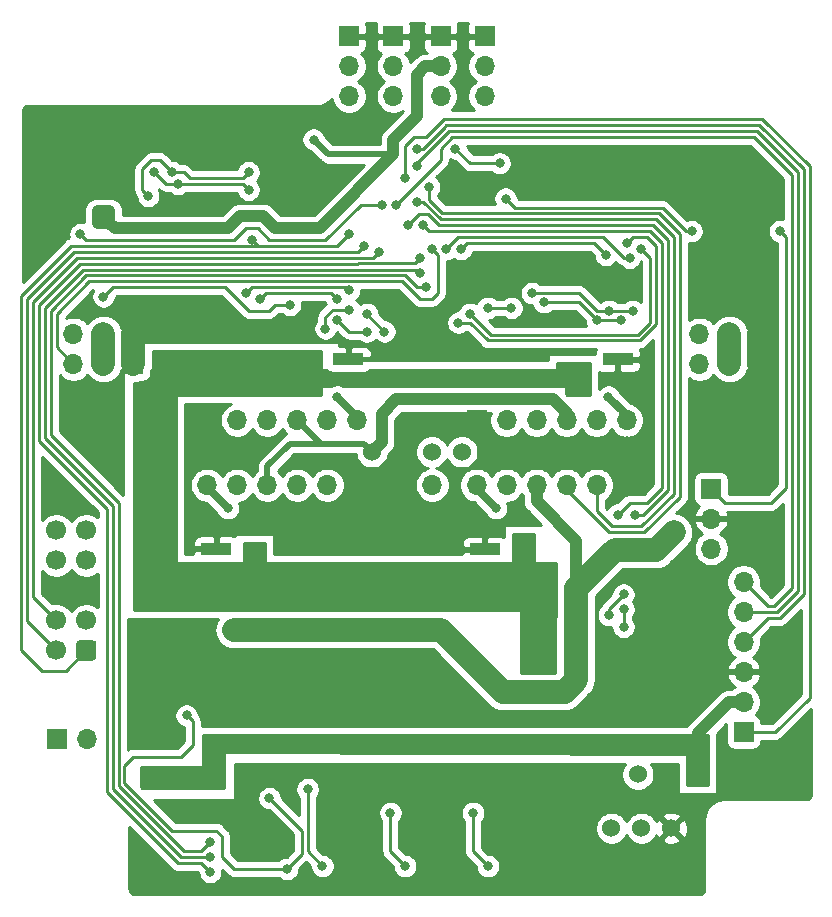
<source format=gbr>
%TF.GenerationSoftware,KiCad,Pcbnew,(5.1.6)-1*%
%TF.CreationDate,2021-08-14T20:00:11+02:00*%
%TF.ProjectId,sneak100_main_board,736e6561-6b31-4303-905f-6d61696e5f62,rev?*%
%TF.SameCoordinates,Original*%
%TF.FileFunction,Copper,L2,Bot*%
%TF.FilePolarity,Positive*%
%FSLAX46Y46*%
G04 Gerber Fmt 4.6, Leading zero omitted, Abs format (unit mm)*
G04 Created by KiCad (PCBNEW (5.1.6)-1) date 2021-08-14 20:00:11*
%MOMM*%
%LPD*%
G01*
G04 APERTURE LIST*
%TA.AperFunction,Conductor*%
%ADD10R,2.650000X1.000000*%
%TD*%
%TA.AperFunction,ViaPad*%
%ADD11C,0.600000*%
%TD*%
%TA.AperFunction,ComponentPad*%
%ADD12C,1.700000*%
%TD*%
%TA.AperFunction,ComponentPad*%
%ADD13O,1.700000X1.700000*%
%TD*%
%TA.AperFunction,ComponentPad*%
%ADD14R,1.700000X1.700000*%
%TD*%
%TA.AperFunction,ComponentPad*%
%ADD15C,1.524000*%
%TD*%
%TA.AperFunction,ComponentPad*%
%ADD16R,1.524000X1.524000*%
%TD*%
%TA.AperFunction,ViaPad*%
%ADD17C,0.800000*%
%TD*%
%TA.AperFunction,Conductor*%
%ADD18C,2.000000*%
%TD*%
%TA.AperFunction,Conductor*%
%ADD19C,0.500000*%
%TD*%
%TA.AperFunction,Conductor*%
%ADD20C,1.000000*%
%TD*%
%TA.AperFunction,Conductor*%
%ADD21C,0.250000*%
%TD*%
%TA.AperFunction,Conductor*%
%ADD22C,0.700000*%
%TD*%
%TA.AperFunction,Conductor*%
%ADD23C,0.254000*%
%TD*%
G04 APERTURE END LIST*
D10*
%TO.N,GND*%
%TO.C,U4*%
X153500000Y-86700000D03*
D11*
X153500000Y-86700000D03*
X152500000Y-86700000D03*
X154500000Y-86700000D03*
%TD*%
D10*
%TO.N,GND*%
%TO.C,U3*%
X130750000Y-86650000D03*
D11*
X130750000Y-86650000D03*
X129750000Y-86650000D03*
X131750000Y-86650000D03*
%TD*%
D10*
%TO.N,GND*%
%TO.C,U2*%
X164750000Y-70600000D03*
D11*
X164750000Y-70600000D03*
X165750000Y-70600000D03*
X163750000Y-70600000D03*
%TD*%
D10*
%TO.N,GND*%
%TO.C,U1*%
X141950000Y-70600000D03*
D11*
X141950000Y-70600000D03*
X142950000Y-70600000D03*
X140950000Y-70600000D03*
%TD*%
D12*
%TO.P,J13,10*%
%TO.N,ST-LINK_5V*%
X117210000Y-85090000D03*
%TO.P,J13,8*%
%TO.N,N/C*%
X117210000Y-87630000D03*
%TO.P,J13,6*%
%TO.N,GND*%
X117210000Y-90170000D03*
%TO.P,J13,4*%
%TO.N,/controller/SWDIO*%
X117210000Y-92710000D03*
%TO.P,J13,2*%
%TO.N,/controller/SWCLK*%
X117210000Y-95250000D03*
%TO.P,J13,9*%
%TO.N,ST-LINK_5V*%
X119750000Y-85090000D03*
%TO.P,J13,7*%
%TO.N,N/C*%
X119750000Y-87630000D03*
%TO.P,J13,5*%
%TO.N,GND*%
X119750000Y-90170000D03*
%TO.P,J13,3*%
%TO.N,N/C*%
X119750000Y-92710000D03*
%TO.P,J13,1*%
%TO.N,/controller/RST*%
%TA.AperFunction,ComponentPad*%
G36*
G01*
X120600000Y-94650000D02*
X120600000Y-95850000D01*
G75*
G02*
X120350000Y-96100000I-250000J0D01*
G01*
X119150000Y-96100000D01*
G75*
G02*
X118900000Y-95850000I0J250000D01*
G01*
X118900000Y-94650000D01*
G75*
G02*
X119150000Y-94400000I250000J0D01*
G01*
X120350000Y-94400000D01*
G75*
G02*
X120600000Y-94650000I0J-250000D01*
G01*
G37*
%TD.AperFunction*%
%TD*%
D13*
%TO.P,J12,6*%
%TO.N,/controller/PROXIMITY_RR*%
X171670000Y-68460000D03*
%TO.P,J12,5*%
%TO.N,/controller/PROXIMITY_FR*%
X171670000Y-71000000D03*
%TO.P,J12,4*%
%TO.N,+3V3*%
X174210000Y-68460000D03*
%TO.P,J12,3*%
X174210000Y-71000000D03*
%TO.P,J12,2*%
%TO.N,GND*%
X176750000Y-68460000D03*
D14*
%TO.P,J12,1*%
X176750000Y-71000000D03*
%TD*%
D13*
%TO.P,J11,6*%
%TO.N,/controller/PROXIMITY_FL*%
X118670000Y-68460000D03*
%TO.P,J11,5*%
%TO.N,/controller/PROXIMITY_LL*%
X118670000Y-71000000D03*
%TO.P,J11,4*%
%TO.N,+3V3*%
X121210000Y-68460000D03*
%TO.P,J11,3*%
X121210000Y-71000000D03*
%TO.P,J11,2*%
%TO.N,GND*%
X123750000Y-68460000D03*
D14*
%TO.P,J11,1*%
X123750000Y-71000000D03*
%TD*%
D13*
%TO.P,J9,3*%
%TO.N,/controller/LINE_RR*%
X153500000Y-48330000D03*
%TO.P,J9,2*%
%TO.N,+3V3*%
X153500000Y-45790000D03*
D14*
%TO.P,J9,1*%
%TO.N,GND*%
X153500000Y-43250000D03*
%TD*%
D13*
%TO.P,J8,3*%
%TO.N,/controller/LINE_RM*%
X149750000Y-48330000D03*
%TO.P,J8,2*%
%TO.N,+3V3*%
X149750000Y-45790000D03*
D14*
%TO.P,J8,1*%
%TO.N,GND*%
X149750000Y-43250000D03*
%TD*%
D13*
%TO.P,J7,3*%
%TO.N,/controller/LINE_LM*%
X145750000Y-48330000D03*
%TO.P,J7,2*%
%TO.N,+3V3*%
X145750000Y-45790000D03*
D14*
%TO.P,J7,1*%
%TO.N,GND*%
X145750000Y-43250000D03*
%TD*%
D13*
%TO.P,J6,3*%
%TO.N,/controller/LINE_LL*%
X142000000Y-48330000D03*
%TO.P,J6,2*%
%TO.N,+3V3*%
X142000000Y-45790000D03*
D14*
%TO.P,J6,1*%
%TO.N,GND*%
X142000000Y-43250000D03*
%TD*%
D13*
%TO.P,JP1,2*%
%TO.N,+5V*%
X119790000Y-102750000D03*
D14*
%TO.P,JP1,1*%
%TO.N,ST-LINK_5V*%
X117250000Y-102750000D03*
%TD*%
D13*
%TO.P,J5,2*%
%TO.N,Net-(J5-Pad2)*%
X149040000Y-81250000D03*
D14*
%TO.P,J5,1*%
%TO.N,GND*%
X146500000Y-81250000D03*
%TD*%
D13*
%TO.P,J4,6*%
%TO.N,/motors/RB_OUT2*%
X152800000Y-81250000D03*
%TO.P,J4,5*%
%TO.N,/motors/RB_OUT1*%
X155340000Y-81250000D03*
%TO.P,J4,4*%
%TO.N,+3V3*%
X157880000Y-81250000D03*
%TO.P,J4,3*%
%TO.N,/controller/RB_A*%
X160420000Y-81250000D03*
%TO.P,J4,2*%
%TO.N,/controller/RB_B*%
X162960000Y-81250000D03*
D14*
%TO.P,J4,1*%
%TO.N,GND*%
X165500000Y-81250000D03*
%TD*%
D13*
%TO.P,J3,6*%
%TO.N,/motors/LB_OUT2*%
X130000000Y-81250000D03*
%TO.P,J3,5*%
%TO.N,/motors/LB_OUT1*%
X132540000Y-81250000D03*
%TO.P,J3,4*%
%TO.N,+3V3*%
X135080000Y-81250000D03*
%TO.P,J3,3*%
%TO.N,/controller/LB_A*%
X137620000Y-81250000D03*
%TO.P,J3,2*%
%TO.N,/controller/LB_B*%
X140160000Y-81250000D03*
D14*
%TO.P,J3,1*%
%TO.N,GND*%
X142700000Y-81250000D03*
%TD*%
D13*
%TO.P,J2,6*%
%TO.N,/motors/RF_OUT2*%
X165500000Y-75750000D03*
%TO.P,J2,5*%
%TO.N,/motors/RF_OUT1*%
X162960000Y-75750000D03*
%TO.P,J2,4*%
%TO.N,+3V3*%
X160420000Y-75750000D03*
%TO.P,J2,3*%
%TO.N,/controller/RF_A*%
X157880000Y-75750000D03*
%TO.P,J2,2*%
%TO.N,/controller/RF_B*%
X155340000Y-75750000D03*
D14*
%TO.P,J2,1*%
%TO.N,GND*%
X152800000Y-75750000D03*
%TD*%
D13*
%TO.P,J1,6*%
%TO.N,/motors/LF_OUT2*%
X142700000Y-75750000D03*
%TO.P,J1,5*%
%TO.N,/motors/LF_OUT1*%
X140160000Y-75750000D03*
%TO.P,J1,4*%
%TO.N,+3V3*%
X137620000Y-75750000D03*
%TO.P,J1,3*%
%TO.N,/controller/LF_A*%
X135080000Y-75750000D03*
%TO.P,J1,2*%
%TO.N,/controller/LF_B*%
X132540000Y-75750000D03*
D14*
%TO.P,J1,1*%
%TO.N,GND*%
X130000000Y-75750000D03*
%TD*%
D15*
%TO.P,SW1,3*%
%TO.N,GND*%
X169290000Y-110300000D03*
%TO.P,SW1,2*%
%TO.N,Net-(R3-Pad2)*%
X166750000Y-110300000D03*
%TO.P,SW1,1*%
X164210000Y-110300000D03*
%TD*%
%TO.P,U7,4*%
%TO.N,/controller/I2C3_SDA*%
X151560000Y-78440000D03*
%TO.P,U7,3*%
%TO.N,/controller/I2C3_SCL*%
X149020000Y-78440000D03*
%TO.P,U7,2*%
%TO.N,GND*%
X146480000Y-78440000D03*
%TO.P,U7,1*%
%TO.N,+3V3*%
X143940000Y-78440000D03*
%TD*%
%TO.P,U6,3*%
%TO.N,+5V*%
X171540000Y-105750000D03*
D16*
%TO.P,U6,2*%
%TO.N,GND*%
X169000000Y-105750000D03*
D15*
%TO.P,U6,1*%
%TO.N,SUPPLY*%
X166460000Y-105750000D03*
%TD*%
D13*
%TO.P,U8,3*%
%TO.N,Net-(C21-Pad1)*%
X172650000Y-86630000D03*
%TO.P,U8,2*%
%TO.N,GND*%
X172650000Y-84090000D03*
D14*
%TO.P,U8,1*%
%TO.N,/controller/RECEIVER_OUT*%
X172650000Y-81550000D03*
%TD*%
D13*
%TO.P,J10,6*%
%TO.N,/controller/BLUETOOTH_STATUS*%
X175400000Y-89450000D03*
%TO.P,J10,5*%
%TO.N,/interface/BLUETOOTH_RX*%
X175400000Y-91990000D03*
%TO.P,J10,4*%
%TO.N,/interface/BLUETOOTH_TX*%
X175400000Y-94530000D03*
%TO.P,J10,3*%
%TO.N,GND*%
X175400000Y-97070000D03*
%TO.P,J10,2*%
%TO.N,+5V*%
X175400000Y-99610000D03*
D14*
%TO.P,J10,1*%
%TO.N,/controller/BLUETOOTH_EN*%
X175400000Y-102150000D03*
%TD*%
D17*
%TO.N,GND*%
X150250000Y-57000000D03*
X133250000Y-107750000D03*
X124000000Y-112250000D03*
X142500000Y-111500000D03*
X142500000Y-108500000D03*
X141000000Y-105500000D03*
X147000000Y-111500000D03*
X150000000Y-111500000D03*
X151500000Y-111500000D03*
X150000000Y-108500000D03*
X147000000Y-108500000D03*
X148500000Y-105500000D03*
X154500000Y-111500000D03*
X157500000Y-111500000D03*
X160500000Y-111500000D03*
X154500000Y-108500000D03*
X157500000Y-108500000D03*
X160500000Y-108500000D03*
X154500000Y-107000000D03*
X160500000Y-105500000D03*
X159000000Y-105500000D03*
X160500000Y-114500000D03*
X163500000Y-114500000D03*
X166500000Y-114500000D03*
X169500000Y-114500000D03*
X166500000Y-108500000D03*
X169500000Y-108500000D03*
X124000000Y-115000000D03*
X127000000Y-115000000D03*
X167000000Y-101000000D03*
X170000000Y-101000000D03*
X167000000Y-98000000D03*
X170000000Y-98000000D03*
X167000000Y-95000000D03*
X170000000Y-95000000D03*
X173000000Y-95000000D03*
X173000000Y-98000000D03*
X170000000Y-92000000D03*
X173000000Y-92000000D03*
X167000000Y-92000000D03*
X173000000Y-89000000D03*
X167000000Y-77500000D03*
X165500000Y-77500000D03*
X165500000Y-79000000D03*
X164000000Y-77500000D03*
X164000000Y-79000000D03*
X162500000Y-77500000D03*
X162500000Y-79000000D03*
X156500000Y-77500000D03*
X156500000Y-79000000D03*
X155000000Y-77500000D03*
X155000000Y-79000000D03*
X153500000Y-77500000D03*
X153500000Y-79000000D03*
X140500000Y-79000000D03*
X142000000Y-79000000D03*
X132000000Y-96500000D03*
X135000000Y-96500000D03*
X132000000Y-99500000D03*
X142000000Y-99500000D03*
X142000000Y-101000000D03*
X143500000Y-101000000D03*
X143500000Y-99500000D03*
X145000000Y-99500000D03*
X145000000Y-101000000D03*
X146500000Y-101000000D03*
X146500000Y-99500000D03*
X167250000Y-73500000D03*
X167250000Y-72000000D03*
X167250000Y-70500000D03*
X150000000Y-69000000D03*
X156000000Y-70250000D03*
X161000000Y-67250000D03*
X157500000Y-66750000D03*
X144500000Y-81250000D03*
X146000000Y-83500000D03*
X144500000Y-83500000D03*
X143000000Y-83500000D03*
X141500000Y-83500000D03*
X141500000Y-85000000D03*
X143000000Y-85000000D03*
X144500000Y-85000000D03*
X143000000Y-86500000D03*
X141500000Y-86500000D03*
X140000000Y-86500000D03*
X149500000Y-86500000D03*
X151000000Y-86500000D03*
X151000000Y-85000000D03*
X151000000Y-83500000D03*
X151000000Y-82000000D03*
X128500000Y-84000000D03*
X128500000Y-82750000D03*
X148500000Y-75500000D03*
X149750000Y-75500000D03*
X151000000Y-75500000D03*
X172000000Y-63000000D03*
X174000000Y-63000000D03*
X176000000Y-63000000D03*
X176000000Y-65000000D03*
X174000000Y-65000000D03*
X172000000Y-65000000D03*
X178000000Y-63000000D03*
X178000000Y-65000000D03*
X136000000Y-50000000D03*
X134000000Y-50000000D03*
X132000000Y-50000000D03*
X132000000Y-52000000D03*
X134000000Y-52000000D03*
X136000000Y-52000000D03*
X130000000Y-52000000D03*
X128000000Y-52000000D03*
X130000000Y-50000000D03*
X123000000Y-56000000D03*
X121000000Y-56000000D03*
X119000000Y-56000000D03*
X117000000Y-56000000D03*
X115000000Y-56000000D03*
X115000000Y-58000000D03*
X117000000Y-58000000D03*
X119000000Y-58000000D03*
X117000000Y-60000000D03*
X115000000Y-60000000D03*
X115000000Y-62000000D03*
X130000000Y-67750000D03*
X130000000Y-66750000D03*
X130000000Y-65750000D03*
X144500000Y-51250000D03*
X140500000Y-56500000D03*
X157000000Y-56750000D03*
X158500000Y-56750000D03*
X178000000Y-57000000D03*
X176000000Y-57000000D03*
X174000000Y-57000000D03*
X172000000Y-57000000D03*
X170000000Y-57000000D03*
X170000000Y-55000000D03*
X172000000Y-55000000D03*
X172000000Y-53000000D03*
X170000000Y-53000000D03*
X174000000Y-53000000D03*
X176000000Y-59000000D03*
X174000000Y-59000000D03*
X168000000Y-55000000D03*
X168000000Y-53000000D03*
X138500000Y-67750000D03*
X117000000Y-83000000D03*
X119000000Y-83000000D03*
X117000000Y-81000000D03*
X118500000Y-77000000D03*
X122500000Y-77000000D03*
X122500000Y-75000000D03*
X118500000Y-75000000D03*
X118500000Y-73000000D03*
X140750000Y-50000000D03*
X142250000Y-51250000D03*
X138500000Y-66500000D03*
X172000000Y-78000000D03*
X173500000Y-76500000D03*
X162250000Y-62500000D03*
X166000000Y-65000000D03*
X164000000Y-65000000D03*
X156750000Y-63500000D03*
X135250000Y-57000000D03*
X130500000Y-57750000D03*
X132000000Y-57000000D03*
X129750000Y-77750000D03*
X131500000Y-77750000D03*
X133250000Y-77750000D03*
X135000000Y-77750000D03*
X153000000Y-70000000D03*
X151000000Y-70000000D03*
X151000000Y-69000000D03*
X152000000Y-70000000D03*
X152000000Y-69000000D03*
X173500000Y-78000000D03*
X133500000Y-67750000D03*
X133500000Y-68750000D03*
X130000000Y-68750000D03*
X131000000Y-66250000D03*
%TO.N,+3V3*%
X169250000Y-86250000D03*
X170000000Y-85500000D03*
X168500000Y-87000000D03*
X121710000Y-58040000D03*
X121710000Y-59040000D03*
X120710000Y-58040000D03*
X120710000Y-59040000D03*
X139000000Y-52000000D03*
X121210000Y-65290000D03*
X137000000Y-66000000D03*
X135250000Y-107750000D03*
X136750000Y-113750000D03*
X134250000Y-93000000D03*
X134250000Y-94000000D03*
X133250000Y-94000000D03*
X133250000Y-93000000D03*
X132250000Y-93000000D03*
X132250000Y-94000000D03*
X162500000Y-89500000D03*
X128250000Y-100750000D03*
X169250000Y-84750000D03*
X168500000Y-85500000D03*
X167750000Y-86250000D03*
X131000000Y-59500000D03*
X150000000Y-74000000D03*
%TO.N,/motors/LF_OUT2*%
X141000000Y-73750000D03*
%TO.N,/motors/RF_OUT2*%
X163950000Y-73750000D03*
%TO.N,/motors/LB_OUT2*%
X131750000Y-83200000D03*
%TO.N,/motors/RB_OUT2*%
X154450000Y-83200000D03*
%TO.N,+3.3VADC*%
X151000000Y-52750000D03*
X154750000Y-54000000D03*
%TO.N,/controller/SWCLK*%
X143250000Y-61000000D03*
%TO.N,/controller/SWDIO*%
X144500000Y-61500000D03*
%TO.N,/controller/LF_A*%
X141000000Y-65500000D03*
X134500000Y-65500000D03*
%TO.N,/controller/LF_B*%
X142000000Y-64750000D03*
X133250000Y-65000000D03*
%TO.N,/controller/RF_B*%
X155750000Y-66250000D03*
X153750000Y-66250000D03*
%TO.N,/controller/RB_A*%
X148750000Y-56000000D03*
%TO.N,/controller/RB_B*%
X147750000Y-57250000D03*
%TO.N,/controller/I2C3_SDA*%
X143500000Y-66750000D03*
X145000000Y-68250000D03*
%TO.N,/controller/LF_IN1*%
X140000000Y-68000000D03*
X142000000Y-66400000D03*
%TO.N,/controller/LF_IN2*%
X141000000Y-67250000D03*
X143500000Y-68250000D03*
%TO.N,/controller/RF_IN1*%
X165000000Y-67250000D03*
X163000000Y-67250000D03*
X158500000Y-65750000D03*
%TO.N,/controller/RF_IN2*%
X166000000Y-66500000D03*
X164000000Y-66500000D03*
X157500000Y-65000000D03*
%TO.N,/controller/LB_IN1*%
X127000000Y-54750000D03*
X125000000Y-56750000D03*
X133500000Y-54750000D03*
%TO.N,/controller/LB_IN2*%
X127500000Y-55750000D03*
X125500000Y-54750000D03*
X133500000Y-56250000D03*
%TO.N,/controller/RB_IN1*%
X148250000Y-59250000D03*
X164750000Y-83750000D03*
X164000000Y-92250000D03*
X165250000Y-90500000D03*
%TO.N,/controller/RB_IN2*%
X147000000Y-59250000D03*
X166250000Y-83750000D03*
X165250000Y-93250000D03*
X165250000Y-91750000D03*
%TO.N,/interface/BLUETOOTH_RX*%
X147750000Y-54250000D03*
%TO.N,/interface/BLUETOOTH_TX*%
X147750000Y-52750000D03*
%TO.N,/controller/RECEIVER_OUT*%
X178500000Y-59750000D03*
X171000000Y-59750000D03*
X155250000Y-57000000D03*
%TO.N,SUPPLY*%
X159100000Y-93400000D03*
X158000000Y-93400000D03*
X159100000Y-94500000D03*
X158000000Y-94500000D03*
X159100000Y-95600000D03*
X158000000Y-95600000D03*
X159100000Y-96700000D03*
X158000000Y-96700000D03*
X156900000Y-93400000D03*
X156900000Y-94500000D03*
X156900000Y-95600000D03*
X156900000Y-96700000D03*
X162000000Y-73250000D03*
X161000000Y-73250000D03*
X161000000Y-72250000D03*
X162000000Y-72250000D03*
X162000000Y-71250000D03*
X161000000Y-71250000D03*
X160000000Y-72250000D03*
X160000000Y-71250000D03*
X139250000Y-73250000D03*
X138250000Y-73250000D03*
X139250000Y-72250000D03*
X138250000Y-72250000D03*
X139250000Y-71250000D03*
X138250000Y-71250000D03*
X139250000Y-70250000D03*
X138250000Y-70250000D03*
X134500000Y-86500000D03*
X133500000Y-86500000D03*
X133500000Y-87500000D03*
X134500000Y-87500000D03*
X134500000Y-88500000D03*
X133500000Y-88500000D03*
X133500000Y-89500000D03*
X134500000Y-89500000D03*
X157250000Y-85750000D03*
X156250000Y-85750000D03*
X157250000Y-86750000D03*
X156250000Y-86750000D03*
X157250000Y-87750000D03*
X156250000Y-87750000D03*
X157250000Y-88750000D03*
X156250000Y-88750000D03*
X129000000Y-70250000D03*
%TO.N,+5V*%
X126750000Y-105500000D03*
X125750000Y-105500000D03*
X126750000Y-106500000D03*
X125750000Y-106500000D03*
X124750000Y-105500000D03*
X124750000Y-106500000D03*
%TO.N,/controller/RST*%
X142000000Y-60000000D03*
X133750000Y-60500000D03*
%TO.N,/interface/BUTTON_L*%
X148500000Y-64500000D03*
X130250000Y-111500000D03*
X138500000Y-107000000D03*
X139750000Y-113500000D03*
%TO.N,/interface/BUTTON_C*%
X148000000Y-63250000D03*
X130250000Y-112750000D03*
X145500000Y-109000000D03*
X146750000Y-113500000D03*
%TO.N,/interface/BUTTON_R*%
X148000000Y-62000000D03*
X130250000Y-114000000D03*
X152500000Y-109000000D03*
X153750000Y-113500000D03*
%TO.N,/interface/LED_RUN*%
X165500000Y-60750000D03*
X151250000Y-67500000D03*
%TO.N,/interface/LED_ERROR*%
X152250000Y-66750000D03*
X166750000Y-61250000D03*
%TO.N,/controller/BLUETOOTH_STATUS*%
X146000000Y-57500000D03*
%TO.N,/controller/BLUETOOTH_EN*%
X146750000Y-55250000D03*
%TO.N,/controller/PROXIMITY_LL*%
X149000000Y-61250000D03*
%TO.N,/controller/PROXIMITY_FL*%
X119250000Y-60000000D03*
X144750000Y-57500000D03*
%TO.N,/controller/PROXIMITY_FR*%
X151500000Y-61250000D03*
X163750000Y-61750000D03*
%TO.N,/controller/PROXIMITY_RR*%
X150250000Y-61250000D03*
X165750000Y-62000000D03*
%TD*%
D18*
%TO.N,GND*%
X123750000Y-68460000D02*
X123750000Y-71000000D01*
X176750000Y-68460000D02*
X176750000Y-71000000D01*
D19*
X142000000Y-43250000D02*
X142500000Y-43250000D01*
D18*
%TO.N,+3V3*%
X174210000Y-68460000D02*
X174210000Y-71000000D01*
X121210000Y-68460000D02*
X121210000Y-71000000D01*
D20*
X120710000Y-59040000D02*
X121710000Y-59040000D01*
X121710000Y-59040000D02*
X121710000Y-58040000D01*
X121710000Y-58040000D02*
X120710000Y-58040000D01*
X120710000Y-58040000D02*
X120710000Y-59040000D01*
X132750000Y-58500000D02*
X134750000Y-58500000D01*
X134750000Y-58500000D02*
X135750000Y-59500000D01*
X121710000Y-59040000D02*
X122170000Y-59500000D01*
X148460000Y-45790000D02*
X149750000Y-45790000D01*
X131750000Y-59500000D02*
X132750000Y-58500000D01*
X135750000Y-59500000D02*
X139500000Y-59500000D01*
X139500000Y-59500000D02*
X145750000Y-53250000D01*
X147750000Y-50000000D02*
X147750000Y-46500000D01*
X145750000Y-53250000D02*
X145750000Y-52000000D01*
X145750000Y-52000000D02*
X147750000Y-50000000D01*
X147750000Y-46500000D02*
X148460000Y-45790000D01*
D19*
X140250000Y-53250000D02*
X139000000Y-52000000D01*
X145750000Y-53250000D02*
X140250000Y-53250000D01*
D21*
X135750000Y-66000000D02*
X137000000Y-66000000D01*
X122000000Y-64500000D02*
X131500000Y-64500000D01*
X133500000Y-66500000D02*
X135250000Y-66500000D01*
X131500000Y-64500000D02*
X133500000Y-66500000D01*
X121210000Y-65290000D02*
X122000000Y-64500000D01*
X135250000Y-66500000D02*
X135750000Y-66000000D01*
X136750000Y-113750000D02*
X138000000Y-112500000D01*
X138000000Y-110500000D02*
X135250000Y-107750000D01*
X138000000Y-112500000D02*
X138000000Y-110500000D01*
X162500000Y-89500000D02*
X161250000Y-89500000D01*
X128250000Y-100750000D02*
X128750000Y-101250000D01*
X128750000Y-101250000D02*
X128750000Y-103250000D01*
X128750000Y-103250000D02*
X127750000Y-104250000D01*
X127750000Y-104250000D02*
X123750000Y-104250000D01*
X123750000Y-104250000D02*
X122950010Y-105049990D01*
X122950010Y-105049990D02*
X122950010Y-106450010D01*
X122950010Y-106450010D02*
X127000000Y-110500000D01*
X127000000Y-110500000D02*
X130750000Y-110500000D01*
X130750000Y-110500000D02*
X131250000Y-111000000D01*
X131250000Y-111000000D02*
X131250000Y-112750000D01*
X132250000Y-113750000D02*
X136750000Y-113750000D01*
X131250000Y-112750000D02*
X132250000Y-113750000D01*
D18*
X164500000Y-86750000D02*
X168000000Y-86750000D01*
X161250000Y-90000000D02*
X164500000Y-86750000D01*
X132250000Y-93500000D02*
X149750000Y-93500000D01*
X161250000Y-97750000D02*
X161250000Y-90000000D01*
X149750000Y-93500000D02*
X155000000Y-98750000D01*
X155000000Y-98750000D02*
X160250000Y-98750000D01*
X160250000Y-98750000D02*
X161250000Y-97750000D01*
X168000000Y-86750000D02*
X169500000Y-85250000D01*
D20*
X122170000Y-59500000D02*
X130500000Y-59500000D01*
X130500000Y-59500000D02*
X131750000Y-59500000D01*
D19*
X137620000Y-75750000D02*
X139620000Y-77750000D01*
X143250000Y-77750000D02*
X143940000Y-78440000D01*
X139620000Y-77750000D02*
X143250000Y-77750000D01*
X135080000Y-81250000D02*
X135080000Y-79670000D01*
X137000000Y-77750000D02*
X139620000Y-77750000D01*
X135080000Y-79670000D02*
X137000000Y-77750000D01*
D20*
X157880000Y-81250000D02*
X157880000Y-82630000D01*
X161250000Y-86000000D02*
X161250000Y-90000000D01*
X157880000Y-82630000D02*
X161250000Y-86000000D01*
X160420000Y-75750000D02*
X160420000Y-75170000D01*
X160420000Y-75170000D02*
X159250000Y-74000000D01*
X159250000Y-74000000D02*
X150000000Y-74000000D01*
X146000000Y-74000000D02*
X144750000Y-75250000D01*
X144750000Y-77630000D02*
X143940000Y-78440000D01*
X144750000Y-75250000D02*
X144750000Y-77630000D01*
X150000000Y-74000000D02*
X146000000Y-74000000D01*
D22*
%TO.N,/motors/LF_OUT2*%
X142700000Y-75450000D02*
X141000000Y-73750000D01*
X142700000Y-75750000D02*
X142700000Y-75450000D01*
%TO.N,/motors/RF_OUT2*%
X165500000Y-75300000D02*
X163950000Y-73750000D01*
X165500000Y-75750000D02*
X165500000Y-75300000D01*
%TO.N,/motors/LB_OUT2*%
X130000000Y-81250000D02*
X130000000Y-81500000D01*
X130000000Y-81450000D02*
X131750000Y-83200000D01*
X130000000Y-81250000D02*
X130000000Y-81450000D01*
%TO.N,/motors/RB_OUT2*%
X152800000Y-81250000D02*
X152800000Y-81550000D01*
X152800000Y-81550000D02*
X154450000Y-83200000D01*
D21*
%TO.N,+3.3VADC*%
X152250000Y-54000000D02*
X151000000Y-52750000D01*
X154750000Y-54000000D02*
X152250000Y-54000000D01*
%TO.N,/controller/SWCLK*%
X114750000Y-65500000D02*
X118750000Y-61500000D01*
X117210000Y-95250000D02*
X114750000Y-92790000D01*
X114750000Y-92790000D02*
X114750000Y-65500000D01*
X118750000Y-61500000D02*
X120500000Y-61500000D01*
X120500000Y-61500000D02*
X126500000Y-61500000D01*
X126500000Y-61500000D02*
X132250000Y-61500000D01*
X132250000Y-61500000D02*
X142750000Y-61500000D01*
X142750000Y-61500000D02*
X143250000Y-61000000D01*
X143250000Y-61000000D02*
X143250000Y-61000000D01*
%TO.N,/controller/SWDIO*%
X119000000Y-62000000D02*
X144000000Y-62000000D01*
X144000000Y-62000000D02*
X144500000Y-61500000D01*
X115250000Y-65750000D02*
X119000000Y-62000000D01*
X117210000Y-92710000D02*
X115250000Y-90750000D01*
X115250000Y-90750000D02*
X115250000Y-65750000D01*
%TO.N,/controller/LF_A*%
X140500000Y-65000000D02*
X141000000Y-65500000D01*
X134500000Y-65500000D02*
X135000000Y-65000000D01*
X135000000Y-65000000D02*
X140500000Y-65000000D01*
%TO.N,/controller/LF_B*%
X133250000Y-65000000D02*
X133750000Y-64500000D01*
X141750000Y-64500000D02*
X142000000Y-64750000D01*
X133750000Y-64500000D02*
X141750000Y-64500000D01*
%TO.N,/controller/RF_B*%
X153750000Y-66250000D02*
X155750000Y-66250000D01*
%TO.N,/controller/RB_A*%
X167000000Y-85250000D02*
X164000000Y-85250000D01*
X148750000Y-57113590D02*
X149886410Y-58250000D01*
X160420000Y-81670000D02*
X160420000Y-81250000D01*
X148750000Y-56000000D02*
X148750000Y-57113590D01*
X170000000Y-60000000D02*
X170000000Y-82250000D01*
X170000000Y-82250000D02*
X167000000Y-85250000D01*
X149886410Y-58250000D02*
X168250000Y-58250000D01*
X164000000Y-85250000D02*
X160420000Y-81670000D01*
X168250000Y-58250000D02*
X170000000Y-60000000D01*
%TO.N,/controller/RB_B*%
X168000000Y-58750000D02*
X149750000Y-58750000D01*
X169500000Y-60250000D02*
X168000000Y-58750000D01*
X169500000Y-82000000D02*
X169500000Y-60250000D01*
X147750000Y-57250000D02*
X148250000Y-57250000D01*
X148250000Y-57250000D02*
X149750000Y-58750000D01*
X169500000Y-82000000D02*
X166750000Y-84750000D01*
X166750000Y-84750000D02*
X164250000Y-84750000D01*
X162960000Y-83460000D02*
X162960000Y-81250000D01*
X164250000Y-84750000D02*
X162960000Y-83460000D01*
%TO.N,/controller/I2C3_SDA*%
X145000000Y-68250000D02*
X143500000Y-66750000D01*
%TO.N,/controller/LF_IN1*%
X140000000Y-68000000D02*
X140000000Y-67000000D01*
X140600000Y-66400000D02*
X142000000Y-66400000D01*
X140000000Y-67000000D02*
X140600000Y-66400000D01*
%TO.N,/controller/LF_IN2*%
X142000000Y-68250000D02*
X141000000Y-67250000D01*
X143500000Y-68250000D02*
X142000000Y-68250000D01*
%TO.N,/controller/RF_IN1*%
X165000000Y-67250000D02*
X163000000Y-67250000D01*
X161750000Y-66000000D02*
X163000000Y-67250000D01*
X161500000Y-65750000D02*
X161750000Y-66000000D01*
X158500000Y-65750000D02*
X161500000Y-65750000D01*
%TO.N,/controller/RF_IN2*%
X164000000Y-66500000D02*
X166000000Y-66500000D01*
X163000000Y-66500000D02*
X164000000Y-66500000D01*
X157500000Y-65000000D02*
X161500000Y-65000000D01*
X161500000Y-65000000D02*
X163000000Y-66500000D01*
%TO.N,/controller/LB_IN1*%
X125250000Y-53750000D02*
X126000000Y-53750000D01*
X124500000Y-54500000D02*
X125250000Y-53750000D01*
X125000000Y-56750000D02*
X124500000Y-56250000D01*
X126000000Y-53750000D02*
X127000000Y-54750000D01*
X124500000Y-56250000D02*
X124500000Y-54500000D01*
X127000000Y-54750000D02*
X128000000Y-54750000D01*
X128000000Y-54750000D02*
X128500000Y-55250000D01*
X128500000Y-55250000D02*
X133000000Y-55250000D01*
X133000000Y-55250000D02*
X133500000Y-54750000D01*
%TO.N,/controller/LB_IN2*%
X126500000Y-55750000D02*
X127500000Y-55750000D01*
X125500000Y-54750000D02*
X126500000Y-55750000D01*
X127500000Y-55750000D02*
X133000000Y-55750000D01*
X133000000Y-55750000D02*
X133500000Y-56250000D01*
%TO.N,/controller/RB_IN1*%
X164000000Y-91750000D02*
X164000000Y-92250000D01*
X165250000Y-90500000D02*
X164000000Y-91750000D01*
X165750000Y-82750000D02*
X164750000Y-83750000D01*
X167250000Y-82750000D02*
X165750000Y-82750000D01*
X148750000Y-59750000D02*
X167500000Y-59750000D01*
X148250000Y-59250000D02*
X148750000Y-59750000D01*
X168500000Y-60750000D02*
X168500000Y-81500000D01*
X167500000Y-59750000D02*
X168500000Y-60750000D01*
X168500000Y-81500000D02*
X167250000Y-82750000D01*
%TO.N,/controller/RB_IN2*%
X165250000Y-91750000D02*
X165250000Y-93250000D01*
X169000000Y-60500000D02*
X169000000Y-81636410D01*
X147000000Y-59250000D02*
X147931795Y-58318205D01*
X149613590Y-59250000D02*
X167750000Y-59250000D01*
X166886410Y-83750000D02*
X166250000Y-83750000D01*
X167750000Y-59250000D02*
X169000000Y-60500000D01*
X147931795Y-58318205D02*
X148681795Y-58318205D01*
X169000000Y-81636410D02*
X166886410Y-83750000D01*
X148681795Y-58318205D02*
X149613590Y-59250000D01*
%TO.N,/interface/BLUETOOTH_RX*%
X147750000Y-54000000D02*
X147750000Y-54250000D01*
X178260000Y-91990000D02*
X180000000Y-90250000D01*
X175400000Y-91990000D02*
X178260000Y-91990000D01*
X150500000Y-51250000D02*
X147750000Y-54000000D01*
X180000000Y-90250000D02*
X180000000Y-54750000D01*
X180000000Y-54750000D02*
X176500000Y-51250000D01*
X176500000Y-51250000D02*
X150500000Y-51250000D01*
%TO.N,/interface/BLUETOOTH_TX*%
X180500000Y-54500000D02*
X176750000Y-50750000D01*
X175400000Y-94530000D02*
X177430000Y-92500000D01*
X177430000Y-92500000D02*
X178500000Y-92500000D01*
X178500000Y-92500000D02*
X178750000Y-92250000D01*
X178750000Y-92250000D02*
X180500000Y-90500000D01*
X180500000Y-90500000D02*
X180500000Y-54500000D01*
X147750000Y-52750000D02*
X148250000Y-52750000D01*
X148250000Y-52750000D02*
X150000000Y-51000000D01*
X176750000Y-50750000D02*
X150250000Y-50750000D01*
X150000000Y-51000000D02*
X150250000Y-50750000D01*
%TO.N,/controller/RECEIVER_OUT*%
X170500000Y-59750000D02*
X171000000Y-59750000D01*
X168549990Y-57799990D02*
X170500000Y-59750000D01*
X155250000Y-57000000D02*
X156049990Y-57799990D01*
X156049990Y-57799990D02*
X168549990Y-57799990D01*
X173850000Y-82750000D02*
X172650000Y-81550000D01*
X179000000Y-81500000D02*
X177750000Y-82750000D01*
X178500000Y-59750000D02*
X179000000Y-60250000D01*
X177750000Y-82750000D02*
X173850000Y-82750000D01*
X179000000Y-60250000D02*
X179000000Y-81500000D01*
D20*
%TO.N,+5V*%
X171540000Y-102267919D02*
X171540000Y-105750000D01*
X175400000Y-99610000D02*
X174197919Y-99610000D01*
X174197919Y-99610000D02*
X171540000Y-102267919D01*
D21*
%TO.N,/controller/RST*%
X118000000Y-97000000D02*
X119750000Y-95250000D01*
X118500000Y-61000000D02*
X114250000Y-65250000D01*
X114250000Y-65250000D02*
X114250000Y-95250000D01*
X114250000Y-95250000D02*
X116000000Y-97000000D01*
X116000000Y-97000000D02*
X118000000Y-97000000D01*
X141000000Y-61000000D02*
X142000000Y-60000000D01*
X134500000Y-61000000D02*
X134250000Y-61000000D01*
X134500000Y-61000000D02*
X141000000Y-61000000D01*
X118500000Y-61000000D02*
X134500000Y-61000000D01*
X133750000Y-60500000D02*
X134250000Y-61000000D01*
%TO.N,/interface/BUTTON_L*%
X147750000Y-64500000D02*
X148500000Y-64500000D01*
X119750000Y-63500000D02*
X146750000Y-63500000D01*
X146750000Y-63500000D02*
X147750000Y-64500000D01*
X116750000Y-66500000D02*
X119750000Y-63500000D01*
X129500000Y-112250000D02*
X128000000Y-112250000D01*
X116750000Y-77000000D02*
X116750000Y-66500000D01*
X130250000Y-111500000D02*
X129500000Y-112250000D01*
X128000000Y-112250000D02*
X122500000Y-106750000D01*
X122500000Y-106750000D02*
X122500000Y-82750000D01*
X122500000Y-82750000D02*
X116750000Y-77000000D01*
X138500000Y-107000000D02*
X138500000Y-112250000D01*
X138500000Y-112250000D02*
X139750000Y-113500000D01*
%TO.N,/interface/BUTTON_C*%
X147750000Y-63000000D02*
X148000000Y-63250000D01*
X119500000Y-63000000D02*
X147750000Y-63000000D01*
X122000000Y-107000000D02*
X122000000Y-83000000D01*
X116250000Y-66250000D02*
X119500000Y-63000000D01*
X122000000Y-83000000D02*
X116250000Y-77250000D01*
X130250000Y-112750000D02*
X127750000Y-112750000D01*
X116250000Y-77250000D02*
X116250000Y-66250000D01*
X145500000Y-109000000D02*
X145500000Y-112250000D01*
X145500000Y-112250000D02*
X146750000Y-113500000D01*
X127750000Y-112750000D02*
X122000000Y-107000000D01*
%TO.N,/interface/BUTTON_R*%
X147549990Y-62450010D02*
X148000000Y-62000000D01*
X142799990Y-62450010D02*
X147549990Y-62450010D01*
X142750000Y-62500000D02*
X142799990Y-62450010D01*
X119250000Y-62500000D02*
X142750000Y-62500000D01*
X115750000Y-66000000D02*
X119250000Y-62500000D01*
X115750000Y-77500000D02*
X115750000Y-66000000D01*
X130250000Y-114000000D02*
X129500000Y-113250000D01*
X121500000Y-107250000D02*
X121500000Y-83250000D01*
X129500000Y-113250000D02*
X127500000Y-113250000D01*
X121500000Y-83250000D02*
X115750000Y-77500000D01*
X152500000Y-109000000D02*
X152500000Y-112250000D01*
X152500000Y-112250000D02*
X153750000Y-113500000D01*
X127500000Y-113250000D02*
X121500000Y-107250000D01*
%TO.N,/interface/LED_RUN*%
X166000000Y-60250000D02*
X165500000Y-60750000D01*
X168000000Y-67636410D02*
X168000000Y-61000000D01*
X168000000Y-61000000D02*
X167250000Y-60250000D01*
X166636410Y-69000000D02*
X168000000Y-67636410D01*
X167250000Y-60250000D02*
X166000000Y-60250000D01*
X151250000Y-67500000D02*
X152250000Y-67500000D01*
X152250000Y-67500000D02*
X153750000Y-69000000D01*
X153750000Y-69000000D02*
X166636410Y-69000000D01*
%TO.N,/interface/LED_ERROR*%
X167500000Y-62000000D02*
X166750000Y-61250000D01*
X166500000Y-68500000D02*
X167500000Y-67500000D01*
X167500000Y-67500000D02*
X167500000Y-62000000D01*
X154000000Y-68500000D02*
X166500000Y-68500000D01*
X154000000Y-68500000D02*
X152250000Y-66750000D01*
%TO.N,/controller/BLUETOOTH_STATUS*%
X179500000Y-88000000D02*
X179500000Y-78000000D01*
X179500000Y-78000000D02*
X179500000Y-58926998D01*
X179500000Y-58926998D02*
X179500000Y-57500000D01*
X179500000Y-57500000D02*
X179500000Y-55000000D01*
X179500000Y-55000000D02*
X176250000Y-51750000D01*
X176250000Y-51750000D02*
X154250000Y-51750000D01*
X154250000Y-51750000D02*
X153250000Y-51750000D01*
X175400000Y-89450000D02*
X177450000Y-91500000D01*
X177450000Y-91500000D02*
X178000000Y-91500000D01*
X179500000Y-90000000D02*
X178000000Y-91500000D01*
X179500000Y-88000000D02*
X179500000Y-90000000D01*
X146000000Y-57500000D02*
X149750000Y-53750000D01*
X149750000Y-52750000D02*
X150750000Y-51750000D01*
X149750000Y-53750000D02*
X149750000Y-52750000D01*
X153250000Y-51750000D02*
X150750000Y-51750000D01*
%TO.N,/controller/BLUETOOTH_EN*%
X178100000Y-102150000D02*
X181000000Y-99250000D01*
X181000000Y-54250000D02*
X177000000Y-50250000D01*
X175400000Y-102150000D02*
X178100000Y-102150000D01*
X181000000Y-99250000D02*
X181000000Y-54250000D01*
X146750000Y-55250000D02*
X146750000Y-53500000D01*
X148500000Y-51750000D02*
X150000000Y-50250000D01*
X177000000Y-50250000D02*
X150000000Y-50250000D01*
X146750000Y-53500000D02*
X146750000Y-52500000D01*
X146750000Y-52500000D02*
X147500000Y-51750000D01*
X147500000Y-51750000D02*
X148500000Y-51750000D01*
%TO.N,/controller/PROXIMITY_LL*%
X118670000Y-71000000D02*
X117250000Y-69580000D01*
X117250000Y-69580000D02*
X117250000Y-66750000D01*
X117250000Y-66750000D02*
X120000000Y-64000000D01*
X120000000Y-64000000D02*
X130500000Y-64000000D01*
X130500000Y-64000000D02*
X146500000Y-64000000D01*
X146500000Y-64000000D02*
X148000000Y-65500000D01*
X148000000Y-65500000D02*
X149000000Y-65500000D01*
X149000000Y-65500000D02*
X149500000Y-65000000D01*
X149500000Y-65000000D02*
X149500000Y-61750000D01*
X149500000Y-61750000D02*
X149000000Y-61250000D01*
%TO.N,/controller/PROXIMITY_FL*%
X140000000Y-60500000D02*
X143000000Y-57500000D01*
X135250000Y-60500000D02*
X140000000Y-60500000D01*
X119750000Y-60500000D02*
X132250000Y-60500000D01*
X119250000Y-60000000D02*
X119750000Y-60500000D01*
X134250000Y-59500000D02*
X135250000Y-60500000D01*
X132250000Y-60500000D02*
X133250000Y-59500000D01*
X133250000Y-59500000D02*
X134250000Y-59500000D01*
X143000000Y-57500000D02*
X144750000Y-57500000D01*
%TO.N,/controller/PROXIMITY_FR*%
X151500000Y-61250000D02*
X152000000Y-60750000D01*
X162750000Y-60750000D02*
X162500000Y-60750000D01*
X163750000Y-61750000D02*
X162750000Y-60750000D01*
X152000000Y-60750000D02*
X162500000Y-60750000D01*
%TO.N,/controller/PROXIMITY_RR*%
X150250000Y-61250000D02*
X151250000Y-60250000D01*
X151250000Y-60250000D02*
X162000000Y-60250000D01*
X165750000Y-62000000D02*
X165250000Y-62000000D01*
X165250000Y-62000000D02*
X163500000Y-60250000D01*
X162000000Y-60250000D02*
X163500000Y-60250000D01*
%TD*%
D23*
%TO.N,SUPPLY*%
G36*
X139623000Y-71400000D02*
G01*
X139625440Y-71424776D01*
X139632667Y-71448601D01*
X139644403Y-71470557D01*
X139660197Y-71489803D01*
X139679443Y-71505597D01*
X139701399Y-71517333D01*
X139725224Y-71524560D01*
X139750000Y-71527000D01*
X140153967Y-71527000D01*
X140173815Y-71551185D01*
X140270506Y-71630537D01*
X140380820Y-71689502D01*
X140500518Y-71725812D01*
X140625000Y-71738072D01*
X143275000Y-71738072D01*
X143399482Y-71725812D01*
X143519180Y-71689502D01*
X143629494Y-71630537D01*
X143726185Y-71551185D01*
X143746033Y-71527000D01*
X159500000Y-71527000D01*
X159524776Y-71524560D01*
X159548601Y-71517333D01*
X159570557Y-71505597D01*
X159589803Y-71489803D01*
X159605597Y-71470557D01*
X159617333Y-71448601D01*
X159624560Y-71424776D01*
X159627000Y-71400000D01*
X159627000Y-70877000D01*
X162373000Y-70877000D01*
X162373000Y-73623000D01*
X160478132Y-73623000D01*
X160377000Y-73521868D01*
X160377000Y-73000000D01*
X160374560Y-72975224D01*
X160367333Y-72951399D01*
X160355597Y-72929443D01*
X160339803Y-72910197D01*
X160320557Y-72894403D01*
X160298601Y-72882667D01*
X160274776Y-72875440D01*
X160250000Y-72873000D01*
X159386978Y-72873000D01*
X159305752Y-72865000D01*
X159305751Y-72865000D01*
X159250000Y-72859509D01*
X159194249Y-72865000D01*
X146055751Y-72865000D01*
X146000000Y-72859509D01*
X145944248Y-72865000D01*
X145863022Y-72873000D01*
X141550427Y-72873000D01*
X141490256Y-72832795D01*
X141301898Y-72754774D01*
X141101939Y-72715000D01*
X140898061Y-72715000D01*
X140698102Y-72754774D01*
X140509744Y-72832795D01*
X140449573Y-72873000D01*
X139750000Y-72873000D01*
X139725224Y-72875440D01*
X139701399Y-72882667D01*
X139679443Y-72894403D01*
X139660197Y-72910197D01*
X139644403Y-72929443D01*
X139632667Y-72951399D01*
X139625440Y-72975224D01*
X139623000Y-73000000D01*
X139623000Y-73623000D01*
X127500000Y-73623000D01*
X127475224Y-73625440D01*
X127451399Y-73632667D01*
X127429443Y-73644403D01*
X127410197Y-73660197D01*
X127394403Y-73679443D01*
X127382667Y-73701399D01*
X127375440Y-73725224D01*
X127373000Y-73750000D01*
X127373000Y-87750000D01*
X127375440Y-87774776D01*
X127382667Y-87798601D01*
X127394403Y-87820557D01*
X127410197Y-87839803D01*
X127429443Y-87855597D01*
X127451399Y-87867333D01*
X127475224Y-87874560D01*
X127500000Y-87877000D01*
X133000000Y-87877000D01*
X133024776Y-87874560D01*
X133048601Y-87867333D01*
X133070557Y-87855597D01*
X133089803Y-87839803D01*
X133105597Y-87820557D01*
X133117333Y-87798601D01*
X133124560Y-87774776D01*
X133127000Y-87750000D01*
X133127000Y-86127000D01*
X134873000Y-86127000D01*
X134873000Y-87750000D01*
X134875440Y-87774776D01*
X134882667Y-87798601D01*
X134894403Y-87820557D01*
X134910197Y-87839803D01*
X134929443Y-87855597D01*
X134951399Y-87867333D01*
X134975224Y-87874560D01*
X135000000Y-87877000D01*
X155750000Y-87877000D01*
X155774776Y-87874560D01*
X155798601Y-87867333D01*
X155820557Y-87855597D01*
X155839803Y-87839803D01*
X155855597Y-87820557D01*
X155867333Y-87798601D01*
X155874560Y-87774776D01*
X155877000Y-87750000D01*
X155877000Y-85377000D01*
X157623000Y-85377000D01*
X157623000Y-87750000D01*
X157625440Y-87774776D01*
X157632667Y-87798601D01*
X157644403Y-87820557D01*
X157660197Y-87839803D01*
X157679443Y-87855597D01*
X157701399Y-87867333D01*
X157725224Y-87874560D01*
X157750000Y-87877000D01*
X159522330Y-87877000D01*
X159473709Y-97115000D01*
X156527000Y-97115000D01*
X156527000Y-91950000D01*
X156524560Y-91925224D01*
X156517333Y-91901399D01*
X156505597Y-91879443D01*
X156489803Y-91860197D01*
X156470557Y-91844403D01*
X156448601Y-91832667D01*
X156424776Y-91825440D01*
X156400097Y-91823000D01*
X123802143Y-91798097D01*
X123823747Y-72635648D01*
X124070516Y-72611343D01*
X124378715Y-72517852D01*
X124434429Y-72488072D01*
X124600000Y-72488072D01*
X124724482Y-72475812D01*
X124844180Y-72439502D01*
X124954494Y-72380537D01*
X125051185Y-72301185D01*
X125130537Y-72204494D01*
X125189502Y-72094180D01*
X125225812Y-71974482D01*
X125238072Y-71850000D01*
X125238072Y-71684429D01*
X125267852Y-71628715D01*
X125361343Y-71320516D01*
X125385000Y-71080322D01*
X125385000Y-69877000D01*
X139623000Y-69877000D01*
X139623000Y-71400000D01*
G37*
X139623000Y-71400000D02*
X139625440Y-71424776D01*
X139632667Y-71448601D01*
X139644403Y-71470557D01*
X139660197Y-71489803D01*
X139679443Y-71505597D01*
X139701399Y-71517333D01*
X139725224Y-71524560D01*
X139750000Y-71527000D01*
X140153967Y-71527000D01*
X140173815Y-71551185D01*
X140270506Y-71630537D01*
X140380820Y-71689502D01*
X140500518Y-71725812D01*
X140625000Y-71738072D01*
X143275000Y-71738072D01*
X143399482Y-71725812D01*
X143519180Y-71689502D01*
X143629494Y-71630537D01*
X143726185Y-71551185D01*
X143746033Y-71527000D01*
X159500000Y-71527000D01*
X159524776Y-71524560D01*
X159548601Y-71517333D01*
X159570557Y-71505597D01*
X159589803Y-71489803D01*
X159605597Y-71470557D01*
X159617333Y-71448601D01*
X159624560Y-71424776D01*
X159627000Y-71400000D01*
X159627000Y-70877000D01*
X162373000Y-70877000D01*
X162373000Y-73623000D01*
X160478132Y-73623000D01*
X160377000Y-73521868D01*
X160377000Y-73000000D01*
X160374560Y-72975224D01*
X160367333Y-72951399D01*
X160355597Y-72929443D01*
X160339803Y-72910197D01*
X160320557Y-72894403D01*
X160298601Y-72882667D01*
X160274776Y-72875440D01*
X160250000Y-72873000D01*
X159386978Y-72873000D01*
X159305752Y-72865000D01*
X159305751Y-72865000D01*
X159250000Y-72859509D01*
X159194249Y-72865000D01*
X146055751Y-72865000D01*
X146000000Y-72859509D01*
X145944248Y-72865000D01*
X145863022Y-72873000D01*
X141550427Y-72873000D01*
X141490256Y-72832795D01*
X141301898Y-72754774D01*
X141101939Y-72715000D01*
X140898061Y-72715000D01*
X140698102Y-72754774D01*
X140509744Y-72832795D01*
X140449573Y-72873000D01*
X139750000Y-72873000D01*
X139725224Y-72875440D01*
X139701399Y-72882667D01*
X139679443Y-72894403D01*
X139660197Y-72910197D01*
X139644403Y-72929443D01*
X139632667Y-72951399D01*
X139625440Y-72975224D01*
X139623000Y-73000000D01*
X139623000Y-73623000D01*
X127500000Y-73623000D01*
X127475224Y-73625440D01*
X127451399Y-73632667D01*
X127429443Y-73644403D01*
X127410197Y-73660197D01*
X127394403Y-73679443D01*
X127382667Y-73701399D01*
X127375440Y-73725224D01*
X127373000Y-73750000D01*
X127373000Y-87750000D01*
X127375440Y-87774776D01*
X127382667Y-87798601D01*
X127394403Y-87820557D01*
X127410197Y-87839803D01*
X127429443Y-87855597D01*
X127451399Y-87867333D01*
X127475224Y-87874560D01*
X127500000Y-87877000D01*
X133000000Y-87877000D01*
X133024776Y-87874560D01*
X133048601Y-87867333D01*
X133070557Y-87855597D01*
X133089803Y-87839803D01*
X133105597Y-87820557D01*
X133117333Y-87798601D01*
X133124560Y-87774776D01*
X133127000Y-87750000D01*
X133127000Y-86127000D01*
X134873000Y-86127000D01*
X134873000Y-87750000D01*
X134875440Y-87774776D01*
X134882667Y-87798601D01*
X134894403Y-87820557D01*
X134910197Y-87839803D01*
X134929443Y-87855597D01*
X134951399Y-87867333D01*
X134975224Y-87874560D01*
X135000000Y-87877000D01*
X155750000Y-87877000D01*
X155774776Y-87874560D01*
X155798601Y-87867333D01*
X155820557Y-87855597D01*
X155839803Y-87839803D01*
X155855597Y-87820557D01*
X155867333Y-87798601D01*
X155874560Y-87774776D01*
X155877000Y-87750000D01*
X155877000Y-85377000D01*
X157623000Y-85377000D01*
X157623000Y-87750000D01*
X157625440Y-87774776D01*
X157632667Y-87798601D01*
X157644403Y-87820557D01*
X157660197Y-87839803D01*
X157679443Y-87855597D01*
X157701399Y-87867333D01*
X157725224Y-87874560D01*
X157750000Y-87877000D01*
X159522330Y-87877000D01*
X159473709Y-97115000D01*
X156527000Y-97115000D01*
X156527000Y-91950000D01*
X156524560Y-91925224D01*
X156517333Y-91901399D01*
X156505597Y-91879443D01*
X156489803Y-91860197D01*
X156470557Y-91844403D01*
X156448601Y-91832667D01*
X156424776Y-91825440D01*
X156400097Y-91823000D01*
X123802143Y-91798097D01*
X123823747Y-72635648D01*
X124070516Y-72611343D01*
X124378715Y-72517852D01*
X124434429Y-72488072D01*
X124600000Y-72488072D01*
X124724482Y-72475812D01*
X124844180Y-72439502D01*
X124954494Y-72380537D01*
X125051185Y-72301185D01*
X125130537Y-72204494D01*
X125189502Y-72094180D01*
X125225812Y-71974482D01*
X125238072Y-71850000D01*
X125238072Y-71684429D01*
X125267852Y-71628715D01*
X125361343Y-71320516D01*
X125385000Y-71080322D01*
X125385000Y-69877000D01*
X139623000Y-69877000D01*
X139623000Y-71400000D01*
%TO.N,+5V*%
G36*
X172373000Y-106623000D02*
G01*
X170627000Y-106623000D01*
X170627000Y-104100000D01*
X170624560Y-104075224D01*
X170617333Y-104051399D01*
X170605597Y-104029443D01*
X170589803Y-104010197D01*
X170570557Y-103994403D01*
X170548601Y-103982667D01*
X170524776Y-103975440D01*
X170500326Y-103973000D01*
X131500326Y-103873000D01*
X131475543Y-103875377D01*
X131451700Y-103882543D01*
X131429714Y-103894223D01*
X131410428Y-103909967D01*
X131394585Y-103929172D01*
X131382792Y-103951099D01*
X131375504Y-103974904D01*
X131373000Y-104000000D01*
X131373000Y-106873000D01*
X124447801Y-106873000D01*
X124377000Y-106802199D01*
X124377000Y-105127000D01*
X129500000Y-105127000D01*
X129524776Y-105124560D01*
X129548601Y-105117333D01*
X129570557Y-105105597D01*
X129589803Y-105089803D01*
X129605597Y-105070557D01*
X129617333Y-105048601D01*
X129624560Y-105024776D01*
X129627000Y-105000000D01*
X129627000Y-102377000D01*
X172373000Y-102377000D01*
X172373000Y-106623000D01*
G37*
X172373000Y-106623000D02*
X170627000Y-106623000D01*
X170627000Y-104100000D01*
X170624560Y-104075224D01*
X170617333Y-104051399D01*
X170605597Y-104029443D01*
X170589803Y-104010197D01*
X170570557Y-103994403D01*
X170548601Y-103982667D01*
X170524776Y-103975440D01*
X170500326Y-103973000D01*
X131500326Y-103873000D01*
X131475543Y-103875377D01*
X131451700Y-103882543D01*
X131429714Y-103894223D01*
X131410428Y-103909967D01*
X131394585Y-103929172D01*
X131382792Y-103951099D01*
X131375504Y-103974904D01*
X131373000Y-104000000D01*
X131373000Y-106873000D01*
X124447801Y-106873000D01*
X124377000Y-106802199D01*
X124377000Y-105127000D01*
X129500000Y-105127000D01*
X129524776Y-105124560D01*
X129548601Y-105117333D01*
X129570557Y-105105597D01*
X129589803Y-105089803D01*
X129605597Y-105070557D01*
X129617333Y-105048601D01*
X129624560Y-105024776D01*
X129627000Y-105000000D01*
X129627000Y-102377000D01*
X172373000Y-102377000D01*
X172373000Y-106623000D01*
%TO.N,GND*%
G36*
X181090000Y-107467721D02*
G01*
X181080420Y-107565424D01*
X181061420Y-107628357D01*
X181030554Y-107686406D01*
X180989011Y-107737343D01*
X180938356Y-107779248D01*
X180880529Y-107810515D01*
X180817728Y-107829956D01*
X180722165Y-107840000D01*
X173717581Y-107840000D01*
X173689326Y-107842783D01*
X173683199Y-107842740D01*
X173674028Y-107843640D01*
X173479931Y-107864041D01*
X173421348Y-107876066D01*
X173362577Y-107887277D01*
X173353755Y-107889941D01*
X173167317Y-107947653D01*
X173112162Y-107970838D01*
X173056709Y-107993242D01*
X173048573Y-107997568D01*
X172876896Y-108090393D01*
X172827278Y-108123861D01*
X172777247Y-108156600D01*
X172770106Y-108162424D01*
X172619728Y-108286828D01*
X172577589Y-108329263D01*
X172534839Y-108371126D01*
X172528966Y-108378227D01*
X172405616Y-108529469D01*
X172372534Y-108579262D01*
X172338716Y-108628651D01*
X172334333Y-108636757D01*
X172242708Y-108809079D01*
X172219909Y-108864394D01*
X172196348Y-108919366D01*
X172193623Y-108928169D01*
X172137214Y-109115005D01*
X172125594Y-109173693D01*
X172113158Y-109232196D01*
X172112195Y-109241361D01*
X172093150Y-109435595D01*
X172093150Y-109435608D01*
X172090001Y-109467581D01*
X172090000Y-115467721D01*
X172080420Y-115565424D01*
X172061420Y-115628357D01*
X172030554Y-115686406D01*
X171989011Y-115737343D01*
X171938356Y-115779248D01*
X171880529Y-115810515D01*
X171817728Y-115829956D01*
X171722165Y-115840000D01*
X123782279Y-115840000D01*
X123684576Y-115830420D01*
X123621643Y-115811420D01*
X123563594Y-115780554D01*
X123512657Y-115739011D01*
X123470752Y-115688356D01*
X123439485Y-115630529D01*
X123420044Y-115567728D01*
X123410000Y-115472165D01*
X123410000Y-110234802D01*
X126936205Y-113761008D01*
X126959999Y-113790001D01*
X126988992Y-113813795D01*
X126988996Y-113813799D01*
X127059685Y-113871811D01*
X127075724Y-113884974D01*
X127207753Y-113955546D01*
X127351014Y-113999003D01*
X127462667Y-114010000D01*
X127462676Y-114010000D01*
X127499999Y-114013676D01*
X127537322Y-114010000D01*
X129185199Y-114010000D01*
X129215000Y-114039801D01*
X129215000Y-114101939D01*
X129254774Y-114301898D01*
X129332795Y-114490256D01*
X129446063Y-114659774D01*
X129590226Y-114803937D01*
X129759744Y-114917205D01*
X129948102Y-114995226D01*
X130148061Y-115035000D01*
X130351939Y-115035000D01*
X130551898Y-114995226D01*
X130740256Y-114917205D01*
X130909774Y-114803937D01*
X131053937Y-114659774D01*
X131167205Y-114490256D01*
X131245226Y-114301898D01*
X131285000Y-114101939D01*
X131285000Y-113898061D01*
X131275500Y-113850302D01*
X131686201Y-114261003D01*
X131709999Y-114290001D01*
X131738997Y-114313799D01*
X131825724Y-114384974D01*
X131957753Y-114455546D01*
X132101014Y-114499003D01*
X132250000Y-114513677D01*
X132287333Y-114510000D01*
X136046289Y-114510000D01*
X136090226Y-114553937D01*
X136259744Y-114667205D01*
X136448102Y-114745226D01*
X136648061Y-114785000D01*
X136851939Y-114785000D01*
X137051898Y-114745226D01*
X137240256Y-114667205D01*
X137409774Y-114553937D01*
X137553937Y-114409774D01*
X137667205Y-114240256D01*
X137745226Y-114051898D01*
X137785000Y-113851939D01*
X137785000Y-113789801D01*
X138375000Y-113199802D01*
X138715000Y-113539802D01*
X138715000Y-113601939D01*
X138754774Y-113801898D01*
X138832795Y-113990256D01*
X138946063Y-114159774D01*
X139090226Y-114303937D01*
X139259744Y-114417205D01*
X139448102Y-114495226D01*
X139648061Y-114535000D01*
X139851939Y-114535000D01*
X140051898Y-114495226D01*
X140240256Y-114417205D01*
X140409774Y-114303937D01*
X140553937Y-114159774D01*
X140667205Y-113990256D01*
X140745226Y-113801898D01*
X140785000Y-113601939D01*
X140785000Y-113398061D01*
X140745226Y-113198102D01*
X140667205Y-113009744D01*
X140553937Y-112840226D01*
X140409774Y-112696063D01*
X140240256Y-112582795D01*
X140051898Y-112504774D01*
X139851939Y-112465000D01*
X139789802Y-112465000D01*
X139260000Y-111935199D01*
X139260000Y-108898061D01*
X144465000Y-108898061D01*
X144465000Y-109101939D01*
X144504774Y-109301898D01*
X144582795Y-109490256D01*
X144696063Y-109659774D01*
X144740000Y-109703711D01*
X144740001Y-112212668D01*
X144736324Y-112250000D01*
X144750998Y-112398985D01*
X144794454Y-112542246D01*
X144865026Y-112674276D01*
X144898448Y-112715000D01*
X144960000Y-112790001D01*
X144988998Y-112813799D01*
X145715000Y-113539802D01*
X145715000Y-113601939D01*
X145754774Y-113801898D01*
X145832795Y-113990256D01*
X145946063Y-114159774D01*
X146090226Y-114303937D01*
X146259744Y-114417205D01*
X146448102Y-114495226D01*
X146648061Y-114535000D01*
X146851939Y-114535000D01*
X147051898Y-114495226D01*
X147240256Y-114417205D01*
X147409774Y-114303937D01*
X147553937Y-114159774D01*
X147667205Y-113990256D01*
X147745226Y-113801898D01*
X147785000Y-113601939D01*
X147785000Y-113398061D01*
X147745226Y-113198102D01*
X147667205Y-113009744D01*
X147553937Y-112840226D01*
X147409774Y-112696063D01*
X147240256Y-112582795D01*
X147051898Y-112504774D01*
X146851939Y-112465000D01*
X146789802Y-112465000D01*
X146260000Y-111935199D01*
X146260000Y-109703711D01*
X146303937Y-109659774D01*
X146417205Y-109490256D01*
X146495226Y-109301898D01*
X146535000Y-109101939D01*
X146535000Y-108898061D01*
X151465000Y-108898061D01*
X151465000Y-109101939D01*
X151504774Y-109301898D01*
X151582795Y-109490256D01*
X151696063Y-109659774D01*
X151740000Y-109703711D01*
X151740001Y-112212668D01*
X151736324Y-112250000D01*
X151750998Y-112398985D01*
X151794454Y-112542246D01*
X151865026Y-112674276D01*
X151898448Y-112715000D01*
X151960000Y-112790001D01*
X151988998Y-112813799D01*
X152715000Y-113539802D01*
X152715000Y-113601939D01*
X152754774Y-113801898D01*
X152832795Y-113990256D01*
X152946063Y-114159774D01*
X153090226Y-114303937D01*
X153259744Y-114417205D01*
X153448102Y-114495226D01*
X153648061Y-114535000D01*
X153851939Y-114535000D01*
X154051898Y-114495226D01*
X154240256Y-114417205D01*
X154409774Y-114303937D01*
X154553937Y-114159774D01*
X154667205Y-113990256D01*
X154745226Y-113801898D01*
X154785000Y-113601939D01*
X154785000Y-113398061D01*
X154745226Y-113198102D01*
X154667205Y-113009744D01*
X154553937Y-112840226D01*
X154409774Y-112696063D01*
X154240256Y-112582795D01*
X154051898Y-112504774D01*
X153851939Y-112465000D01*
X153789802Y-112465000D01*
X153260000Y-111935199D01*
X153260000Y-110162408D01*
X162813000Y-110162408D01*
X162813000Y-110437592D01*
X162866686Y-110707490D01*
X162971995Y-110961727D01*
X163124880Y-111190535D01*
X163319465Y-111385120D01*
X163548273Y-111538005D01*
X163802510Y-111643314D01*
X164072408Y-111697000D01*
X164347592Y-111697000D01*
X164617490Y-111643314D01*
X164871727Y-111538005D01*
X165100535Y-111385120D01*
X165295120Y-111190535D01*
X165448005Y-110961727D01*
X165480000Y-110884485D01*
X165511995Y-110961727D01*
X165664880Y-111190535D01*
X165859465Y-111385120D01*
X166088273Y-111538005D01*
X166342510Y-111643314D01*
X166612408Y-111697000D01*
X166887592Y-111697000D01*
X167157490Y-111643314D01*
X167411727Y-111538005D01*
X167640535Y-111385120D01*
X167760090Y-111265565D01*
X168504040Y-111265565D01*
X168571020Y-111505656D01*
X168820048Y-111622756D01*
X169087135Y-111689023D01*
X169362017Y-111701910D01*
X169634133Y-111660922D01*
X169893023Y-111567636D01*
X170008980Y-111505656D01*
X170075960Y-111265565D01*
X169290000Y-110479605D01*
X168504040Y-111265565D01*
X167760090Y-111265565D01*
X167835120Y-111190535D01*
X167988005Y-110961727D01*
X168017692Y-110890057D01*
X168022364Y-110903023D01*
X168084344Y-111018980D01*
X168324435Y-111085960D01*
X169110395Y-110300000D01*
X169469605Y-110300000D01*
X170255565Y-111085960D01*
X170495656Y-111018980D01*
X170612756Y-110769952D01*
X170679023Y-110502865D01*
X170691910Y-110227983D01*
X170650922Y-109955867D01*
X170557636Y-109696977D01*
X170495656Y-109581020D01*
X170255565Y-109514040D01*
X169469605Y-110300000D01*
X169110395Y-110300000D01*
X168324435Y-109514040D01*
X168084344Y-109581020D01*
X168020515Y-109716760D01*
X167988005Y-109638273D01*
X167835120Y-109409465D01*
X167760090Y-109334435D01*
X168504040Y-109334435D01*
X169290000Y-110120395D01*
X170075960Y-109334435D01*
X170008980Y-109094344D01*
X169759952Y-108977244D01*
X169492865Y-108910977D01*
X169217983Y-108898090D01*
X168945867Y-108939078D01*
X168686977Y-109032364D01*
X168571020Y-109094344D01*
X168504040Y-109334435D01*
X167760090Y-109334435D01*
X167640535Y-109214880D01*
X167411727Y-109061995D01*
X167157490Y-108956686D01*
X166887592Y-108903000D01*
X166612408Y-108903000D01*
X166342510Y-108956686D01*
X166088273Y-109061995D01*
X165859465Y-109214880D01*
X165664880Y-109409465D01*
X165511995Y-109638273D01*
X165480000Y-109715515D01*
X165448005Y-109638273D01*
X165295120Y-109409465D01*
X165100535Y-109214880D01*
X164871727Y-109061995D01*
X164617490Y-108956686D01*
X164347592Y-108903000D01*
X164072408Y-108903000D01*
X163802510Y-108956686D01*
X163548273Y-109061995D01*
X163319465Y-109214880D01*
X163124880Y-109409465D01*
X162971995Y-109638273D01*
X162866686Y-109892510D01*
X162813000Y-110162408D01*
X153260000Y-110162408D01*
X153260000Y-109703711D01*
X153303937Y-109659774D01*
X153417205Y-109490256D01*
X153495226Y-109301898D01*
X153535000Y-109101939D01*
X153535000Y-108898061D01*
X153495226Y-108698102D01*
X153417205Y-108509744D01*
X153303937Y-108340226D01*
X153159774Y-108196063D01*
X152990256Y-108082795D01*
X152801898Y-108004774D01*
X152601939Y-107965000D01*
X152398061Y-107965000D01*
X152198102Y-108004774D01*
X152009744Y-108082795D01*
X151840226Y-108196063D01*
X151696063Y-108340226D01*
X151582795Y-108509744D01*
X151504774Y-108698102D01*
X151465000Y-108898061D01*
X146535000Y-108898061D01*
X146495226Y-108698102D01*
X146417205Y-108509744D01*
X146303937Y-108340226D01*
X146159774Y-108196063D01*
X145990256Y-108082795D01*
X145801898Y-108004774D01*
X145601939Y-107965000D01*
X145398061Y-107965000D01*
X145198102Y-108004774D01*
X145009744Y-108082795D01*
X144840226Y-108196063D01*
X144696063Y-108340226D01*
X144582795Y-108509744D01*
X144504774Y-108698102D01*
X144465000Y-108898061D01*
X139260000Y-108898061D01*
X139260000Y-107703711D01*
X139303937Y-107659774D01*
X139417205Y-107490256D01*
X139495226Y-107301898D01*
X139535000Y-107101939D01*
X139535000Y-106898061D01*
X139495226Y-106698102D01*
X139417205Y-106509744D01*
X139303937Y-106340226D01*
X139159774Y-106196063D01*
X138990256Y-106082795D01*
X138801898Y-106004774D01*
X138601939Y-105965000D01*
X138398061Y-105965000D01*
X138198102Y-106004774D01*
X138009744Y-106082795D01*
X137840226Y-106196063D01*
X137696063Y-106340226D01*
X137582795Y-106509744D01*
X137504774Y-106698102D01*
X137465000Y-106898061D01*
X137465000Y-107101939D01*
X137504774Y-107301898D01*
X137582795Y-107490256D01*
X137696063Y-107659774D01*
X137740000Y-107703711D01*
X137740000Y-109165199D01*
X136285000Y-107710199D01*
X136285000Y-107648061D01*
X136245226Y-107448102D01*
X136167205Y-107259744D01*
X136053937Y-107090226D01*
X135909774Y-106946063D01*
X135740256Y-106832795D01*
X135551898Y-106754774D01*
X135351939Y-106715000D01*
X135148061Y-106715000D01*
X134948102Y-106754774D01*
X134759744Y-106832795D01*
X134590226Y-106946063D01*
X134446063Y-107090226D01*
X134332795Y-107259744D01*
X134254774Y-107448102D01*
X134215000Y-107648061D01*
X134215000Y-107851939D01*
X134254774Y-108051898D01*
X134332795Y-108240256D01*
X134446063Y-108409774D01*
X134590226Y-108553937D01*
X134759744Y-108667205D01*
X134948102Y-108745226D01*
X135148061Y-108785000D01*
X135210199Y-108785000D01*
X137240001Y-110814803D01*
X137240000Y-112185198D01*
X136710199Y-112715000D01*
X136648061Y-112715000D01*
X136448102Y-112754774D01*
X136259744Y-112832795D01*
X136090226Y-112946063D01*
X136046289Y-112990000D01*
X132564802Y-112990000D01*
X132010000Y-112435199D01*
X132010000Y-111037325D01*
X132013676Y-111000000D01*
X132010000Y-110962675D01*
X132010000Y-110962667D01*
X131999003Y-110851014D01*
X131955546Y-110707753D01*
X131884974Y-110575724D01*
X131790001Y-110459999D01*
X131760998Y-110436197D01*
X131313804Y-109989003D01*
X131290001Y-109959999D01*
X131174276Y-109865026D01*
X131042247Y-109794454D01*
X130898986Y-109750997D01*
X130787333Y-109740000D01*
X130787322Y-109740000D01*
X130750000Y-109736324D01*
X130712678Y-109740000D01*
X127314802Y-109740000D01*
X125451801Y-107877000D01*
X132250000Y-107877000D01*
X132274776Y-107874560D01*
X132298601Y-107867333D01*
X132320557Y-107855597D01*
X132339803Y-107839803D01*
X132355597Y-107820557D01*
X132367333Y-107798601D01*
X132374560Y-107774776D01*
X132377000Y-107750000D01*
X132377000Y-104877000D01*
X165363163Y-104877000D01*
X165221995Y-105088273D01*
X165116686Y-105342510D01*
X165063000Y-105612408D01*
X165063000Y-105887592D01*
X165116686Y-106157490D01*
X165221995Y-106411727D01*
X165374880Y-106640535D01*
X165569465Y-106835120D01*
X165798273Y-106988005D01*
X166052510Y-107093314D01*
X166322408Y-107147000D01*
X166597592Y-107147000D01*
X166867490Y-107093314D01*
X167121727Y-106988005D01*
X167350535Y-106835120D01*
X167545120Y-106640535D01*
X167698005Y-106411727D01*
X167803314Y-106157490D01*
X167857000Y-105887592D01*
X167857000Y-105612408D01*
X167803314Y-105342510D01*
X167698005Y-105088273D01*
X167556837Y-104877000D01*
X169873000Y-104877000D01*
X169873000Y-107250000D01*
X169875440Y-107274776D01*
X169882667Y-107298601D01*
X169894403Y-107320557D01*
X169910197Y-107339803D01*
X169929443Y-107355597D01*
X169951399Y-107367333D01*
X169975224Y-107374560D01*
X170000000Y-107377000D01*
X173000000Y-107377000D01*
X173024776Y-107374560D01*
X173048601Y-107367333D01*
X173070557Y-107355597D01*
X173089803Y-107339803D01*
X173105597Y-107320557D01*
X173117333Y-107298601D01*
X173124560Y-107274776D01*
X173127000Y-107250000D01*
X173127000Y-102286050D01*
X173911928Y-101501123D01*
X173911928Y-103000000D01*
X173924188Y-103124482D01*
X173960498Y-103244180D01*
X174019463Y-103354494D01*
X174098815Y-103451185D01*
X174195506Y-103530537D01*
X174305820Y-103589502D01*
X174425518Y-103625812D01*
X174550000Y-103638072D01*
X176250000Y-103638072D01*
X176374482Y-103625812D01*
X176494180Y-103589502D01*
X176604494Y-103530537D01*
X176701185Y-103451185D01*
X176780537Y-103354494D01*
X176839502Y-103244180D01*
X176875812Y-103124482D01*
X176888072Y-103000000D01*
X176888072Y-102910000D01*
X178062678Y-102910000D01*
X178100000Y-102913676D01*
X178137322Y-102910000D01*
X178137333Y-102910000D01*
X178248986Y-102899003D01*
X178392247Y-102855546D01*
X178524276Y-102784974D01*
X178640001Y-102690001D01*
X178663804Y-102660997D01*
X181090000Y-100234802D01*
X181090000Y-107467721D01*
G37*
X181090000Y-107467721D02*
X181080420Y-107565424D01*
X181061420Y-107628357D01*
X181030554Y-107686406D01*
X180989011Y-107737343D01*
X180938356Y-107779248D01*
X180880529Y-107810515D01*
X180817728Y-107829956D01*
X180722165Y-107840000D01*
X173717581Y-107840000D01*
X173689326Y-107842783D01*
X173683199Y-107842740D01*
X173674028Y-107843640D01*
X173479931Y-107864041D01*
X173421348Y-107876066D01*
X173362577Y-107887277D01*
X173353755Y-107889941D01*
X173167317Y-107947653D01*
X173112162Y-107970838D01*
X173056709Y-107993242D01*
X173048573Y-107997568D01*
X172876896Y-108090393D01*
X172827278Y-108123861D01*
X172777247Y-108156600D01*
X172770106Y-108162424D01*
X172619728Y-108286828D01*
X172577589Y-108329263D01*
X172534839Y-108371126D01*
X172528966Y-108378227D01*
X172405616Y-108529469D01*
X172372534Y-108579262D01*
X172338716Y-108628651D01*
X172334333Y-108636757D01*
X172242708Y-108809079D01*
X172219909Y-108864394D01*
X172196348Y-108919366D01*
X172193623Y-108928169D01*
X172137214Y-109115005D01*
X172125594Y-109173693D01*
X172113158Y-109232196D01*
X172112195Y-109241361D01*
X172093150Y-109435595D01*
X172093150Y-109435608D01*
X172090001Y-109467581D01*
X172090000Y-115467721D01*
X172080420Y-115565424D01*
X172061420Y-115628357D01*
X172030554Y-115686406D01*
X171989011Y-115737343D01*
X171938356Y-115779248D01*
X171880529Y-115810515D01*
X171817728Y-115829956D01*
X171722165Y-115840000D01*
X123782279Y-115840000D01*
X123684576Y-115830420D01*
X123621643Y-115811420D01*
X123563594Y-115780554D01*
X123512657Y-115739011D01*
X123470752Y-115688356D01*
X123439485Y-115630529D01*
X123420044Y-115567728D01*
X123410000Y-115472165D01*
X123410000Y-110234802D01*
X126936205Y-113761008D01*
X126959999Y-113790001D01*
X126988992Y-113813795D01*
X126988996Y-113813799D01*
X127059685Y-113871811D01*
X127075724Y-113884974D01*
X127207753Y-113955546D01*
X127351014Y-113999003D01*
X127462667Y-114010000D01*
X127462676Y-114010000D01*
X127499999Y-114013676D01*
X127537322Y-114010000D01*
X129185199Y-114010000D01*
X129215000Y-114039801D01*
X129215000Y-114101939D01*
X129254774Y-114301898D01*
X129332795Y-114490256D01*
X129446063Y-114659774D01*
X129590226Y-114803937D01*
X129759744Y-114917205D01*
X129948102Y-114995226D01*
X130148061Y-115035000D01*
X130351939Y-115035000D01*
X130551898Y-114995226D01*
X130740256Y-114917205D01*
X130909774Y-114803937D01*
X131053937Y-114659774D01*
X131167205Y-114490256D01*
X131245226Y-114301898D01*
X131285000Y-114101939D01*
X131285000Y-113898061D01*
X131275500Y-113850302D01*
X131686201Y-114261003D01*
X131709999Y-114290001D01*
X131738997Y-114313799D01*
X131825724Y-114384974D01*
X131957753Y-114455546D01*
X132101014Y-114499003D01*
X132250000Y-114513677D01*
X132287333Y-114510000D01*
X136046289Y-114510000D01*
X136090226Y-114553937D01*
X136259744Y-114667205D01*
X136448102Y-114745226D01*
X136648061Y-114785000D01*
X136851939Y-114785000D01*
X137051898Y-114745226D01*
X137240256Y-114667205D01*
X137409774Y-114553937D01*
X137553937Y-114409774D01*
X137667205Y-114240256D01*
X137745226Y-114051898D01*
X137785000Y-113851939D01*
X137785000Y-113789801D01*
X138375000Y-113199802D01*
X138715000Y-113539802D01*
X138715000Y-113601939D01*
X138754774Y-113801898D01*
X138832795Y-113990256D01*
X138946063Y-114159774D01*
X139090226Y-114303937D01*
X139259744Y-114417205D01*
X139448102Y-114495226D01*
X139648061Y-114535000D01*
X139851939Y-114535000D01*
X140051898Y-114495226D01*
X140240256Y-114417205D01*
X140409774Y-114303937D01*
X140553937Y-114159774D01*
X140667205Y-113990256D01*
X140745226Y-113801898D01*
X140785000Y-113601939D01*
X140785000Y-113398061D01*
X140745226Y-113198102D01*
X140667205Y-113009744D01*
X140553937Y-112840226D01*
X140409774Y-112696063D01*
X140240256Y-112582795D01*
X140051898Y-112504774D01*
X139851939Y-112465000D01*
X139789802Y-112465000D01*
X139260000Y-111935199D01*
X139260000Y-108898061D01*
X144465000Y-108898061D01*
X144465000Y-109101939D01*
X144504774Y-109301898D01*
X144582795Y-109490256D01*
X144696063Y-109659774D01*
X144740000Y-109703711D01*
X144740001Y-112212668D01*
X144736324Y-112250000D01*
X144750998Y-112398985D01*
X144794454Y-112542246D01*
X144865026Y-112674276D01*
X144898448Y-112715000D01*
X144960000Y-112790001D01*
X144988998Y-112813799D01*
X145715000Y-113539802D01*
X145715000Y-113601939D01*
X145754774Y-113801898D01*
X145832795Y-113990256D01*
X145946063Y-114159774D01*
X146090226Y-114303937D01*
X146259744Y-114417205D01*
X146448102Y-114495226D01*
X146648061Y-114535000D01*
X146851939Y-114535000D01*
X147051898Y-114495226D01*
X147240256Y-114417205D01*
X147409774Y-114303937D01*
X147553937Y-114159774D01*
X147667205Y-113990256D01*
X147745226Y-113801898D01*
X147785000Y-113601939D01*
X147785000Y-113398061D01*
X147745226Y-113198102D01*
X147667205Y-113009744D01*
X147553937Y-112840226D01*
X147409774Y-112696063D01*
X147240256Y-112582795D01*
X147051898Y-112504774D01*
X146851939Y-112465000D01*
X146789802Y-112465000D01*
X146260000Y-111935199D01*
X146260000Y-109703711D01*
X146303937Y-109659774D01*
X146417205Y-109490256D01*
X146495226Y-109301898D01*
X146535000Y-109101939D01*
X146535000Y-108898061D01*
X151465000Y-108898061D01*
X151465000Y-109101939D01*
X151504774Y-109301898D01*
X151582795Y-109490256D01*
X151696063Y-109659774D01*
X151740000Y-109703711D01*
X151740001Y-112212668D01*
X151736324Y-112250000D01*
X151750998Y-112398985D01*
X151794454Y-112542246D01*
X151865026Y-112674276D01*
X151898448Y-112715000D01*
X151960000Y-112790001D01*
X151988998Y-112813799D01*
X152715000Y-113539802D01*
X152715000Y-113601939D01*
X152754774Y-113801898D01*
X152832795Y-113990256D01*
X152946063Y-114159774D01*
X153090226Y-114303937D01*
X153259744Y-114417205D01*
X153448102Y-114495226D01*
X153648061Y-114535000D01*
X153851939Y-114535000D01*
X154051898Y-114495226D01*
X154240256Y-114417205D01*
X154409774Y-114303937D01*
X154553937Y-114159774D01*
X154667205Y-113990256D01*
X154745226Y-113801898D01*
X154785000Y-113601939D01*
X154785000Y-113398061D01*
X154745226Y-113198102D01*
X154667205Y-113009744D01*
X154553937Y-112840226D01*
X154409774Y-112696063D01*
X154240256Y-112582795D01*
X154051898Y-112504774D01*
X153851939Y-112465000D01*
X153789802Y-112465000D01*
X153260000Y-111935199D01*
X153260000Y-110162408D01*
X162813000Y-110162408D01*
X162813000Y-110437592D01*
X162866686Y-110707490D01*
X162971995Y-110961727D01*
X163124880Y-111190535D01*
X163319465Y-111385120D01*
X163548273Y-111538005D01*
X163802510Y-111643314D01*
X164072408Y-111697000D01*
X164347592Y-111697000D01*
X164617490Y-111643314D01*
X164871727Y-111538005D01*
X165100535Y-111385120D01*
X165295120Y-111190535D01*
X165448005Y-110961727D01*
X165480000Y-110884485D01*
X165511995Y-110961727D01*
X165664880Y-111190535D01*
X165859465Y-111385120D01*
X166088273Y-111538005D01*
X166342510Y-111643314D01*
X166612408Y-111697000D01*
X166887592Y-111697000D01*
X167157490Y-111643314D01*
X167411727Y-111538005D01*
X167640535Y-111385120D01*
X167760090Y-111265565D01*
X168504040Y-111265565D01*
X168571020Y-111505656D01*
X168820048Y-111622756D01*
X169087135Y-111689023D01*
X169362017Y-111701910D01*
X169634133Y-111660922D01*
X169893023Y-111567636D01*
X170008980Y-111505656D01*
X170075960Y-111265565D01*
X169290000Y-110479605D01*
X168504040Y-111265565D01*
X167760090Y-111265565D01*
X167835120Y-111190535D01*
X167988005Y-110961727D01*
X168017692Y-110890057D01*
X168022364Y-110903023D01*
X168084344Y-111018980D01*
X168324435Y-111085960D01*
X169110395Y-110300000D01*
X169469605Y-110300000D01*
X170255565Y-111085960D01*
X170495656Y-111018980D01*
X170612756Y-110769952D01*
X170679023Y-110502865D01*
X170691910Y-110227983D01*
X170650922Y-109955867D01*
X170557636Y-109696977D01*
X170495656Y-109581020D01*
X170255565Y-109514040D01*
X169469605Y-110300000D01*
X169110395Y-110300000D01*
X168324435Y-109514040D01*
X168084344Y-109581020D01*
X168020515Y-109716760D01*
X167988005Y-109638273D01*
X167835120Y-109409465D01*
X167760090Y-109334435D01*
X168504040Y-109334435D01*
X169290000Y-110120395D01*
X170075960Y-109334435D01*
X170008980Y-109094344D01*
X169759952Y-108977244D01*
X169492865Y-108910977D01*
X169217983Y-108898090D01*
X168945867Y-108939078D01*
X168686977Y-109032364D01*
X168571020Y-109094344D01*
X168504040Y-109334435D01*
X167760090Y-109334435D01*
X167640535Y-109214880D01*
X167411727Y-109061995D01*
X167157490Y-108956686D01*
X166887592Y-108903000D01*
X166612408Y-108903000D01*
X166342510Y-108956686D01*
X166088273Y-109061995D01*
X165859465Y-109214880D01*
X165664880Y-109409465D01*
X165511995Y-109638273D01*
X165480000Y-109715515D01*
X165448005Y-109638273D01*
X165295120Y-109409465D01*
X165100535Y-109214880D01*
X164871727Y-109061995D01*
X164617490Y-108956686D01*
X164347592Y-108903000D01*
X164072408Y-108903000D01*
X163802510Y-108956686D01*
X163548273Y-109061995D01*
X163319465Y-109214880D01*
X163124880Y-109409465D01*
X162971995Y-109638273D01*
X162866686Y-109892510D01*
X162813000Y-110162408D01*
X153260000Y-110162408D01*
X153260000Y-109703711D01*
X153303937Y-109659774D01*
X153417205Y-109490256D01*
X153495226Y-109301898D01*
X153535000Y-109101939D01*
X153535000Y-108898061D01*
X153495226Y-108698102D01*
X153417205Y-108509744D01*
X153303937Y-108340226D01*
X153159774Y-108196063D01*
X152990256Y-108082795D01*
X152801898Y-108004774D01*
X152601939Y-107965000D01*
X152398061Y-107965000D01*
X152198102Y-108004774D01*
X152009744Y-108082795D01*
X151840226Y-108196063D01*
X151696063Y-108340226D01*
X151582795Y-108509744D01*
X151504774Y-108698102D01*
X151465000Y-108898061D01*
X146535000Y-108898061D01*
X146495226Y-108698102D01*
X146417205Y-108509744D01*
X146303937Y-108340226D01*
X146159774Y-108196063D01*
X145990256Y-108082795D01*
X145801898Y-108004774D01*
X145601939Y-107965000D01*
X145398061Y-107965000D01*
X145198102Y-108004774D01*
X145009744Y-108082795D01*
X144840226Y-108196063D01*
X144696063Y-108340226D01*
X144582795Y-108509744D01*
X144504774Y-108698102D01*
X144465000Y-108898061D01*
X139260000Y-108898061D01*
X139260000Y-107703711D01*
X139303937Y-107659774D01*
X139417205Y-107490256D01*
X139495226Y-107301898D01*
X139535000Y-107101939D01*
X139535000Y-106898061D01*
X139495226Y-106698102D01*
X139417205Y-106509744D01*
X139303937Y-106340226D01*
X139159774Y-106196063D01*
X138990256Y-106082795D01*
X138801898Y-106004774D01*
X138601939Y-105965000D01*
X138398061Y-105965000D01*
X138198102Y-106004774D01*
X138009744Y-106082795D01*
X137840226Y-106196063D01*
X137696063Y-106340226D01*
X137582795Y-106509744D01*
X137504774Y-106698102D01*
X137465000Y-106898061D01*
X137465000Y-107101939D01*
X137504774Y-107301898D01*
X137582795Y-107490256D01*
X137696063Y-107659774D01*
X137740000Y-107703711D01*
X137740000Y-109165199D01*
X136285000Y-107710199D01*
X136285000Y-107648061D01*
X136245226Y-107448102D01*
X136167205Y-107259744D01*
X136053937Y-107090226D01*
X135909774Y-106946063D01*
X135740256Y-106832795D01*
X135551898Y-106754774D01*
X135351939Y-106715000D01*
X135148061Y-106715000D01*
X134948102Y-106754774D01*
X134759744Y-106832795D01*
X134590226Y-106946063D01*
X134446063Y-107090226D01*
X134332795Y-107259744D01*
X134254774Y-107448102D01*
X134215000Y-107648061D01*
X134215000Y-107851939D01*
X134254774Y-108051898D01*
X134332795Y-108240256D01*
X134446063Y-108409774D01*
X134590226Y-108553937D01*
X134759744Y-108667205D01*
X134948102Y-108745226D01*
X135148061Y-108785000D01*
X135210199Y-108785000D01*
X137240001Y-110814803D01*
X137240000Y-112185198D01*
X136710199Y-112715000D01*
X136648061Y-112715000D01*
X136448102Y-112754774D01*
X136259744Y-112832795D01*
X136090226Y-112946063D01*
X136046289Y-112990000D01*
X132564802Y-112990000D01*
X132010000Y-112435199D01*
X132010000Y-111037325D01*
X132013676Y-111000000D01*
X132010000Y-110962675D01*
X132010000Y-110962667D01*
X131999003Y-110851014D01*
X131955546Y-110707753D01*
X131884974Y-110575724D01*
X131790001Y-110459999D01*
X131760998Y-110436197D01*
X131313804Y-109989003D01*
X131290001Y-109959999D01*
X131174276Y-109865026D01*
X131042247Y-109794454D01*
X130898986Y-109750997D01*
X130787333Y-109740000D01*
X130787322Y-109740000D01*
X130750000Y-109736324D01*
X130712678Y-109740000D01*
X127314802Y-109740000D01*
X125451801Y-107877000D01*
X132250000Y-107877000D01*
X132274776Y-107874560D01*
X132298601Y-107867333D01*
X132320557Y-107855597D01*
X132339803Y-107839803D01*
X132355597Y-107820557D01*
X132367333Y-107798601D01*
X132374560Y-107774776D01*
X132377000Y-107750000D01*
X132377000Y-104877000D01*
X165363163Y-104877000D01*
X165221995Y-105088273D01*
X165116686Y-105342510D01*
X165063000Y-105612408D01*
X165063000Y-105887592D01*
X165116686Y-106157490D01*
X165221995Y-106411727D01*
X165374880Y-106640535D01*
X165569465Y-106835120D01*
X165798273Y-106988005D01*
X166052510Y-107093314D01*
X166322408Y-107147000D01*
X166597592Y-107147000D01*
X166867490Y-107093314D01*
X167121727Y-106988005D01*
X167350535Y-106835120D01*
X167545120Y-106640535D01*
X167698005Y-106411727D01*
X167803314Y-106157490D01*
X167857000Y-105887592D01*
X167857000Y-105612408D01*
X167803314Y-105342510D01*
X167698005Y-105088273D01*
X167556837Y-104877000D01*
X169873000Y-104877000D01*
X169873000Y-107250000D01*
X169875440Y-107274776D01*
X169882667Y-107298601D01*
X169894403Y-107320557D01*
X169910197Y-107339803D01*
X169929443Y-107355597D01*
X169951399Y-107367333D01*
X169975224Y-107374560D01*
X170000000Y-107377000D01*
X173000000Y-107377000D01*
X173024776Y-107374560D01*
X173048601Y-107367333D01*
X173070557Y-107355597D01*
X173089803Y-107339803D01*
X173105597Y-107320557D01*
X173117333Y-107298601D01*
X173124560Y-107274776D01*
X173127000Y-107250000D01*
X173127000Y-102286050D01*
X173911928Y-101501123D01*
X173911928Y-103000000D01*
X173924188Y-103124482D01*
X173960498Y-103244180D01*
X174019463Y-103354494D01*
X174098815Y-103451185D01*
X174195506Y-103530537D01*
X174305820Y-103589502D01*
X174425518Y-103625812D01*
X174550000Y-103638072D01*
X176250000Y-103638072D01*
X176374482Y-103625812D01*
X176494180Y-103589502D01*
X176604494Y-103530537D01*
X176701185Y-103451185D01*
X176780537Y-103354494D01*
X176839502Y-103244180D01*
X176875812Y-103124482D01*
X176888072Y-103000000D01*
X176888072Y-102910000D01*
X178062678Y-102910000D01*
X178100000Y-102913676D01*
X178137322Y-102910000D01*
X178137333Y-102910000D01*
X178248986Y-102899003D01*
X178392247Y-102855546D01*
X178524276Y-102784974D01*
X178640001Y-102690001D01*
X178663804Y-102660997D01*
X181090000Y-100234802D01*
X181090000Y-107467721D01*
G36*
X178740001Y-55314803D02*
G01*
X178740000Y-57537332D01*
X178740001Y-57537342D01*
X178740000Y-58742462D01*
X178601939Y-58715000D01*
X178398061Y-58715000D01*
X178198102Y-58754774D01*
X178009744Y-58832795D01*
X177840226Y-58946063D01*
X177696063Y-59090226D01*
X177582795Y-59259744D01*
X177504774Y-59448102D01*
X177465000Y-59648061D01*
X177465000Y-59851939D01*
X177504774Y-60051898D01*
X177582795Y-60240256D01*
X177696063Y-60409774D01*
X177840226Y-60553937D01*
X178009744Y-60667205D01*
X178198102Y-60745226D01*
X178240000Y-60753560D01*
X178240001Y-81185197D01*
X177435199Y-81990000D01*
X174164802Y-81990000D01*
X174138072Y-81963270D01*
X174138072Y-80700000D01*
X174125812Y-80575518D01*
X174089502Y-80455820D01*
X174030537Y-80345506D01*
X173951185Y-80248815D01*
X173854494Y-80169463D01*
X173744180Y-80110498D01*
X173624482Y-80074188D01*
X173500000Y-80061928D01*
X171800000Y-80061928D01*
X171675518Y-80074188D01*
X171555820Y-80110498D01*
X171445506Y-80169463D01*
X171348815Y-80248815D01*
X171269463Y-80345506D01*
X171210498Y-80455820D01*
X171174188Y-80575518D01*
X171161928Y-80700000D01*
X171161928Y-82400000D01*
X171174188Y-82524482D01*
X171210498Y-82644180D01*
X171269463Y-82754494D01*
X171348815Y-82851185D01*
X171445506Y-82930537D01*
X171555820Y-82989502D01*
X171636466Y-83013966D01*
X171552412Y-83089731D01*
X171378359Y-83323080D01*
X171253175Y-83585901D01*
X171208524Y-83733110D01*
X171329845Y-83963000D01*
X172523000Y-83963000D01*
X172523000Y-83943000D01*
X172777000Y-83943000D01*
X172777000Y-83963000D01*
X173970155Y-83963000D01*
X174091476Y-83733110D01*
X174046825Y-83585901D01*
X174010673Y-83510000D01*
X177712678Y-83510000D01*
X177750000Y-83513676D01*
X177787322Y-83510000D01*
X177787333Y-83510000D01*
X177898986Y-83499003D01*
X178042247Y-83455546D01*
X178174276Y-83384974D01*
X178290001Y-83290001D01*
X178313804Y-83260997D01*
X178740001Y-82834801D01*
X178740000Y-87962667D01*
X178740000Y-87962668D01*
X178740001Y-89685197D01*
X177725000Y-90700198D01*
X176841209Y-89816408D01*
X176885000Y-89596260D01*
X176885000Y-89303740D01*
X176827932Y-89016842D01*
X176715990Y-88746589D01*
X176553475Y-88503368D01*
X176346632Y-88296525D01*
X176103411Y-88134010D01*
X175833158Y-88022068D01*
X175546260Y-87965000D01*
X175253740Y-87965000D01*
X174966842Y-88022068D01*
X174696589Y-88134010D01*
X174453368Y-88296525D01*
X174246525Y-88503368D01*
X174084010Y-88746589D01*
X173972068Y-89016842D01*
X173915000Y-89303740D01*
X173915000Y-89596260D01*
X173972068Y-89883158D01*
X174084010Y-90153411D01*
X174246525Y-90396632D01*
X174453368Y-90603475D01*
X174627760Y-90720000D01*
X174453368Y-90836525D01*
X174246525Y-91043368D01*
X174084010Y-91286589D01*
X173972068Y-91556842D01*
X173915000Y-91843740D01*
X173915000Y-92136260D01*
X173972068Y-92423158D01*
X174084010Y-92693411D01*
X174246525Y-92936632D01*
X174453368Y-93143475D01*
X174627760Y-93260000D01*
X174453368Y-93376525D01*
X174246525Y-93583368D01*
X174084010Y-93826589D01*
X173972068Y-94096842D01*
X173915000Y-94383740D01*
X173915000Y-94676260D01*
X173972068Y-94963158D01*
X174084010Y-95233411D01*
X174246525Y-95476632D01*
X174453368Y-95683475D01*
X174635534Y-95805195D01*
X174518645Y-95874822D01*
X174302412Y-96069731D01*
X174128359Y-96303080D01*
X174003175Y-96565901D01*
X173958524Y-96713110D01*
X174079845Y-96943000D01*
X175273000Y-96943000D01*
X175273000Y-96923000D01*
X175527000Y-96923000D01*
X175527000Y-96943000D01*
X176720155Y-96943000D01*
X176841476Y-96713110D01*
X176796825Y-96565901D01*
X176671641Y-96303080D01*
X176497588Y-96069731D01*
X176281355Y-95874822D01*
X176164466Y-95805195D01*
X176346632Y-95683475D01*
X176553475Y-95476632D01*
X176715990Y-95233411D01*
X176827932Y-94963158D01*
X176885000Y-94676260D01*
X176885000Y-94383740D01*
X176841209Y-94163592D01*
X177744802Y-93260000D01*
X178462678Y-93260000D01*
X178500000Y-93263676D01*
X178537322Y-93260000D01*
X178537333Y-93260000D01*
X178648986Y-93249003D01*
X178792247Y-93205546D01*
X178924276Y-93134974D01*
X179040001Y-93040001D01*
X179063803Y-93010998D01*
X179313799Y-92761003D01*
X179313803Y-92760998D01*
X180240000Y-91834801D01*
X180240000Y-98935198D01*
X177785199Y-101390000D01*
X176888072Y-101390000D01*
X176888072Y-101300000D01*
X176875812Y-101175518D01*
X176839502Y-101055820D01*
X176780537Y-100945506D01*
X176701185Y-100848815D01*
X176604494Y-100769463D01*
X176494180Y-100710498D01*
X176421620Y-100688487D01*
X176553475Y-100556632D01*
X176715990Y-100313411D01*
X176827932Y-100043158D01*
X176885000Y-99756260D01*
X176885000Y-99463740D01*
X176827932Y-99176842D01*
X176715990Y-98906589D01*
X176553475Y-98663368D01*
X176346632Y-98456525D01*
X176164466Y-98334805D01*
X176281355Y-98265178D01*
X176497588Y-98070269D01*
X176671641Y-97836920D01*
X176796825Y-97574099D01*
X176841476Y-97426890D01*
X176720155Y-97197000D01*
X175527000Y-97197000D01*
X175527000Y-97217000D01*
X175273000Y-97217000D01*
X175273000Y-97197000D01*
X174079845Y-97197000D01*
X173958524Y-97426890D01*
X174003175Y-97574099D01*
X174128359Y-97836920D01*
X174302412Y-98070269D01*
X174518645Y-98265178D01*
X174635534Y-98334805D01*
X174453368Y-98456525D01*
X174434893Y-98475000D01*
X174253670Y-98475000D01*
X174197918Y-98469509D01*
X174142167Y-98475000D01*
X173975420Y-98491423D01*
X173761472Y-98556324D01*
X173564296Y-98661716D01*
X173391470Y-98803551D01*
X173355928Y-98846859D01*
X170776865Y-101425923D01*
X170733551Y-101461470D01*
X170600986Y-101623000D01*
X129510000Y-101623000D01*
X129510000Y-101287325D01*
X129513676Y-101250000D01*
X129510000Y-101212675D01*
X129510000Y-101212667D01*
X129499003Y-101101014D01*
X129455546Y-100957753D01*
X129384974Y-100825724D01*
X129290001Y-100709999D01*
X129285000Y-100705895D01*
X129285000Y-100648061D01*
X129245226Y-100448102D01*
X129167205Y-100259744D01*
X129053937Y-100090226D01*
X128909774Y-99946063D01*
X128740256Y-99832795D01*
X128551898Y-99754774D01*
X128351939Y-99715000D01*
X128148061Y-99715000D01*
X127948102Y-99754774D01*
X127759744Y-99832795D01*
X127590226Y-99946063D01*
X127446063Y-100090226D01*
X127332795Y-100259744D01*
X127254774Y-100448102D01*
X127215000Y-100648061D01*
X127215000Y-100851939D01*
X127254774Y-101051898D01*
X127332795Y-101240256D01*
X127446063Y-101409774D01*
X127590226Y-101553937D01*
X127759744Y-101667205D01*
X127948102Y-101745226D01*
X127990000Y-101753560D01*
X127990001Y-102935197D01*
X127435199Y-103490000D01*
X123787325Y-103490000D01*
X123750000Y-103486324D01*
X123712675Y-103490000D01*
X123712667Y-103490000D01*
X123601014Y-103500997D01*
X123457753Y-103544454D01*
X123325724Y-103615026D01*
X123260000Y-103668964D01*
X123260000Y-92627000D01*
X130862721Y-92627000D01*
X130732148Y-92871285D01*
X130638657Y-93179484D01*
X130607089Y-93500000D01*
X130638657Y-93820516D01*
X130732148Y-94128715D01*
X130883969Y-94412752D01*
X131088286Y-94661714D01*
X131337248Y-94866031D01*
X131621285Y-95017852D01*
X131929484Y-95111343D01*
X132169678Y-95135000D01*
X149072762Y-95135000D01*
X153787080Y-99849319D01*
X153838286Y-99911714D01*
X154087248Y-100116031D01*
X154371285Y-100267852D01*
X154679484Y-100361343D01*
X154919678Y-100385000D01*
X154919680Y-100385000D01*
X154999999Y-100392911D01*
X155080319Y-100385000D01*
X160169681Y-100385000D01*
X160250000Y-100392911D01*
X160330319Y-100385000D01*
X160330322Y-100385000D01*
X160570516Y-100361343D01*
X160878715Y-100267852D01*
X161162752Y-100116031D01*
X161411714Y-99911714D01*
X161462924Y-99849314D01*
X162349319Y-98962920D01*
X162411714Y-98911714D01*
X162616031Y-98662752D01*
X162767852Y-98378715D01*
X162827504Y-98182068D01*
X162861343Y-98070517D01*
X162892912Y-97750000D01*
X162885000Y-97669670D01*
X162885000Y-92148061D01*
X162965000Y-92148061D01*
X162965000Y-92351939D01*
X163004774Y-92551898D01*
X163082795Y-92740256D01*
X163196063Y-92909774D01*
X163340226Y-93053937D01*
X163509744Y-93167205D01*
X163698102Y-93245226D01*
X163898061Y-93285000D01*
X164101939Y-93285000D01*
X164215000Y-93262511D01*
X164215000Y-93351939D01*
X164254774Y-93551898D01*
X164332795Y-93740256D01*
X164446063Y-93909774D01*
X164590226Y-94053937D01*
X164759744Y-94167205D01*
X164948102Y-94245226D01*
X165148061Y-94285000D01*
X165351939Y-94285000D01*
X165551898Y-94245226D01*
X165740256Y-94167205D01*
X165909774Y-94053937D01*
X166053937Y-93909774D01*
X166167205Y-93740256D01*
X166245226Y-93551898D01*
X166285000Y-93351939D01*
X166285000Y-93148061D01*
X166245226Y-92948102D01*
X166167205Y-92759744D01*
X166053937Y-92590226D01*
X166010000Y-92546289D01*
X166010000Y-92453711D01*
X166053937Y-92409774D01*
X166167205Y-92240256D01*
X166245226Y-92051898D01*
X166285000Y-91851939D01*
X166285000Y-91648061D01*
X166245226Y-91448102D01*
X166167205Y-91259744D01*
X166077172Y-91125000D01*
X166167205Y-90990256D01*
X166245226Y-90801898D01*
X166285000Y-90601939D01*
X166285000Y-90398061D01*
X166245226Y-90198102D01*
X166167205Y-90009744D01*
X166053937Y-89840226D01*
X165909774Y-89696063D01*
X165740256Y-89582795D01*
X165551898Y-89504774D01*
X165351939Y-89465000D01*
X165148061Y-89465000D01*
X164948102Y-89504774D01*
X164759744Y-89582795D01*
X164590226Y-89696063D01*
X164446063Y-89840226D01*
X164332795Y-90009744D01*
X164254774Y-90198102D01*
X164215000Y-90398061D01*
X164215000Y-90460198D01*
X163489003Y-91186196D01*
X163459999Y-91209999D01*
X163415947Y-91263677D01*
X163365026Y-91325724D01*
X163351508Y-91351015D01*
X163294454Y-91457754D01*
X163279614Y-91506675D01*
X163196063Y-91590226D01*
X163082795Y-91759744D01*
X163004774Y-91948102D01*
X162965000Y-92148061D01*
X162885000Y-92148061D01*
X162885000Y-90677238D01*
X165177239Y-88385000D01*
X167919681Y-88385000D01*
X168000000Y-88392911D01*
X168080319Y-88385000D01*
X168080322Y-88385000D01*
X168320516Y-88361343D01*
X168628715Y-88267852D01*
X168912752Y-88116031D01*
X169161714Y-87911714D01*
X169212925Y-87849314D01*
X170578499Y-86483740D01*
X171165000Y-86483740D01*
X171165000Y-86776260D01*
X171222068Y-87063158D01*
X171334010Y-87333411D01*
X171496525Y-87576632D01*
X171703368Y-87783475D01*
X171946589Y-87945990D01*
X172216842Y-88057932D01*
X172503740Y-88115000D01*
X172796260Y-88115000D01*
X173083158Y-88057932D01*
X173353411Y-87945990D01*
X173596632Y-87783475D01*
X173803475Y-87576632D01*
X173965990Y-87333411D01*
X174077932Y-87063158D01*
X174135000Y-86776260D01*
X174135000Y-86483740D01*
X174077932Y-86196842D01*
X173965990Y-85926589D01*
X173803475Y-85683368D01*
X173596632Y-85476525D01*
X173414466Y-85354805D01*
X173531355Y-85285178D01*
X173747588Y-85090269D01*
X173921641Y-84856920D01*
X174046825Y-84594099D01*
X174091476Y-84446890D01*
X173970155Y-84217000D01*
X172777000Y-84217000D01*
X172777000Y-84237000D01*
X172523000Y-84237000D01*
X172523000Y-84217000D01*
X171329845Y-84217000D01*
X171208524Y-84446890D01*
X171253175Y-84594099D01*
X171378359Y-84856920D01*
X171552412Y-85090269D01*
X171768645Y-85285178D01*
X171885534Y-85354805D01*
X171703368Y-85476525D01*
X171496525Y-85683368D01*
X171334010Y-85926589D01*
X171222068Y-86196842D01*
X171165000Y-86483740D01*
X170578499Y-86483740D01*
X170712915Y-86349324D01*
X170866030Y-86162753D01*
X171017851Y-85878716D01*
X171111342Y-85570517D01*
X171142911Y-85250001D01*
X171111342Y-84929484D01*
X171017851Y-84621286D01*
X170866030Y-84337248D01*
X170661713Y-84088287D01*
X170412752Y-83883970D01*
X170128714Y-83732149D01*
X169820516Y-83638658D01*
X169698192Y-83626610D01*
X170511003Y-82813799D01*
X170540001Y-82790001D01*
X170634974Y-82674276D01*
X170705546Y-82542247D01*
X170749003Y-82398986D01*
X170760000Y-82287333D01*
X170760000Y-82287325D01*
X170763676Y-82250000D01*
X170760000Y-82212675D01*
X170760000Y-72177952D01*
X170966589Y-72315990D01*
X171236842Y-72427932D01*
X171523740Y-72485000D01*
X171816260Y-72485000D01*
X172103158Y-72427932D01*
X172373411Y-72315990D01*
X172616632Y-72153475D01*
X172823475Y-71946632D01*
X172845151Y-71914191D01*
X173048287Y-72161714D01*
X173297249Y-72366031D01*
X173581286Y-72517852D01*
X173889485Y-72611343D01*
X174210000Y-72642911D01*
X174530516Y-72611343D01*
X174838715Y-72517852D01*
X175122752Y-72366031D01*
X175371714Y-72161714D01*
X175576031Y-71912752D01*
X175727852Y-71628715D01*
X175821343Y-71320516D01*
X175845000Y-71080322D01*
X175845000Y-68379678D01*
X175821343Y-68139484D01*
X175727852Y-67831285D01*
X175576031Y-67547248D01*
X175371714Y-67298286D01*
X175122751Y-67093969D01*
X174838714Y-66942148D01*
X174530515Y-66848657D01*
X174210000Y-66817089D01*
X173889484Y-66848657D01*
X173581285Y-66942148D01*
X173297248Y-67093969D01*
X173048286Y-67298286D01*
X172845151Y-67545809D01*
X172823475Y-67513368D01*
X172616632Y-67306525D01*
X172373411Y-67144010D01*
X172103158Y-67032068D01*
X171816260Y-66975000D01*
X171523740Y-66975000D01*
X171236842Y-67032068D01*
X170966589Y-67144010D01*
X170760000Y-67282048D01*
X170760000Y-60757538D01*
X170898061Y-60785000D01*
X171101939Y-60785000D01*
X171301898Y-60745226D01*
X171490256Y-60667205D01*
X171659774Y-60553937D01*
X171803937Y-60409774D01*
X171917205Y-60240256D01*
X171995226Y-60051898D01*
X172035000Y-59851939D01*
X172035000Y-59648061D01*
X171995226Y-59448102D01*
X171917205Y-59259744D01*
X171803937Y-59090226D01*
X171659774Y-58946063D01*
X171490256Y-58832795D01*
X171301898Y-58754774D01*
X171101939Y-58715000D01*
X170898061Y-58715000D01*
X170698102Y-58754774D01*
X170614291Y-58789490D01*
X169113794Y-57288993D01*
X169089991Y-57259989D01*
X168974266Y-57165016D01*
X168842237Y-57094444D01*
X168698976Y-57050987D01*
X168587323Y-57039990D01*
X168587312Y-57039990D01*
X168549990Y-57036314D01*
X168512668Y-57039990D01*
X156364792Y-57039990D01*
X156285000Y-56960198D01*
X156285000Y-56898061D01*
X156245226Y-56698102D01*
X156167205Y-56509744D01*
X156053937Y-56340226D01*
X155909774Y-56196063D01*
X155740256Y-56082795D01*
X155551898Y-56004774D01*
X155351939Y-55965000D01*
X155148061Y-55965000D01*
X154948102Y-56004774D01*
X154759744Y-56082795D01*
X154590226Y-56196063D01*
X154446063Y-56340226D01*
X154332795Y-56509744D01*
X154254774Y-56698102D01*
X154215000Y-56898061D01*
X154215000Y-57101939D01*
X154254774Y-57301898D01*
X154332689Y-57490000D01*
X150201213Y-57490000D01*
X149510000Y-56798789D01*
X149510000Y-56703711D01*
X149553937Y-56659774D01*
X149667205Y-56490256D01*
X149745226Y-56301898D01*
X149785000Y-56101939D01*
X149785000Y-55898061D01*
X149745226Y-55698102D01*
X149667205Y-55509744D01*
X149553937Y-55340226D01*
X149409774Y-55196063D01*
X149391170Y-55183632D01*
X150261004Y-54313798D01*
X150290001Y-54290001D01*
X150384974Y-54174276D01*
X150455546Y-54042247D01*
X150499003Y-53898986D01*
X150510000Y-53787333D01*
X150510000Y-53787323D01*
X150513676Y-53750000D01*
X150510000Y-53712677D01*
X150510000Y-53667311D01*
X150698102Y-53745226D01*
X150898061Y-53785000D01*
X150960199Y-53785000D01*
X151686201Y-54511003D01*
X151709999Y-54540001D01*
X151738997Y-54563799D01*
X151825723Y-54634974D01*
X151957753Y-54705546D01*
X152101014Y-54749003D01*
X152212667Y-54760000D01*
X152212677Y-54760000D01*
X152250000Y-54763676D01*
X152287323Y-54760000D01*
X154046289Y-54760000D01*
X154090226Y-54803937D01*
X154259744Y-54917205D01*
X154448102Y-54995226D01*
X154648061Y-55035000D01*
X154851939Y-55035000D01*
X155051898Y-54995226D01*
X155240256Y-54917205D01*
X155409774Y-54803937D01*
X155553937Y-54659774D01*
X155667205Y-54490256D01*
X155745226Y-54301898D01*
X155785000Y-54101939D01*
X155785000Y-53898061D01*
X155745226Y-53698102D01*
X155667205Y-53509744D01*
X155553937Y-53340226D01*
X155409774Y-53196063D01*
X155240256Y-53082795D01*
X155051898Y-53004774D01*
X154851939Y-52965000D01*
X154648061Y-52965000D01*
X154448102Y-53004774D01*
X154259744Y-53082795D01*
X154090226Y-53196063D01*
X154046289Y-53240000D01*
X152564802Y-53240000D01*
X152035000Y-52710199D01*
X152035000Y-52648061D01*
X152007538Y-52510000D01*
X175935199Y-52510000D01*
X178740001Y-55314803D01*
G37*
X178740001Y-55314803D02*
X178740000Y-57537332D01*
X178740001Y-57537342D01*
X178740000Y-58742462D01*
X178601939Y-58715000D01*
X178398061Y-58715000D01*
X178198102Y-58754774D01*
X178009744Y-58832795D01*
X177840226Y-58946063D01*
X177696063Y-59090226D01*
X177582795Y-59259744D01*
X177504774Y-59448102D01*
X177465000Y-59648061D01*
X177465000Y-59851939D01*
X177504774Y-60051898D01*
X177582795Y-60240256D01*
X177696063Y-60409774D01*
X177840226Y-60553937D01*
X178009744Y-60667205D01*
X178198102Y-60745226D01*
X178240000Y-60753560D01*
X178240001Y-81185197D01*
X177435199Y-81990000D01*
X174164802Y-81990000D01*
X174138072Y-81963270D01*
X174138072Y-80700000D01*
X174125812Y-80575518D01*
X174089502Y-80455820D01*
X174030537Y-80345506D01*
X173951185Y-80248815D01*
X173854494Y-80169463D01*
X173744180Y-80110498D01*
X173624482Y-80074188D01*
X173500000Y-80061928D01*
X171800000Y-80061928D01*
X171675518Y-80074188D01*
X171555820Y-80110498D01*
X171445506Y-80169463D01*
X171348815Y-80248815D01*
X171269463Y-80345506D01*
X171210498Y-80455820D01*
X171174188Y-80575518D01*
X171161928Y-80700000D01*
X171161928Y-82400000D01*
X171174188Y-82524482D01*
X171210498Y-82644180D01*
X171269463Y-82754494D01*
X171348815Y-82851185D01*
X171445506Y-82930537D01*
X171555820Y-82989502D01*
X171636466Y-83013966D01*
X171552412Y-83089731D01*
X171378359Y-83323080D01*
X171253175Y-83585901D01*
X171208524Y-83733110D01*
X171329845Y-83963000D01*
X172523000Y-83963000D01*
X172523000Y-83943000D01*
X172777000Y-83943000D01*
X172777000Y-83963000D01*
X173970155Y-83963000D01*
X174091476Y-83733110D01*
X174046825Y-83585901D01*
X174010673Y-83510000D01*
X177712678Y-83510000D01*
X177750000Y-83513676D01*
X177787322Y-83510000D01*
X177787333Y-83510000D01*
X177898986Y-83499003D01*
X178042247Y-83455546D01*
X178174276Y-83384974D01*
X178290001Y-83290001D01*
X178313804Y-83260997D01*
X178740001Y-82834801D01*
X178740000Y-87962667D01*
X178740000Y-87962668D01*
X178740001Y-89685197D01*
X177725000Y-90700198D01*
X176841209Y-89816408D01*
X176885000Y-89596260D01*
X176885000Y-89303740D01*
X176827932Y-89016842D01*
X176715990Y-88746589D01*
X176553475Y-88503368D01*
X176346632Y-88296525D01*
X176103411Y-88134010D01*
X175833158Y-88022068D01*
X175546260Y-87965000D01*
X175253740Y-87965000D01*
X174966842Y-88022068D01*
X174696589Y-88134010D01*
X174453368Y-88296525D01*
X174246525Y-88503368D01*
X174084010Y-88746589D01*
X173972068Y-89016842D01*
X173915000Y-89303740D01*
X173915000Y-89596260D01*
X173972068Y-89883158D01*
X174084010Y-90153411D01*
X174246525Y-90396632D01*
X174453368Y-90603475D01*
X174627760Y-90720000D01*
X174453368Y-90836525D01*
X174246525Y-91043368D01*
X174084010Y-91286589D01*
X173972068Y-91556842D01*
X173915000Y-91843740D01*
X173915000Y-92136260D01*
X173972068Y-92423158D01*
X174084010Y-92693411D01*
X174246525Y-92936632D01*
X174453368Y-93143475D01*
X174627760Y-93260000D01*
X174453368Y-93376525D01*
X174246525Y-93583368D01*
X174084010Y-93826589D01*
X173972068Y-94096842D01*
X173915000Y-94383740D01*
X173915000Y-94676260D01*
X173972068Y-94963158D01*
X174084010Y-95233411D01*
X174246525Y-95476632D01*
X174453368Y-95683475D01*
X174635534Y-95805195D01*
X174518645Y-95874822D01*
X174302412Y-96069731D01*
X174128359Y-96303080D01*
X174003175Y-96565901D01*
X173958524Y-96713110D01*
X174079845Y-96943000D01*
X175273000Y-96943000D01*
X175273000Y-96923000D01*
X175527000Y-96923000D01*
X175527000Y-96943000D01*
X176720155Y-96943000D01*
X176841476Y-96713110D01*
X176796825Y-96565901D01*
X176671641Y-96303080D01*
X176497588Y-96069731D01*
X176281355Y-95874822D01*
X176164466Y-95805195D01*
X176346632Y-95683475D01*
X176553475Y-95476632D01*
X176715990Y-95233411D01*
X176827932Y-94963158D01*
X176885000Y-94676260D01*
X176885000Y-94383740D01*
X176841209Y-94163592D01*
X177744802Y-93260000D01*
X178462678Y-93260000D01*
X178500000Y-93263676D01*
X178537322Y-93260000D01*
X178537333Y-93260000D01*
X178648986Y-93249003D01*
X178792247Y-93205546D01*
X178924276Y-93134974D01*
X179040001Y-93040001D01*
X179063803Y-93010998D01*
X179313799Y-92761003D01*
X179313803Y-92760998D01*
X180240000Y-91834801D01*
X180240000Y-98935198D01*
X177785199Y-101390000D01*
X176888072Y-101390000D01*
X176888072Y-101300000D01*
X176875812Y-101175518D01*
X176839502Y-101055820D01*
X176780537Y-100945506D01*
X176701185Y-100848815D01*
X176604494Y-100769463D01*
X176494180Y-100710498D01*
X176421620Y-100688487D01*
X176553475Y-100556632D01*
X176715990Y-100313411D01*
X176827932Y-100043158D01*
X176885000Y-99756260D01*
X176885000Y-99463740D01*
X176827932Y-99176842D01*
X176715990Y-98906589D01*
X176553475Y-98663368D01*
X176346632Y-98456525D01*
X176164466Y-98334805D01*
X176281355Y-98265178D01*
X176497588Y-98070269D01*
X176671641Y-97836920D01*
X176796825Y-97574099D01*
X176841476Y-97426890D01*
X176720155Y-97197000D01*
X175527000Y-97197000D01*
X175527000Y-97217000D01*
X175273000Y-97217000D01*
X175273000Y-97197000D01*
X174079845Y-97197000D01*
X173958524Y-97426890D01*
X174003175Y-97574099D01*
X174128359Y-97836920D01*
X174302412Y-98070269D01*
X174518645Y-98265178D01*
X174635534Y-98334805D01*
X174453368Y-98456525D01*
X174434893Y-98475000D01*
X174253670Y-98475000D01*
X174197918Y-98469509D01*
X174142167Y-98475000D01*
X173975420Y-98491423D01*
X173761472Y-98556324D01*
X173564296Y-98661716D01*
X173391470Y-98803551D01*
X173355928Y-98846859D01*
X170776865Y-101425923D01*
X170733551Y-101461470D01*
X170600986Y-101623000D01*
X129510000Y-101623000D01*
X129510000Y-101287325D01*
X129513676Y-101250000D01*
X129510000Y-101212675D01*
X129510000Y-101212667D01*
X129499003Y-101101014D01*
X129455546Y-100957753D01*
X129384974Y-100825724D01*
X129290001Y-100709999D01*
X129285000Y-100705895D01*
X129285000Y-100648061D01*
X129245226Y-100448102D01*
X129167205Y-100259744D01*
X129053937Y-100090226D01*
X128909774Y-99946063D01*
X128740256Y-99832795D01*
X128551898Y-99754774D01*
X128351939Y-99715000D01*
X128148061Y-99715000D01*
X127948102Y-99754774D01*
X127759744Y-99832795D01*
X127590226Y-99946063D01*
X127446063Y-100090226D01*
X127332795Y-100259744D01*
X127254774Y-100448102D01*
X127215000Y-100648061D01*
X127215000Y-100851939D01*
X127254774Y-101051898D01*
X127332795Y-101240256D01*
X127446063Y-101409774D01*
X127590226Y-101553937D01*
X127759744Y-101667205D01*
X127948102Y-101745226D01*
X127990000Y-101753560D01*
X127990001Y-102935197D01*
X127435199Y-103490000D01*
X123787325Y-103490000D01*
X123750000Y-103486324D01*
X123712675Y-103490000D01*
X123712667Y-103490000D01*
X123601014Y-103500997D01*
X123457753Y-103544454D01*
X123325724Y-103615026D01*
X123260000Y-103668964D01*
X123260000Y-92627000D01*
X130862721Y-92627000D01*
X130732148Y-92871285D01*
X130638657Y-93179484D01*
X130607089Y-93500000D01*
X130638657Y-93820516D01*
X130732148Y-94128715D01*
X130883969Y-94412752D01*
X131088286Y-94661714D01*
X131337248Y-94866031D01*
X131621285Y-95017852D01*
X131929484Y-95111343D01*
X132169678Y-95135000D01*
X149072762Y-95135000D01*
X153787080Y-99849319D01*
X153838286Y-99911714D01*
X154087248Y-100116031D01*
X154371285Y-100267852D01*
X154679484Y-100361343D01*
X154919678Y-100385000D01*
X154919680Y-100385000D01*
X154999999Y-100392911D01*
X155080319Y-100385000D01*
X160169681Y-100385000D01*
X160250000Y-100392911D01*
X160330319Y-100385000D01*
X160330322Y-100385000D01*
X160570516Y-100361343D01*
X160878715Y-100267852D01*
X161162752Y-100116031D01*
X161411714Y-99911714D01*
X161462924Y-99849314D01*
X162349319Y-98962920D01*
X162411714Y-98911714D01*
X162616031Y-98662752D01*
X162767852Y-98378715D01*
X162827504Y-98182068D01*
X162861343Y-98070517D01*
X162892912Y-97750000D01*
X162885000Y-97669670D01*
X162885000Y-92148061D01*
X162965000Y-92148061D01*
X162965000Y-92351939D01*
X163004774Y-92551898D01*
X163082795Y-92740256D01*
X163196063Y-92909774D01*
X163340226Y-93053937D01*
X163509744Y-93167205D01*
X163698102Y-93245226D01*
X163898061Y-93285000D01*
X164101939Y-93285000D01*
X164215000Y-93262511D01*
X164215000Y-93351939D01*
X164254774Y-93551898D01*
X164332795Y-93740256D01*
X164446063Y-93909774D01*
X164590226Y-94053937D01*
X164759744Y-94167205D01*
X164948102Y-94245226D01*
X165148061Y-94285000D01*
X165351939Y-94285000D01*
X165551898Y-94245226D01*
X165740256Y-94167205D01*
X165909774Y-94053937D01*
X166053937Y-93909774D01*
X166167205Y-93740256D01*
X166245226Y-93551898D01*
X166285000Y-93351939D01*
X166285000Y-93148061D01*
X166245226Y-92948102D01*
X166167205Y-92759744D01*
X166053937Y-92590226D01*
X166010000Y-92546289D01*
X166010000Y-92453711D01*
X166053937Y-92409774D01*
X166167205Y-92240256D01*
X166245226Y-92051898D01*
X166285000Y-91851939D01*
X166285000Y-91648061D01*
X166245226Y-91448102D01*
X166167205Y-91259744D01*
X166077172Y-91125000D01*
X166167205Y-90990256D01*
X166245226Y-90801898D01*
X166285000Y-90601939D01*
X166285000Y-90398061D01*
X166245226Y-90198102D01*
X166167205Y-90009744D01*
X166053937Y-89840226D01*
X165909774Y-89696063D01*
X165740256Y-89582795D01*
X165551898Y-89504774D01*
X165351939Y-89465000D01*
X165148061Y-89465000D01*
X164948102Y-89504774D01*
X164759744Y-89582795D01*
X164590226Y-89696063D01*
X164446063Y-89840226D01*
X164332795Y-90009744D01*
X164254774Y-90198102D01*
X164215000Y-90398061D01*
X164215000Y-90460198D01*
X163489003Y-91186196D01*
X163459999Y-91209999D01*
X163415947Y-91263677D01*
X163365026Y-91325724D01*
X163351508Y-91351015D01*
X163294454Y-91457754D01*
X163279614Y-91506675D01*
X163196063Y-91590226D01*
X163082795Y-91759744D01*
X163004774Y-91948102D01*
X162965000Y-92148061D01*
X162885000Y-92148061D01*
X162885000Y-90677238D01*
X165177239Y-88385000D01*
X167919681Y-88385000D01*
X168000000Y-88392911D01*
X168080319Y-88385000D01*
X168080322Y-88385000D01*
X168320516Y-88361343D01*
X168628715Y-88267852D01*
X168912752Y-88116031D01*
X169161714Y-87911714D01*
X169212925Y-87849314D01*
X170578499Y-86483740D01*
X171165000Y-86483740D01*
X171165000Y-86776260D01*
X171222068Y-87063158D01*
X171334010Y-87333411D01*
X171496525Y-87576632D01*
X171703368Y-87783475D01*
X171946589Y-87945990D01*
X172216842Y-88057932D01*
X172503740Y-88115000D01*
X172796260Y-88115000D01*
X173083158Y-88057932D01*
X173353411Y-87945990D01*
X173596632Y-87783475D01*
X173803475Y-87576632D01*
X173965990Y-87333411D01*
X174077932Y-87063158D01*
X174135000Y-86776260D01*
X174135000Y-86483740D01*
X174077932Y-86196842D01*
X173965990Y-85926589D01*
X173803475Y-85683368D01*
X173596632Y-85476525D01*
X173414466Y-85354805D01*
X173531355Y-85285178D01*
X173747588Y-85090269D01*
X173921641Y-84856920D01*
X174046825Y-84594099D01*
X174091476Y-84446890D01*
X173970155Y-84217000D01*
X172777000Y-84217000D01*
X172777000Y-84237000D01*
X172523000Y-84237000D01*
X172523000Y-84217000D01*
X171329845Y-84217000D01*
X171208524Y-84446890D01*
X171253175Y-84594099D01*
X171378359Y-84856920D01*
X171552412Y-85090269D01*
X171768645Y-85285178D01*
X171885534Y-85354805D01*
X171703368Y-85476525D01*
X171496525Y-85683368D01*
X171334010Y-85926589D01*
X171222068Y-86196842D01*
X171165000Y-86483740D01*
X170578499Y-86483740D01*
X170712915Y-86349324D01*
X170866030Y-86162753D01*
X171017851Y-85878716D01*
X171111342Y-85570517D01*
X171142911Y-85250001D01*
X171111342Y-84929484D01*
X171017851Y-84621286D01*
X170866030Y-84337248D01*
X170661713Y-84088287D01*
X170412752Y-83883970D01*
X170128714Y-83732149D01*
X169820516Y-83638658D01*
X169698192Y-83626610D01*
X170511003Y-82813799D01*
X170540001Y-82790001D01*
X170634974Y-82674276D01*
X170705546Y-82542247D01*
X170749003Y-82398986D01*
X170760000Y-82287333D01*
X170760000Y-82287325D01*
X170763676Y-82250000D01*
X170760000Y-82212675D01*
X170760000Y-72177952D01*
X170966589Y-72315990D01*
X171236842Y-72427932D01*
X171523740Y-72485000D01*
X171816260Y-72485000D01*
X172103158Y-72427932D01*
X172373411Y-72315990D01*
X172616632Y-72153475D01*
X172823475Y-71946632D01*
X172845151Y-71914191D01*
X173048287Y-72161714D01*
X173297249Y-72366031D01*
X173581286Y-72517852D01*
X173889485Y-72611343D01*
X174210000Y-72642911D01*
X174530516Y-72611343D01*
X174838715Y-72517852D01*
X175122752Y-72366031D01*
X175371714Y-72161714D01*
X175576031Y-71912752D01*
X175727852Y-71628715D01*
X175821343Y-71320516D01*
X175845000Y-71080322D01*
X175845000Y-68379678D01*
X175821343Y-68139484D01*
X175727852Y-67831285D01*
X175576031Y-67547248D01*
X175371714Y-67298286D01*
X175122751Y-67093969D01*
X174838714Y-66942148D01*
X174530515Y-66848657D01*
X174210000Y-66817089D01*
X173889484Y-66848657D01*
X173581285Y-66942148D01*
X173297248Y-67093969D01*
X173048286Y-67298286D01*
X172845151Y-67545809D01*
X172823475Y-67513368D01*
X172616632Y-67306525D01*
X172373411Y-67144010D01*
X172103158Y-67032068D01*
X171816260Y-66975000D01*
X171523740Y-66975000D01*
X171236842Y-67032068D01*
X170966589Y-67144010D01*
X170760000Y-67282048D01*
X170760000Y-60757538D01*
X170898061Y-60785000D01*
X171101939Y-60785000D01*
X171301898Y-60745226D01*
X171490256Y-60667205D01*
X171659774Y-60553937D01*
X171803937Y-60409774D01*
X171917205Y-60240256D01*
X171995226Y-60051898D01*
X172035000Y-59851939D01*
X172035000Y-59648061D01*
X171995226Y-59448102D01*
X171917205Y-59259744D01*
X171803937Y-59090226D01*
X171659774Y-58946063D01*
X171490256Y-58832795D01*
X171301898Y-58754774D01*
X171101939Y-58715000D01*
X170898061Y-58715000D01*
X170698102Y-58754774D01*
X170614291Y-58789490D01*
X169113794Y-57288993D01*
X169089991Y-57259989D01*
X168974266Y-57165016D01*
X168842237Y-57094444D01*
X168698976Y-57050987D01*
X168587323Y-57039990D01*
X168587312Y-57039990D01*
X168549990Y-57036314D01*
X168512668Y-57039990D01*
X156364792Y-57039990D01*
X156285000Y-56960198D01*
X156285000Y-56898061D01*
X156245226Y-56698102D01*
X156167205Y-56509744D01*
X156053937Y-56340226D01*
X155909774Y-56196063D01*
X155740256Y-56082795D01*
X155551898Y-56004774D01*
X155351939Y-55965000D01*
X155148061Y-55965000D01*
X154948102Y-56004774D01*
X154759744Y-56082795D01*
X154590226Y-56196063D01*
X154446063Y-56340226D01*
X154332795Y-56509744D01*
X154254774Y-56698102D01*
X154215000Y-56898061D01*
X154215000Y-57101939D01*
X154254774Y-57301898D01*
X154332689Y-57490000D01*
X150201213Y-57490000D01*
X149510000Y-56798789D01*
X149510000Y-56703711D01*
X149553937Y-56659774D01*
X149667205Y-56490256D01*
X149745226Y-56301898D01*
X149785000Y-56101939D01*
X149785000Y-55898061D01*
X149745226Y-55698102D01*
X149667205Y-55509744D01*
X149553937Y-55340226D01*
X149409774Y-55196063D01*
X149391170Y-55183632D01*
X150261004Y-54313798D01*
X150290001Y-54290001D01*
X150384974Y-54174276D01*
X150455546Y-54042247D01*
X150499003Y-53898986D01*
X150510000Y-53787333D01*
X150510000Y-53787323D01*
X150513676Y-53750000D01*
X150510000Y-53712677D01*
X150510000Y-53667311D01*
X150698102Y-53745226D01*
X150898061Y-53785000D01*
X150960199Y-53785000D01*
X151686201Y-54511003D01*
X151709999Y-54540001D01*
X151738997Y-54563799D01*
X151825723Y-54634974D01*
X151957753Y-54705546D01*
X152101014Y-54749003D01*
X152212667Y-54760000D01*
X152212677Y-54760000D01*
X152250000Y-54763676D01*
X152287323Y-54760000D01*
X154046289Y-54760000D01*
X154090226Y-54803937D01*
X154259744Y-54917205D01*
X154448102Y-54995226D01*
X154648061Y-55035000D01*
X154851939Y-55035000D01*
X155051898Y-54995226D01*
X155240256Y-54917205D01*
X155409774Y-54803937D01*
X155553937Y-54659774D01*
X155667205Y-54490256D01*
X155745226Y-54301898D01*
X155785000Y-54101939D01*
X155785000Y-53898061D01*
X155745226Y-53698102D01*
X155667205Y-53509744D01*
X155553937Y-53340226D01*
X155409774Y-53196063D01*
X155240256Y-53082795D01*
X155051898Y-53004774D01*
X154851939Y-52965000D01*
X154648061Y-52965000D01*
X154448102Y-53004774D01*
X154259744Y-53082795D01*
X154090226Y-53196063D01*
X154046289Y-53240000D01*
X152564802Y-53240000D01*
X152035000Y-52710199D01*
X152035000Y-52648061D01*
X152007538Y-52510000D01*
X175935199Y-52510000D01*
X178740001Y-55314803D01*
G36*
X118596525Y-88576632D02*
G01*
X118803368Y-88783475D01*
X119046589Y-88945990D01*
X119316842Y-89057932D01*
X119603740Y-89115000D01*
X119896260Y-89115000D01*
X120183158Y-89057932D01*
X120453411Y-88945990D01*
X120696632Y-88783475D01*
X120740001Y-88740106D01*
X120740001Y-91599894D01*
X120696632Y-91556525D01*
X120453411Y-91394010D01*
X120183158Y-91282068D01*
X119896260Y-91225000D01*
X119603740Y-91225000D01*
X119316842Y-91282068D01*
X119046589Y-91394010D01*
X118803368Y-91556525D01*
X118596525Y-91763368D01*
X118480000Y-91937760D01*
X118363475Y-91763368D01*
X118156632Y-91556525D01*
X117913411Y-91394010D01*
X117643158Y-91282068D01*
X117356260Y-91225000D01*
X117063740Y-91225000D01*
X116843592Y-91268790D01*
X116010000Y-90435199D01*
X116010000Y-88507002D01*
X116056525Y-88576632D01*
X116263368Y-88783475D01*
X116506589Y-88945990D01*
X116776842Y-89057932D01*
X117063740Y-89115000D01*
X117356260Y-89115000D01*
X117643158Y-89057932D01*
X117913411Y-88945990D01*
X118156632Y-88783475D01*
X118363475Y-88576632D01*
X118480000Y-88402240D01*
X118596525Y-88576632D01*
G37*
X118596525Y-88576632D02*
X118803368Y-88783475D01*
X119046589Y-88945990D01*
X119316842Y-89057932D01*
X119603740Y-89115000D01*
X119896260Y-89115000D01*
X120183158Y-89057932D01*
X120453411Y-88945990D01*
X120696632Y-88783475D01*
X120740001Y-88740106D01*
X120740001Y-91599894D01*
X120696632Y-91556525D01*
X120453411Y-91394010D01*
X120183158Y-91282068D01*
X119896260Y-91225000D01*
X119603740Y-91225000D01*
X119316842Y-91282068D01*
X119046589Y-91394010D01*
X118803368Y-91556525D01*
X118596525Y-91763368D01*
X118480000Y-91937760D01*
X118363475Y-91763368D01*
X118156632Y-91556525D01*
X117913411Y-91394010D01*
X117643158Y-91282068D01*
X117356260Y-91225000D01*
X117063740Y-91225000D01*
X116843592Y-91268790D01*
X116010000Y-90435199D01*
X116010000Y-88507002D01*
X116056525Y-88576632D01*
X116263368Y-88783475D01*
X116506589Y-88945990D01*
X116776842Y-89057932D01*
X117063740Y-89115000D01*
X117356260Y-89115000D01*
X117643158Y-89057932D01*
X117913411Y-88945990D01*
X118156632Y-88783475D01*
X118363475Y-88576632D01*
X118480000Y-88402240D01*
X118596525Y-88576632D01*
G36*
X167740001Y-81185197D02*
G01*
X166935199Y-81990000D01*
X165787333Y-81990000D01*
X165750000Y-81986323D01*
X165712667Y-81990000D01*
X165601014Y-82000997D01*
X165457753Y-82044454D01*
X165325724Y-82115026D01*
X165209999Y-82209999D01*
X165186201Y-82238997D01*
X164710199Y-82715000D01*
X164648061Y-82715000D01*
X164448102Y-82754774D01*
X164259744Y-82832795D01*
X164090226Y-82946063D01*
X163946063Y-83090226D01*
X163833496Y-83258695D01*
X163720000Y-83145199D01*
X163720000Y-82528178D01*
X163906632Y-82403475D01*
X164113475Y-82196632D01*
X164275990Y-81953411D01*
X164387932Y-81683158D01*
X164445000Y-81396260D01*
X164445000Y-81103740D01*
X164387932Y-80816842D01*
X164275990Y-80546589D01*
X164113475Y-80303368D01*
X163906632Y-80096525D01*
X163663411Y-79934010D01*
X163393158Y-79822068D01*
X163106260Y-79765000D01*
X162813740Y-79765000D01*
X162526842Y-79822068D01*
X162256589Y-79934010D01*
X162013368Y-80096525D01*
X161806525Y-80303368D01*
X161690000Y-80477760D01*
X161573475Y-80303368D01*
X161366632Y-80096525D01*
X161123411Y-79934010D01*
X160853158Y-79822068D01*
X160566260Y-79765000D01*
X160273740Y-79765000D01*
X159986842Y-79822068D01*
X159716589Y-79934010D01*
X159473368Y-80096525D01*
X159266525Y-80303368D01*
X159150000Y-80477760D01*
X159033475Y-80303368D01*
X158826632Y-80096525D01*
X158583411Y-79934010D01*
X158313158Y-79822068D01*
X158026260Y-79765000D01*
X157733740Y-79765000D01*
X157446842Y-79822068D01*
X157176589Y-79934010D01*
X156933368Y-80096525D01*
X156726525Y-80303368D01*
X156610000Y-80477760D01*
X156493475Y-80303368D01*
X156286632Y-80096525D01*
X156043411Y-79934010D01*
X155773158Y-79822068D01*
X155486260Y-79765000D01*
X155193740Y-79765000D01*
X154906842Y-79822068D01*
X154636589Y-79934010D01*
X154393368Y-80096525D01*
X154186525Y-80303368D01*
X154070000Y-80477760D01*
X153953475Y-80303368D01*
X153746632Y-80096525D01*
X153503411Y-79934010D01*
X153233158Y-79822068D01*
X152946260Y-79765000D01*
X152653740Y-79765000D01*
X152366842Y-79822068D01*
X152096589Y-79934010D01*
X151853368Y-80096525D01*
X151646525Y-80303368D01*
X151484010Y-80546589D01*
X151372068Y-80816842D01*
X151315000Y-81103740D01*
X151315000Y-81396260D01*
X151372068Y-81683158D01*
X151484010Y-81953411D01*
X151646525Y-82196632D01*
X151853368Y-82403475D01*
X152096589Y-82565990D01*
X152366842Y-82677932D01*
X152576670Y-82719670D01*
X153522569Y-83665569D01*
X153532795Y-83690256D01*
X153646063Y-83859774D01*
X153790226Y-84003937D01*
X153959744Y-84117205D01*
X154148102Y-84195226D01*
X154348061Y-84235000D01*
X154551939Y-84235000D01*
X154751898Y-84195226D01*
X154940256Y-84117205D01*
X155109774Y-84003937D01*
X155253937Y-83859774D01*
X155367205Y-83690256D01*
X155445226Y-83501898D01*
X155485000Y-83301939D01*
X155485000Y-83098061D01*
X155445226Y-82898102D01*
X155377666Y-82735000D01*
X155486260Y-82735000D01*
X155773158Y-82677932D01*
X156043411Y-82565990D01*
X156286632Y-82403475D01*
X156493475Y-82196632D01*
X156610000Y-82022240D01*
X156726525Y-82196632D01*
X156745000Y-82215107D01*
X156745000Y-82574249D01*
X156739509Y-82630000D01*
X156745000Y-82685751D01*
X156745000Y-82685752D01*
X156761423Y-82852499D01*
X156826324Y-83066447D01*
X156931717Y-83263623D01*
X157073552Y-83436449D01*
X157116860Y-83471991D01*
X158269820Y-84624952D01*
X158250000Y-84623000D01*
X155250000Y-84623000D01*
X155225224Y-84625440D01*
X155201399Y-84632667D01*
X155179443Y-84644403D01*
X155160197Y-84660197D01*
X155144403Y-84679443D01*
X155132667Y-84701399D01*
X155125440Y-84725224D01*
X155123000Y-84750000D01*
X155123000Y-85639266D01*
X155069180Y-85610498D01*
X154949482Y-85574188D01*
X154825000Y-85561928D01*
X153785750Y-85565000D01*
X153627000Y-85723750D01*
X153627000Y-86573000D01*
X153647000Y-86573000D01*
X153647000Y-86827000D01*
X153627000Y-86827000D01*
X153627000Y-86847000D01*
X153373000Y-86847000D01*
X153373000Y-86827000D01*
X151698750Y-86827000D01*
X151540000Y-86985750D01*
X151538032Y-87123000D01*
X135627000Y-87123000D01*
X135627000Y-86200000D01*
X151536928Y-86200000D01*
X151540000Y-86414250D01*
X151698750Y-86573000D01*
X153373000Y-86573000D01*
X153373000Y-85723750D01*
X153214250Y-85565000D01*
X152175000Y-85561928D01*
X152050518Y-85574188D01*
X151930820Y-85610498D01*
X151820506Y-85669463D01*
X151723815Y-85748815D01*
X151644463Y-85845506D01*
X151585498Y-85955820D01*
X151549188Y-86075518D01*
X151536928Y-86200000D01*
X135627000Y-86200000D01*
X135627000Y-85500000D01*
X135624560Y-85475224D01*
X135617333Y-85451399D01*
X135605597Y-85429443D01*
X135589803Y-85410197D01*
X135570557Y-85394403D01*
X135548601Y-85382667D01*
X135524776Y-85375440D01*
X135500000Y-85373000D01*
X132500000Y-85373000D01*
X132475224Y-85375440D01*
X132451399Y-85382667D01*
X132429443Y-85394403D01*
X132410197Y-85410197D01*
X132394403Y-85429443D01*
X132382667Y-85451399D01*
X132375440Y-85475224D01*
X132373000Y-85500000D01*
X132373000Y-85589266D01*
X132319180Y-85560498D01*
X132199482Y-85524188D01*
X132075000Y-85511928D01*
X131035750Y-85515000D01*
X130877000Y-85673750D01*
X130877000Y-86523000D01*
X130897000Y-86523000D01*
X130897000Y-86777000D01*
X130877000Y-86777000D01*
X130877000Y-86797000D01*
X130623000Y-86797000D01*
X130623000Y-86777000D01*
X128948750Y-86777000D01*
X128790000Y-86935750D01*
X128787315Y-87123000D01*
X128127000Y-87123000D01*
X128127000Y-86150000D01*
X128786928Y-86150000D01*
X128790000Y-86364250D01*
X128948750Y-86523000D01*
X130623000Y-86523000D01*
X130623000Y-85673750D01*
X130464250Y-85515000D01*
X129425000Y-85511928D01*
X129300518Y-85524188D01*
X129180820Y-85560498D01*
X129070506Y-85619463D01*
X128973815Y-85698815D01*
X128894463Y-85795506D01*
X128835498Y-85905820D01*
X128799188Y-86025518D01*
X128786928Y-86150000D01*
X128127000Y-86150000D01*
X128127000Y-74377000D01*
X131974224Y-74377000D01*
X131836589Y-74434010D01*
X131593368Y-74596525D01*
X131386525Y-74803368D01*
X131224010Y-75046589D01*
X131112068Y-75316842D01*
X131055000Y-75603740D01*
X131055000Y-75896260D01*
X131112068Y-76183158D01*
X131224010Y-76453411D01*
X131386525Y-76696632D01*
X131593368Y-76903475D01*
X131836589Y-77065990D01*
X132106842Y-77177932D01*
X132393740Y-77235000D01*
X132686260Y-77235000D01*
X132973158Y-77177932D01*
X133243411Y-77065990D01*
X133486632Y-76903475D01*
X133693475Y-76696632D01*
X133810000Y-76522240D01*
X133926525Y-76696632D01*
X134133368Y-76903475D01*
X134376589Y-77065990D01*
X134646842Y-77177932D01*
X134933740Y-77235000D01*
X135226260Y-77235000D01*
X135513158Y-77177932D01*
X135783411Y-77065990D01*
X136026632Y-76903475D01*
X136233475Y-76696632D01*
X136350000Y-76522240D01*
X136466525Y-76696632D01*
X136673368Y-76903475D01*
X136694763Y-76917771D01*
X136659687Y-76928411D01*
X136505941Y-77010589D01*
X136505939Y-77010590D01*
X136505940Y-77010590D01*
X136404953Y-77093468D01*
X136404951Y-77093470D01*
X136371183Y-77121183D01*
X136343470Y-77154951D01*
X134484951Y-79013471D01*
X134451184Y-79041183D01*
X134423471Y-79074951D01*
X134423468Y-79074954D01*
X134340590Y-79175941D01*
X134258412Y-79329687D01*
X134207805Y-79496510D01*
X134190719Y-79670000D01*
X134195001Y-79713479D01*
X134195001Y-80055343D01*
X134133368Y-80096525D01*
X133926525Y-80303368D01*
X133810000Y-80477760D01*
X133693475Y-80303368D01*
X133486632Y-80096525D01*
X133243411Y-79934010D01*
X132973158Y-79822068D01*
X132686260Y-79765000D01*
X132393740Y-79765000D01*
X132106842Y-79822068D01*
X131836589Y-79934010D01*
X131593368Y-80096525D01*
X131386525Y-80303368D01*
X131270000Y-80477760D01*
X131153475Y-80303368D01*
X130946632Y-80096525D01*
X130703411Y-79934010D01*
X130433158Y-79822068D01*
X130146260Y-79765000D01*
X129853740Y-79765000D01*
X129566842Y-79822068D01*
X129296589Y-79934010D01*
X129053368Y-80096525D01*
X128846525Y-80303368D01*
X128684010Y-80546589D01*
X128572068Y-80816842D01*
X128515000Y-81103740D01*
X128515000Y-81396260D01*
X128572068Y-81683158D01*
X128684010Y-81953411D01*
X128846525Y-82196632D01*
X129053368Y-82403475D01*
X129296589Y-82565990D01*
X129566842Y-82677932D01*
X129853740Y-82735000D01*
X129892000Y-82735000D01*
X130822570Y-83665571D01*
X130832795Y-83690256D01*
X130946063Y-83859774D01*
X131090226Y-84003937D01*
X131259744Y-84117205D01*
X131448102Y-84195226D01*
X131648061Y-84235000D01*
X131851939Y-84235000D01*
X132051898Y-84195226D01*
X132240256Y-84117205D01*
X132409774Y-84003937D01*
X132553937Y-83859774D01*
X132667205Y-83690256D01*
X132745226Y-83501898D01*
X132785000Y-83301939D01*
X132785000Y-83098061D01*
X132745226Y-82898102D01*
X132677666Y-82735000D01*
X132686260Y-82735000D01*
X132973158Y-82677932D01*
X133243411Y-82565990D01*
X133486632Y-82403475D01*
X133693475Y-82196632D01*
X133810000Y-82022240D01*
X133926525Y-82196632D01*
X134133368Y-82403475D01*
X134376589Y-82565990D01*
X134646842Y-82677932D01*
X134933740Y-82735000D01*
X135226260Y-82735000D01*
X135513158Y-82677932D01*
X135783411Y-82565990D01*
X136026632Y-82403475D01*
X136233475Y-82196632D01*
X136350000Y-82022240D01*
X136466525Y-82196632D01*
X136673368Y-82403475D01*
X136916589Y-82565990D01*
X137186842Y-82677932D01*
X137473740Y-82735000D01*
X137766260Y-82735000D01*
X138053158Y-82677932D01*
X138323411Y-82565990D01*
X138566632Y-82403475D01*
X138773475Y-82196632D01*
X138890000Y-82022240D01*
X139006525Y-82196632D01*
X139213368Y-82403475D01*
X139456589Y-82565990D01*
X139726842Y-82677932D01*
X140013740Y-82735000D01*
X140306260Y-82735000D01*
X140593158Y-82677932D01*
X140863411Y-82565990D01*
X141106632Y-82403475D01*
X141313475Y-82196632D01*
X141475990Y-81953411D01*
X141587932Y-81683158D01*
X141645000Y-81396260D01*
X141645000Y-81103740D01*
X147555000Y-81103740D01*
X147555000Y-81396260D01*
X147612068Y-81683158D01*
X147724010Y-81953411D01*
X147886525Y-82196632D01*
X148093368Y-82403475D01*
X148336589Y-82565990D01*
X148606842Y-82677932D01*
X148893740Y-82735000D01*
X149186260Y-82735000D01*
X149473158Y-82677932D01*
X149743411Y-82565990D01*
X149986632Y-82403475D01*
X150193475Y-82196632D01*
X150355990Y-81953411D01*
X150467932Y-81683158D01*
X150525000Y-81396260D01*
X150525000Y-81103740D01*
X150467932Y-80816842D01*
X150355990Y-80546589D01*
X150193475Y-80303368D01*
X149986632Y-80096525D01*
X149743411Y-79934010D01*
X149473158Y-79822068D01*
X149352910Y-79798149D01*
X149427490Y-79783314D01*
X149681727Y-79678005D01*
X149910535Y-79525120D01*
X150105120Y-79330535D01*
X150258005Y-79101727D01*
X150290000Y-79024485D01*
X150321995Y-79101727D01*
X150474880Y-79330535D01*
X150669465Y-79525120D01*
X150898273Y-79678005D01*
X151152510Y-79783314D01*
X151422408Y-79837000D01*
X151697592Y-79837000D01*
X151967490Y-79783314D01*
X152221727Y-79678005D01*
X152450535Y-79525120D01*
X152645120Y-79330535D01*
X152798005Y-79101727D01*
X152903314Y-78847490D01*
X152957000Y-78577592D01*
X152957000Y-78302408D01*
X152903314Y-78032510D01*
X152798005Y-77778273D01*
X152645120Y-77549465D01*
X152450535Y-77354880D01*
X152221727Y-77201995D01*
X151967490Y-77096686D01*
X151697592Y-77043000D01*
X151422408Y-77043000D01*
X151152510Y-77096686D01*
X150898273Y-77201995D01*
X150669465Y-77354880D01*
X150474880Y-77549465D01*
X150321995Y-77778273D01*
X150290000Y-77855515D01*
X150258005Y-77778273D01*
X150105120Y-77549465D01*
X149910535Y-77354880D01*
X149681727Y-77201995D01*
X149427490Y-77096686D01*
X149157592Y-77043000D01*
X148882408Y-77043000D01*
X148612510Y-77096686D01*
X148358273Y-77201995D01*
X148129465Y-77354880D01*
X147934880Y-77549465D01*
X147781995Y-77778273D01*
X147676686Y-78032510D01*
X147623000Y-78302408D01*
X147623000Y-78577592D01*
X147676686Y-78847490D01*
X147781995Y-79101727D01*
X147934880Y-79330535D01*
X148129465Y-79525120D01*
X148358273Y-79678005D01*
X148612510Y-79783314D01*
X148707090Y-79802127D01*
X148606842Y-79822068D01*
X148336589Y-79934010D01*
X148093368Y-80096525D01*
X147886525Y-80303368D01*
X147724010Y-80546589D01*
X147612068Y-80816842D01*
X147555000Y-81103740D01*
X141645000Y-81103740D01*
X141587932Y-80816842D01*
X141475990Y-80546589D01*
X141313475Y-80303368D01*
X141106632Y-80096525D01*
X140863411Y-79934010D01*
X140593158Y-79822068D01*
X140306260Y-79765000D01*
X140013740Y-79765000D01*
X139726842Y-79822068D01*
X139456589Y-79934010D01*
X139213368Y-80096525D01*
X139006525Y-80303368D01*
X138890000Y-80477760D01*
X138773475Y-80303368D01*
X138566632Y-80096525D01*
X138323411Y-79934010D01*
X138053158Y-79822068D01*
X137766260Y-79765000D01*
X137473740Y-79765000D01*
X137186842Y-79822068D01*
X136916589Y-79934010D01*
X136673368Y-80096525D01*
X136466525Y-80303368D01*
X136350000Y-80477760D01*
X136233475Y-80303368D01*
X136026632Y-80096525D01*
X135965000Y-80055344D01*
X135965000Y-80036578D01*
X137366579Y-78635000D01*
X139576533Y-78635000D01*
X139619999Y-78639281D01*
X139663465Y-78635000D01*
X142554419Y-78635000D01*
X142596686Y-78847490D01*
X142701995Y-79101727D01*
X142854880Y-79330535D01*
X143049465Y-79525120D01*
X143278273Y-79678005D01*
X143532510Y-79783314D01*
X143802408Y-79837000D01*
X144077592Y-79837000D01*
X144347490Y-79783314D01*
X144601727Y-79678005D01*
X144830535Y-79525120D01*
X145025120Y-79330535D01*
X145178005Y-79101727D01*
X145283314Y-78847490D01*
X145319485Y-78665647D01*
X145513140Y-78471992D01*
X145556449Y-78436449D01*
X145698284Y-78263623D01*
X145803676Y-78066447D01*
X145868577Y-77852499D01*
X145885000Y-77685752D01*
X145890491Y-77630000D01*
X145885000Y-77574249D01*
X145885000Y-75720131D01*
X146470132Y-75135000D01*
X153987389Y-75135000D01*
X153912068Y-75316842D01*
X153855000Y-75603740D01*
X153855000Y-75896260D01*
X153912068Y-76183158D01*
X154024010Y-76453411D01*
X154186525Y-76696632D01*
X154393368Y-76903475D01*
X154636589Y-77065990D01*
X154906842Y-77177932D01*
X155193740Y-77235000D01*
X155486260Y-77235000D01*
X155773158Y-77177932D01*
X156043411Y-77065990D01*
X156286632Y-76903475D01*
X156493475Y-76696632D01*
X156610000Y-76522240D01*
X156726525Y-76696632D01*
X156933368Y-76903475D01*
X157176589Y-77065990D01*
X157446842Y-77177932D01*
X157733740Y-77235000D01*
X158026260Y-77235000D01*
X158313158Y-77177932D01*
X158583411Y-77065990D01*
X158826632Y-76903475D01*
X159033475Y-76696632D01*
X159150000Y-76522240D01*
X159266525Y-76696632D01*
X159473368Y-76903475D01*
X159716589Y-77065990D01*
X159986842Y-77177932D01*
X160273740Y-77235000D01*
X160566260Y-77235000D01*
X160853158Y-77177932D01*
X161123411Y-77065990D01*
X161366632Y-76903475D01*
X161573475Y-76696632D01*
X161690000Y-76522240D01*
X161806525Y-76696632D01*
X162013368Y-76903475D01*
X162256589Y-77065990D01*
X162526842Y-77177932D01*
X162813740Y-77235000D01*
X163106260Y-77235000D01*
X163393158Y-77177932D01*
X163663411Y-77065990D01*
X163906632Y-76903475D01*
X164113475Y-76696632D01*
X164230000Y-76522240D01*
X164346525Y-76696632D01*
X164553368Y-76903475D01*
X164796589Y-77065990D01*
X165066842Y-77177932D01*
X165353740Y-77235000D01*
X165646260Y-77235000D01*
X165933158Y-77177932D01*
X166203411Y-77065990D01*
X166446632Y-76903475D01*
X166653475Y-76696632D01*
X166815990Y-76453411D01*
X166927932Y-76183158D01*
X166985000Y-75896260D01*
X166985000Y-75603740D01*
X166927932Y-75316842D01*
X166815990Y-75046589D01*
X166653475Y-74803368D01*
X166446632Y-74596525D01*
X166203411Y-74434010D01*
X165933158Y-74322068D01*
X165910576Y-74317576D01*
X164877431Y-73284431D01*
X164867205Y-73259744D01*
X164753937Y-73090226D01*
X164609774Y-72946063D01*
X164440256Y-72832795D01*
X164251898Y-72754774D01*
X164051939Y-72715000D01*
X163848061Y-72715000D01*
X163648102Y-72754774D01*
X163459744Y-72832795D01*
X163290226Y-72946063D01*
X163146063Y-73090226D01*
X163127000Y-73118756D01*
X163127000Y-71660734D01*
X163180820Y-71689502D01*
X163300518Y-71725812D01*
X163425000Y-71738072D01*
X164464250Y-71735000D01*
X164623000Y-71576250D01*
X164623000Y-70727000D01*
X164877000Y-70727000D01*
X164877000Y-71576250D01*
X165035750Y-71735000D01*
X166075000Y-71738072D01*
X166199482Y-71725812D01*
X166319180Y-71689502D01*
X166429494Y-71630537D01*
X166526185Y-71551185D01*
X166605537Y-71454494D01*
X166664502Y-71344180D01*
X166700812Y-71224482D01*
X166713072Y-71100000D01*
X166710000Y-70885750D01*
X166551250Y-70727000D01*
X164877000Y-70727000D01*
X164623000Y-70727000D01*
X164603000Y-70727000D01*
X164603000Y-70473000D01*
X164623000Y-70473000D01*
X164623000Y-70453000D01*
X164877000Y-70453000D01*
X164877000Y-70473000D01*
X166551250Y-70473000D01*
X166710000Y-70314250D01*
X166713072Y-70100000D01*
X166700812Y-69975518D01*
X166664502Y-69855820D01*
X166614073Y-69761476D01*
X166636410Y-69763676D01*
X166673732Y-69760000D01*
X166673743Y-69760000D01*
X166785396Y-69749003D01*
X166928657Y-69705546D01*
X167060686Y-69634974D01*
X167176411Y-69540001D01*
X167200213Y-69510998D01*
X167740000Y-68971211D01*
X167740001Y-81185197D01*
G37*
X167740001Y-81185197D02*
X166935199Y-81990000D01*
X165787333Y-81990000D01*
X165750000Y-81986323D01*
X165712667Y-81990000D01*
X165601014Y-82000997D01*
X165457753Y-82044454D01*
X165325724Y-82115026D01*
X165209999Y-82209999D01*
X165186201Y-82238997D01*
X164710199Y-82715000D01*
X164648061Y-82715000D01*
X164448102Y-82754774D01*
X164259744Y-82832795D01*
X164090226Y-82946063D01*
X163946063Y-83090226D01*
X163833496Y-83258695D01*
X163720000Y-83145199D01*
X163720000Y-82528178D01*
X163906632Y-82403475D01*
X164113475Y-82196632D01*
X164275990Y-81953411D01*
X164387932Y-81683158D01*
X164445000Y-81396260D01*
X164445000Y-81103740D01*
X164387932Y-80816842D01*
X164275990Y-80546589D01*
X164113475Y-80303368D01*
X163906632Y-80096525D01*
X163663411Y-79934010D01*
X163393158Y-79822068D01*
X163106260Y-79765000D01*
X162813740Y-79765000D01*
X162526842Y-79822068D01*
X162256589Y-79934010D01*
X162013368Y-80096525D01*
X161806525Y-80303368D01*
X161690000Y-80477760D01*
X161573475Y-80303368D01*
X161366632Y-80096525D01*
X161123411Y-79934010D01*
X160853158Y-79822068D01*
X160566260Y-79765000D01*
X160273740Y-79765000D01*
X159986842Y-79822068D01*
X159716589Y-79934010D01*
X159473368Y-80096525D01*
X159266525Y-80303368D01*
X159150000Y-80477760D01*
X159033475Y-80303368D01*
X158826632Y-80096525D01*
X158583411Y-79934010D01*
X158313158Y-79822068D01*
X158026260Y-79765000D01*
X157733740Y-79765000D01*
X157446842Y-79822068D01*
X157176589Y-79934010D01*
X156933368Y-80096525D01*
X156726525Y-80303368D01*
X156610000Y-80477760D01*
X156493475Y-80303368D01*
X156286632Y-80096525D01*
X156043411Y-79934010D01*
X155773158Y-79822068D01*
X155486260Y-79765000D01*
X155193740Y-79765000D01*
X154906842Y-79822068D01*
X154636589Y-79934010D01*
X154393368Y-80096525D01*
X154186525Y-80303368D01*
X154070000Y-80477760D01*
X153953475Y-80303368D01*
X153746632Y-80096525D01*
X153503411Y-79934010D01*
X153233158Y-79822068D01*
X152946260Y-79765000D01*
X152653740Y-79765000D01*
X152366842Y-79822068D01*
X152096589Y-79934010D01*
X151853368Y-80096525D01*
X151646525Y-80303368D01*
X151484010Y-80546589D01*
X151372068Y-80816842D01*
X151315000Y-81103740D01*
X151315000Y-81396260D01*
X151372068Y-81683158D01*
X151484010Y-81953411D01*
X151646525Y-82196632D01*
X151853368Y-82403475D01*
X152096589Y-82565990D01*
X152366842Y-82677932D01*
X152576670Y-82719670D01*
X153522569Y-83665569D01*
X153532795Y-83690256D01*
X153646063Y-83859774D01*
X153790226Y-84003937D01*
X153959744Y-84117205D01*
X154148102Y-84195226D01*
X154348061Y-84235000D01*
X154551939Y-84235000D01*
X154751898Y-84195226D01*
X154940256Y-84117205D01*
X155109774Y-84003937D01*
X155253937Y-83859774D01*
X155367205Y-83690256D01*
X155445226Y-83501898D01*
X155485000Y-83301939D01*
X155485000Y-83098061D01*
X155445226Y-82898102D01*
X155377666Y-82735000D01*
X155486260Y-82735000D01*
X155773158Y-82677932D01*
X156043411Y-82565990D01*
X156286632Y-82403475D01*
X156493475Y-82196632D01*
X156610000Y-82022240D01*
X156726525Y-82196632D01*
X156745000Y-82215107D01*
X156745000Y-82574249D01*
X156739509Y-82630000D01*
X156745000Y-82685751D01*
X156745000Y-82685752D01*
X156761423Y-82852499D01*
X156826324Y-83066447D01*
X156931717Y-83263623D01*
X157073552Y-83436449D01*
X157116860Y-83471991D01*
X158269820Y-84624952D01*
X158250000Y-84623000D01*
X155250000Y-84623000D01*
X155225224Y-84625440D01*
X155201399Y-84632667D01*
X155179443Y-84644403D01*
X155160197Y-84660197D01*
X155144403Y-84679443D01*
X155132667Y-84701399D01*
X155125440Y-84725224D01*
X155123000Y-84750000D01*
X155123000Y-85639266D01*
X155069180Y-85610498D01*
X154949482Y-85574188D01*
X154825000Y-85561928D01*
X153785750Y-85565000D01*
X153627000Y-85723750D01*
X153627000Y-86573000D01*
X153647000Y-86573000D01*
X153647000Y-86827000D01*
X153627000Y-86827000D01*
X153627000Y-86847000D01*
X153373000Y-86847000D01*
X153373000Y-86827000D01*
X151698750Y-86827000D01*
X151540000Y-86985750D01*
X151538032Y-87123000D01*
X135627000Y-87123000D01*
X135627000Y-86200000D01*
X151536928Y-86200000D01*
X151540000Y-86414250D01*
X151698750Y-86573000D01*
X153373000Y-86573000D01*
X153373000Y-85723750D01*
X153214250Y-85565000D01*
X152175000Y-85561928D01*
X152050518Y-85574188D01*
X151930820Y-85610498D01*
X151820506Y-85669463D01*
X151723815Y-85748815D01*
X151644463Y-85845506D01*
X151585498Y-85955820D01*
X151549188Y-86075518D01*
X151536928Y-86200000D01*
X135627000Y-86200000D01*
X135627000Y-85500000D01*
X135624560Y-85475224D01*
X135617333Y-85451399D01*
X135605597Y-85429443D01*
X135589803Y-85410197D01*
X135570557Y-85394403D01*
X135548601Y-85382667D01*
X135524776Y-85375440D01*
X135500000Y-85373000D01*
X132500000Y-85373000D01*
X132475224Y-85375440D01*
X132451399Y-85382667D01*
X132429443Y-85394403D01*
X132410197Y-85410197D01*
X132394403Y-85429443D01*
X132382667Y-85451399D01*
X132375440Y-85475224D01*
X132373000Y-85500000D01*
X132373000Y-85589266D01*
X132319180Y-85560498D01*
X132199482Y-85524188D01*
X132075000Y-85511928D01*
X131035750Y-85515000D01*
X130877000Y-85673750D01*
X130877000Y-86523000D01*
X130897000Y-86523000D01*
X130897000Y-86777000D01*
X130877000Y-86777000D01*
X130877000Y-86797000D01*
X130623000Y-86797000D01*
X130623000Y-86777000D01*
X128948750Y-86777000D01*
X128790000Y-86935750D01*
X128787315Y-87123000D01*
X128127000Y-87123000D01*
X128127000Y-86150000D01*
X128786928Y-86150000D01*
X128790000Y-86364250D01*
X128948750Y-86523000D01*
X130623000Y-86523000D01*
X130623000Y-85673750D01*
X130464250Y-85515000D01*
X129425000Y-85511928D01*
X129300518Y-85524188D01*
X129180820Y-85560498D01*
X129070506Y-85619463D01*
X128973815Y-85698815D01*
X128894463Y-85795506D01*
X128835498Y-85905820D01*
X128799188Y-86025518D01*
X128786928Y-86150000D01*
X128127000Y-86150000D01*
X128127000Y-74377000D01*
X131974224Y-74377000D01*
X131836589Y-74434010D01*
X131593368Y-74596525D01*
X131386525Y-74803368D01*
X131224010Y-75046589D01*
X131112068Y-75316842D01*
X131055000Y-75603740D01*
X131055000Y-75896260D01*
X131112068Y-76183158D01*
X131224010Y-76453411D01*
X131386525Y-76696632D01*
X131593368Y-76903475D01*
X131836589Y-77065990D01*
X132106842Y-77177932D01*
X132393740Y-77235000D01*
X132686260Y-77235000D01*
X132973158Y-77177932D01*
X133243411Y-77065990D01*
X133486632Y-76903475D01*
X133693475Y-76696632D01*
X133810000Y-76522240D01*
X133926525Y-76696632D01*
X134133368Y-76903475D01*
X134376589Y-77065990D01*
X134646842Y-77177932D01*
X134933740Y-77235000D01*
X135226260Y-77235000D01*
X135513158Y-77177932D01*
X135783411Y-77065990D01*
X136026632Y-76903475D01*
X136233475Y-76696632D01*
X136350000Y-76522240D01*
X136466525Y-76696632D01*
X136673368Y-76903475D01*
X136694763Y-76917771D01*
X136659687Y-76928411D01*
X136505941Y-77010589D01*
X136505939Y-77010590D01*
X136505940Y-77010590D01*
X136404953Y-77093468D01*
X136404951Y-77093470D01*
X136371183Y-77121183D01*
X136343470Y-77154951D01*
X134484951Y-79013471D01*
X134451184Y-79041183D01*
X134423471Y-79074951D01*
X134423468Y-79074954D01*
X134340590Y-79175941D01*
X134258412Y-79329687D01*
X134207805Y-79496510D01*
X134190719Y-79670000D01*
X134195001Y-79713479D01*
X134195001Y-80055343D01*
X134133368Y-80096525D01*
X133926525Y-80303368D01*
X133810000Y-80477760D01*
X133693475Y-80303368D01*
X133486632Y-80096525D01*
X133243411Y-79934010D01*
X132973158Y-79822068D01*
X132686260Y-79765000D01*
X132393740Y-79765000D01*
X132106842Y-79822068D01*
X131836589Y-79934010D01*
X131593368Y-80096525D01*
X131386525Y-80303368D01*
X131270000Y-80477760D01*
X131153475Y-80303368D01*
X130946632Y-80096525D01*
X130703411Y-79934010D01*
X130433158Y-79822068D01*
X130146260Y-79765000D01*
X129853740Y-79765000D01*
X129566842Y-79822068D01*
X129296589Y-79934010D01*
X129053368Y-80096525D01*
X128846525Y-80303368D01*
X128684010Y-80546589D01*
X128572068Y-80816842D01*
X128515000Y-81103740D01*
X128515000Y-81396260D01*
X128572068Y-81683158D01*
X128684010Y-81953411D01*
X128846525Y-82196632D01*
X129053368Y-82403475D01*
X129296589Y-82565990D01*
X129566842Y-82677932D01*
X129853740Y-82735000D01*
X129892000Y-82735000D01*
X130822570Y-83665571D01*
X130832795Y-83690256D01*
X130946063Y-83859774D01*
X131090226Y-84003937D01*
X131259744Y-84117205D01*
X131448102Y-84195226D01*
X131648061Y-84235000D01*
X131851939Y-84235000D01*
X132051898Y-84195226D01*
X132240256Y-84117205D01*
X132409774Y-84003937D01*
X132553937Y-83859774D01*
X132667205Y-83690256D01*
X132745226Y-83501898D01*
X132785000Y-83301939D01*
X132785000Y-83098061D01*
X132745226Y-82898102D01*
X132677666Y-82735000D01*
X132686260Y-82735000D01*
X132973158Y-82677932D01*
X133243411Y-82565990D01*
X133486632Y-82403475D01*
X133693475Y-82196632D01*
X133810000Y-82022240D01*
X133926525Y-82196632D01*
X134133368Y-82403475D01*
X134376589Y-82565990D01*
X134646842Y-82677932D01*
X134933740Y-82735000D01*
X135226260Y-82735000D01*
X135513158Y-82677932D01*
X135783411Y-82565990D01*
X136026632Y-82403475D01*
X136233475Y-82196632D01*
X136350000Y-82022240D01*
X136466525Y-82196632D01*
X136673368Y-82403475D01*
X136916589Y-82565990D01*
X137186842Y-82677932D01*
X137473740Y-82735000D01*
X137766260Y-82735000D01*
X138053158Y-82677932D01*
X138323411Y-82565990D01*
X138566632Y-82403475D01*
X138773475Y-82196632D01*
X138890000Y-82022240D01*
X139006525Y-82196632D01*
X139213368Y-82403475D01*
X139456589Y-82565990D01*
X139726842Y-82677932D01*
X140013740Y-82735000D01*
X140306260Y-82735000D01*
X140593158Y-82677932D01*
X140863411Y-82565990D01*
X141106632Y-82403475D01*
X141313475Y-82196632D01*
X141475990Y-81953411D01*
X141587932Y-81683158D01*
X141645000Y-81396260D01*
X141645000Y-81103740D01*
X147555000Y-81103740D01*
X147555000Y-81396260D01*
X147612068Y-81683158D01*
X147724010Y-81953411D01*
X147886525Y-82196632D01*
X148093368Y-82403475D01*
X148336589Y-82565990D01*
X148606842Y-82677932D01*
X148893740Y-82735000D01*
X149186260Y-82735000D01*
X149473158Y-82677932D01*
X149743411Y-82565990D01*
X149986632Y-82403475D01*
X150193475Y-82196632D01*
X150355990Y-81953411D01*
X150467932Y-81683158D01*
X150525000Y-81396260D01*
X150525000Y-81103740D01*
X150467932Y-80816842D01*
X150355990Y-80546589D01*
X150193475Y-80303368D01*
X149986632Y-80096525D01*
X149743411Y-79934010D01*
X149473158Y-79822068D01*
X149352910Y-79798149D01*
X149427490Y-79783314D01*
X149681727Y-79678005D01*
X149910535Y-79525120D01*
X150105120Y-79330535D01*
X150258005Y-79101727D01*
X150290000Y-79024485D01*
X150321995Y-79101727D01*
X150474880Y-79330535D01*
X150669465Y-79525120D01*
X150898273Y-79678005D01*
X151152510Y-79783314D01*
X151422408Y-79837000D01*
X151697592Y-79837000D01*
X151967490Y-79783314D01*
X152221727Y-79678005D01*
X152450535Y-79525120D01*
X152645120Y-79330535D01*
X152798005Y-79101727D01*
X152903314Y-78847490D01*
X152957000Y-78577592D01*
X152957000Y-78302408D01*
X152903314Y-78032510D01*
X152798005Y-77778273D01*
X152645120Y-77549465D01*
X152450535Y-77354880D01*
X152221727Y-77201995D01*
X151967490Y-77096686D01*
X151697592Y-77043000D01*
X151422408Y-77043000D01*
X151152510Y-77096686D01*
X150898273Y-77201995D01*
X150669465Y-77354880D01*
X150474880Y-77549465D01*
X150321995Y-77778273D01*
X150290000Y-77855515D01*
X150258005Y-77778273D01*
X150105120Y-77549465D01*
X149910535Y-77354880D01*
X149681727Y-77201995D01*
X149427490Y-77096686D01*
X149157592Y-77043000D01*
X148882408Y-77043000D01*
X148612510Y-77096686D01*
X148358273Y-77201995D01*
X148129465Y-77354880D01*
X147934880Y-77549465D01*
X147781995Y-77778273D01*
X147676686Y-78032510D01*
X147623000Y-78302408D01*
X147623000Y-78577592D01*
X147676686Y-78847490D01*
X147781995Y-79101727D01*
X147934880Y-79330535D01*
X148129465Y-79525120D01*
X148358273Y-79678005D01*
X148612510Y-79783314D01*
X148707090Y-79802127D01*
X148606842Y-79822068D01*
X148336589Y-79934010D01*
X148093368Y-80096525D01*
X147886525Y-80303368D01*
X147724010Y-80546589D01*
X147612068Y-80816842D01*
X147555000Y-81103740D01*
X141645000Y-81103740D01*
X141587932Y-80816842D01*
X141475990Y-80546589D01*
X141313475Y-80303368D01*
X141106632Y-80096525D01*
X140863411Y-79934010D01*
X140593158Y-79822068D01*
X140306260Y-79765000D01*
X140013740Y-79765000D01*
X139726842Y-79822068D01*
X139456589Y-79934010D01*
X139213368Y-80096525D01*
X139006525Y-80303368D01*
X138890000Y-80477760D01*
X138773475Y-80303368D01*
X138566632Y-80096525D01*
X138323411Y-79934010D01*
X138053158Y-79822068D01*
X137766260Y-79765000D01*
X137473740Y-79765000D01*
X137186842Y-79822068D01*
X136916589Y-79934010D01*
X136673368Y-80096525D01*
X136466525Y-80303368D01*
X136350000Y-80477760D01*
X136233475Y-80303368D01*
X136026632Y-80096525D01*
X135965000Y-80055344D01*
X135965000Y-80036578D01*
X137366579Y-78635000D01*
X139576533Y-78635000D01*
X139619999Y-78639281D01*
X139663465Y-78635000D01*
X142554419Y-78635000D01*
X142596686Y-78847490D01*
X142701995Y-79101727D01*
X142854880Y-79330535D01*
X143049465Y-79525120D01*
X143278273Y-79678005D01*
X143532510Y-79783314D01*
X143802408Y-79837000D01*
X144077592Y-79837000D01*
X144347490Y-79783314D01*
X144601727Y-79678005D01*
X144830535Y-79525120D01*
X145025120Y-79330535D01*
X145178005Y-79101727D01*
X145283314Y-78847490D01*
X145319485Y-78665647D01*
X145513140Y-78471992D01*
X145556449Y-78436449D01*
X145698284Y-78263623D01*
X145803676Y-78066447D01*
X145868577Y-77852499D01*
X145885000Y-77685752D01*
X145890491Y-77630000D01*
X145885000Y-77574249D01*
X145885000Y-75720131D01*
X146470132Y-75135000D01*
X153987389Y-75135000D01*
X153912068Y-75316842D01*
X153855000Y-75603740D01*
X153855000Y-75896260D01*
X153912068Y-76183158D01*
X154024010Y-76453411D01*
X154186525Y-76696632D01*
X154393368Y-76903475D01*
X154636589Y-77065990D01*
X154906842Y-77177932D01*
X155193740Y-77235000D01*
X155486260Y-77235000D01*
X155773158Y-77177932D01*
X156043411Y-77065990D01*
X156286632Y-76903475D01*
X156493475Y-76696632D01*
X156610000Y-76522240D01*
X156726525Y-76696632D01*
X156933368Y-76903475D01*
X157176589Y-77065990D01*
X157446842Y-77177932D01*
X157733740Y-77235000D01*
X158026260Y-77235000D01*
X158313158Y-77177932D01*
X158583411Y-77065990D01*
X158826632Y-76903475D01*
X159033475Y-76696632D01*
X159150000Y-76522240D01*
X159266525Y-76696632D01*
X159473368Y-76903475D01*
X159716589Y-77065990D01*
X159986842Y-77177932D01*
X160273740Y-77235000D01*
X160566260Y-77235000D01*
X160853158Y-77177932D01*
X161123411Y-77065990D01*
X161366632Y-76903475D01*
X161573475Y-76696632D01*
X161690000Y-76522240D01*
X161806525Y-76696632D01*
X162013368Y-76903475D01*
X162256589Y-77065990D01*
X162526842Y-77177932D01*
X162813740Y-77235000D01*
X163106260Y-77235000D01*
X163393158Y-77177932D01*
X163663411Y-77065990D01*
X163906632Y-76903475D01*
X164113475Y-76696632D01*
X164230000Y-76522240D01*
X164346525Y-76696632D01*
X164553368Y-76903475D01*
X164796589Y-77065990D01*
X165066842Y-77177932D01*
X165353740Y-77235000D01*
X165646260Y-77235000D01*
X165933158Y-77177932D01*
X166203411Y-77065990D01*
X166446632Y-76903475D01*
X166653475Y-76696632D01*
X166815990Y-76453411D01*
X166927932Y-76183158D01*
X166985000Y-75896260D01*
X166985000Y-75603740D01*
X166927932Y-75316842D01*
X166815990Y-75046589D01*
X166653475Y-74803368D01*
X166446632Y-74596525D01*
X166203411Y-74434010D01*
X165933158Y-74322068D01*
X165910576Y-74317576D01*
X164877431Y-73284431D01*
X164867205Y-73259744D01*
X164753937Y-73090226D01*
X164609774Y-72946063D01*
X164440256Y-72832795D01*
X164251898Y-72754774D01*
X164051939Y-72715000D01*
X163848061Y-72715000D01*
X163648102Y-72754774D01*
X163459744Y-72832795D01*
X163290226Y-72946063D01*
X163146063Y-73090226D01*
X163127000Y-73118756D01*
X163127000Y-71660734D01*
X163180820Y-71689502D01*
X163300518Y-71725812D01*
X163425000Y-71738072D01*
X164464250Y-71735000D01*
X164623000Y-71576250D01*
X164623000Y-70727000D01*
X164877000Y-70727000D01*
X164877000Y-71576250D01*
X165035750Y-71735000D01*
X166075000Y-71738072D01*
X166199482Y-71725812D01*
X166319180Y-71689502D01*
X166429494Y-71630537D01*
X166526185Y-71551185D01*
X166605537Y-71454494D01*
X166664502Y-71344180D01*
X166700812Y-71224482D01*
X166713072Y-71100000D01*
X166710000Y-70885750D01*
X166551250Y-70727000D01*
X164877000Y-70727000D01*
X164623000Y-70727000D01*
X164603000Y-70727000D01*
X164603000Y-70473000D01*
X164623000Y-70473000D01*
X164623000Y-70453000D01*
X164877000Y-70453000D01*
X164877000Y-70473000D01*
X166551250Y-70473000D01*
X166710000Y-70314250D01*
X166713072Y-70100000D01*
X166700812Y-69975518D01*
X166664502Y-69855820D01*
X166614073Y-69761476D01*
X166636410Y-69763676D01*
X166673732Y-69760000D01*
X166673743Y-69760000D01*
X166785396Y-69749003D01*
X166928657Y-69705546D01*
X167060686Y-69634974D01*
X167176411Y-69540001D01*
X167200213Y-69510998D01*
X167740000Y-68971211D01*
X167740001Y-81185197D01*
G36*
X120740001Y-83564803D02*
G01*
X120740001Y-83979894D01*
X120696632Y-83936525D01*
X120453411Y-83774010D01*
X120183158Y-83662068D01*
X119896260Y-83605000D01*
X119603740Y-83605000D01*
X119316842Y-83662068D01*
X119046589Y-83774010D01*
X118803368Y-83936525D01*
X118596525Y-84143368D01*
X118480000Y-84317760D01*
X118363475Y-84143368D01*
X118156632Y-83936525D01*
X117913411Y-83774010D01*
X117643158Y-83662068D01*
X117356260Y-83605000D01*
X117063740Y-83605000D01*
X116776842Y-83662068D01*
X116506589Y-83774010D01*
X116263368Y-83936525D01*
X116056525Y-84143368D01*
X116010000Y-84212998D01*
X116010000Y-78834801D01*
X120740001Y-83564803D01*
G37*
X120740001Y-83564803D02*
X120740001Y-83979894D01*
X120696632Y-83936525D01*
X120453411Y-83774010D01*
X120183158Y-83662068D01*
X119896260Y-83605000D01*
X119603740Y-83605000D01*
X119316842Y-83662068D01*
X119046589Y-83774010D01*
X118803368Y-83936525D01*
X118596525Y-84143368D01*
X118480000Y-84317760D01*
X118363475Y-84143368D01*
X118156632Y-83936525D01*
X117913411Y-83774010D01*
X117643158Y-83662068D01*
X117356260Y-83605000D01*
X117063740Y-83605000D01*
X116776842Y-83662068D01*
X116506589Y-83774010D01*
X116263368Y-83936525D01*
X116056525Y-84143368D01*
X116010000Y-84212998D01*
X116010000Y-78834801D01*
X120740001Y-83564803D01*
G36*
X162715000Y-61789802D02*
G01*
X162715000Y-61851939D01*
X162754774Y-62051898D01*
X162832795Y-62240256D01*
X162946063Y-62409774D01*
X163090226Y-62553937D01*
X163259744Y-62667205D01*
X163448102Y-62745226D01*
X163648061Y-62785000D01*
X163851939Y-62785000D01*
X164051898Y-62745226D01*
X164240256Y-62667205D01*
X164409774Y-62553937D01*
X164553937Y-62409774D01*
X164566368Y-62391170D01*
X164686200Y-62511002D01*
X164709999Y-62540001D01*
X164825724Y-62634974D01*
X164957753Y-62705546D01*
X165006675Y-62720386D01*
X165090226Y-62803937D01*
X165259744Y-62917205D01*
X165448102Y-62995226D01*
X165648061Y-63035000D01*
X165851939Y-63035000D01*
X166051898Y-62995226D01*
X166240256Y-62917205D01*
X166409774Y-62803937D01*
X166553937Y-62659774D01*
X166667205Y-62490256D01*
X166739916Y-62314718D01*
X166740001Y-62314803D01*
X166740000Y-65776289D01*
X166659774Y-65696063D01*
X166490256Y-65582795D01*
X166301898Y-65504774D01*
X166101939Y-65465000D01*
X165898061Y-65465000D01*
X165698102Y-65504774D01*
X165509744Y-65582795D01*
X165340226Y-65696063D01*
X165296289Y-65740000D01*
X164703711Y-65740000D01*
X164659774Y-65696063D01*
X164490256Y-65582795D01*
X164301898Y-65504774D01*
X164101939Y-65465000D01*
X163898061Y-65465000D01*
X163698102Y-65504774D01*
X163509744Y-65582795D01*
X163340226Y-65696063D01*
X163305545Y-65730744D01*
X162063804Y-64489003D01*
X162040001Y-64459999D01*
X161924276Y-64365026D01*
X161792247Y-64294454D01*
X161648986Y-64250997D01*
X161537333Y-64240000D01*
X161537322Y-64240000D01*
X161500000Y-64236324D01*
X161462678Y-64240000D01*
X158203711Y-64240000D01*
X158159774Y-64196063D01*
X157990256Y-64082795D01*
X157801898Y-64004774D01*
X157601939Y-63965000D01*
X157398061Y-63965000D01*
X157198102Y-64004774D01*
X157009744Y-64082795D01*
X156840226Y-64196063D01*
X156696063Y-64340226D01*
X156582795Y-64509744D01*
X156504774Y-64698102D01*
X156465000Y-64898061D01*
X156465000Y-65101939D01*
X156504774Y-65301898D01*
X156582795Y-65490256D01*
X156696063Y-65659774D01*
X156840226Y-65803937D01*
X157009744Y-65917205D01*
X157198102Y-65995226D01*
X157398061Y-66035000D01*
X157501413Y-66035000D01*
X157504774Y-66051898D01*
X157582795Y-66240256D01*
X157696063Y-66409774D01*
X157840226Y-66553937D01*
X158009744Y-66667205D01*
X158198102Y-66745226D01*
X158398061Y-66785000D01*
X158601939Y-66785000D01*
X158801898Y-66745226D01*
X158990256Y-66667205D01*
X159159774Y-66553937D01*
X159203711Y-66510000D01*
X161185198Y-66510000D01*
X161238997Y-66563799D01*
X161239002Y-66563803D01*
X161965000Y-67289802D01*
X161965000Y-67351939D01*
X162004774Y-67551898D01*
X162082689Y-67740000D01*
X154314802Y-67740000D01*
X153858497Y-67283696D01*
X154051898Y-67245226D01*
X154240256Y-67167205D01*
X154409774Y-67053937D01*
X154453711Y-67010000D01*
X155046289Y-67010000D01*
X155090226Y-67053937D01*
X155259744Y-67167205D01*
X155448102Y-67245226D01*
X155648061Y-67285000D01*
X155851939Y-67285000D01*
X156051898Y-67245226D01*
X156240256Y-67167205D01*
X156409774Y-67053937D01*
X156553937Y-66909774D01*
X156667205Y-66740256D01*
X156745226Y-66551898D01*
X156785000Y-66351939D01*
X156785000Y-66148061D01*
X156745226Y-65948102D01*
X156667205Y-65759744D01*
X156553937Y-65590226D01*
X156409774Y-65446063D01*
X156240256Y-65332795D01*
X156051898Y-65254774D01*
X155851939Y-65215000D01*
X155648061Y-65215000D01*
X155448102Y-65254774D01*
X155259744Y-65332795D01*
X155090226Y-65446063D01*
X155046289Y-65490000D01*
X154453711Y-65490000D01*
X154409774Y-65446063D01*
X154240256Y-65332795D01*
X154051898Y-65254774D01*
X153851939Y-65215000D01*
X153648061Y-65215000D01*
X153448102Y-65254774D01*
X153259744Y-65332795D01*
X153090226Y-65446063D01*
X152946063Y-65590226D01*
X152832795Y-65759744D01*
X152789035Y-65865388D01*
X152740256Y-65832795D01*
X152551898Y-65754774D01*
X152351939Y-65715000D01*
X152148061Y-65715000D01*
X151948102Y-65754774D01*
X151759744Y-65832795D01*
X151590226Y-65946063D01*
X151446063Y-66090226D01*
X151332795Y-66259744D01*
X151254774Y-66448102D01*
X151251413Y-66465000D01*
X151148061Y-66465000D01*
X150948102Y-66504774D01*
X150759744Y-66582795D01*
X150590226Y-66696063D01*
X150446063Y-66840226D01*
X150332795Y-67009744D01*
X150254774Y-67198102D01*
X150215000Y-67398061D01*
X150215000Y-67601939D01*
X150254774Y-67801898D01*
X150332795Y-67990256D01*
X150446063Y-68159774D01*
X150590226Y-68303937D01*
X150759744Y-68417205D01*
X150948102Y-68495226D01*
X151148061Y-68535000D01*
X151351939Y-68535000D01*
X151551898Y-68495226D01*
X151740256Y-68417205D01*
X151909774Y-68303937D01*
X151944455Y-68269256D01*
X153186201Y-69511003D01*
X153209999Y-69540001D01*
X153325724Y-69634974D01*
X153457753Y-69705546D01*
X153601014Y-69749003D01*
X153712667Y-69760000D01*
X153712676Y-69760000D01*
X153749999Y-69763676D01*
X153787322Y-69760000D01*
X162886716Y-69760000D01*
X162835498Y-69855820D01*
X162799188Y-69975518D01*
X162786928Y-70100000D01*
X162787258Y-70123000D01*
X159000000Y-70123000D01*
X158975224Y-70125440D01*
X158951399Y-70132667D01*
X158929443Y-70144403D01*
X158910197Y-70160197D01*
X158894403Y-70179443D01*
X158882667Y-70201399D01*
X158875440Y-70225224D01*
X158873000Y-70250000D01*
X158873000Y-70623000D01*
X141803000Y-70623000D01*
X141803000Y-70473000D01*
X141823000Y-70473000D01*
X141823000Y-69623750D01*
X142077000Y-69623750D01*
X142077000Y-70473000D01*
X143751250Y-70473000D01*
X143910000Y-70314250D01*
X143913072Y-70100000D01*
X143900812Y-69975518D01*
X143864502Y-69855820D01*
X143805537Y-69745506D01*
X143726185Y-69648815D01*
X143629494Y-69569463D01*
X143519180Y-69510498D01*
X143399482Y-69474188D01*
X143275000Y-69461928D01*
X142235750Y-69465000D01*
X142077000Y-69623750D01*
X141823000Y-69623750D01*
X141664250Y-69465000D01*
X141127000Y-69463412D01*
X141127000Y-69250000D01*
X141124560Y-69225224D01*
X141117333Y-69201399D01*
X141105597Y-69179443D01*
X141089803Y-69160197D01*
X141070557Y-69144403D01*
X141048601Y-69132667D01*
X141024776Y-69125440D01*
X141000000Y-69123000D01*
X123000000Y-69123000D01*
X122975224Y-69125440D01*
X122951399Y-69132667D01*
X122929443Y-69144403D01*
X122910197Y-69160197D01*
X122894403Y-69179443D01*
X122882667Y-69201399D01*
X122875440Y-69225224D01*
X122873000Y-69250000D01*
X122873000Y-82048198D01*
X117510000Y-76685199D01*
X117510000Y-71936867D01*
X117516525Y-71946632D01*
X117723368Y-72153475D01*
X117966589Y-72315990D01*
X118236842Y-72427932D01*
X118523740Y-72485000D01*
X118816260Y-72485000D01*
X119103158Y-72427932D01*
X119373411Y-72315990D01*
X119616632Y-72153475D01*
X119823475Y-71946632D01*
X119845151Y-71914191D01*
X120048287Y-72161714D01*
X120297249Y-72366031D01*
X120581286Y-72517852D01*
X120889485Y-72611343D01*
X121210000Y-72642911D01*
X121530516Y-72611343D01*
X121838715Y-72517852D01*
X122122752Y-72366031D01*
X122371714Y-72161714D01*
X122576031Y-71912752D01*
X122727852Y-71628715D01*
X122821343Y-71320516D01*
X122845000Y-71080322D01*
X122845000Y-68379678D01*
X122821343Y-68139484D01*
X122727852Y-67831285D01*
X122576031Y-67547248D01*
X122371714Y-67298286D01*
X122122751Y-67093969D01*
X121838714Y-66942148D01*
X121530515Y-66848657D01*
X121210000Y-66817089D01*
X120889484Y-66848657D01*
X120581285Y-66942148D01*
X120297248Y-67093969D01*
X120048286Y-67298286D01*
X119845151Y-67545809D01*
X119823475Y-67513368D01*
X119616632Y-67306525D01*
X119373411Y-67144010D01*
X119103158Y-67032068D01*
X118816260Y-66975000D01*
X118523740Y-66975000D01*
X118236842Y-67032068D01*
X118010000Y-67126029D01*
X118010000Y-67064801D01*
X120314802Y-64760000D01*
X120319351Y-64760000D01*
X120292795Y-64799744D01*
X120214774Y-64988102D01*
X120175000Y-65188061D01*
X120175000Y-65391939D01*
X120214774Y-65591898D01*
X120292795Y-65780256D01*
X120406063Y-65949774D01*
X120550226Y-66093937D01*
X120719744Y-66207205D01*
X120908102Y-66285226D01*
X121108061Y-66325000D01*
X121311939Y-66325000D01*
X121511898Y-66285226D01*
X121700256Y-66207205D01*
X121869774Y-66093937D01*
X122013937Y-65949774D01*
X122127205Y-65780256D01*
X122205226Y-65591898D01*
X122245000Y-65391939D01*
X122245000Y-65329802D01*
X122314802Y-65260000D01*
X131185199Y-65260000D01*
X132936201Y-67011003D01*
X132959999Y-67040001D01*
X132988997Y-67063799D01*
X133075723Y-67134974D01*
X133190012Y-67196063D01*
X133207753Y-67205546D01*
X133351014Y-67249003D01*
X133462667Y-67260000D01*
X133462676Y-67260000D01*
X133499999Y-67263676D01*
X133537322Y-67260000D01*
X135212678Y-67260000D01*
X135250000Y-67263676D01*
X135287322Y-67260000D01*
X135287333Y-67260000D01*
X135398986Y-67249003D01*
X135542247Y-67205546D01*
X135674276Y-67134974D01*
X135790001Y-67040001D01*
X135813804Y-67010997D01*
X136064801Y-66760000D01*
X136296289Y-66760000D01*
X136340226Y-66803937D01*
X136509744Y-66917205D01*
X136698102Y-66995226D01*
X136898061Y-67035000D01*
X137101939Y-67035000D01*
X137301898Y-66995226D01*
X137490256Y-66917205D01*
X137659774Y-66803937D01*
X137803937Y-66659774D01*
X137917205Y-66490256D01*
X137995226Y-66301898D01*
X138035000Y-66101939D01*
X138035000Y-65898061D01*
X138007538Y-65760000D01*
X139996440Y-65760000D01*
X140004774Y-65801898D01*
X140039292Y-65885231D01*
X140036200Y-65888998D01*
X139488998Y-66436201D01*
X139460000Y-66459999D01*
X139436202Y-66488997D01*
X139436201Y-66488998D01*
X139365026Y-66575724D01*
X139294454Y-66707754D01*
X139281337Y-66750997D01*
X139250998Y-66851014D01*
X139247133Y-66890256D01*
X139236324Y-67000000D01*
X139240001Y-67037332D01*
X139240001Y-67296288D01*
X139196063Y-67340226D01*
X139082795Y-67509744D01*
X139004774Y-67698102D01*
X138965000Y-67898061D01*
X138965000Y-68101939D01*
X139004774Y-68301898D01*
X139082795Y-68490256D01*
X139196063Y-68659774D01*
X139340226Y-68803937D01*
X139509744Y-68917205D01*
X139698102Y-68995226D01*
X139898061Y-69035000D01*
X140101939Y-69035000D01*
X140301898Y-68995226D01*
X140490256Y-68917205D01*
X140659774Y-68803937D01*
X140803937Y-68659774D01*
X140917205Y-68490256D01*
X140989916Y-68314717D01*
X141436201Y-68761003D01*
X141459999Y-68790001D01*
X141488997Y-68813799D01*
X141575724Y-68884974D01*
X141707753Y-68955546D01*
X141851014Y-68999003D01*
X142000000Y-69013677D01*
X142037333Y-69010000D01*
X142796289Y-69010000D01*
X142840226Y-69053937D01*
X143009744Y-69167205D01*
X143198102Y-69245226D01*
X143398061Y-69285000D01*
X143601939Y-69285000D01*
X143801898Y-69245226D01*
X143990256Y-69167205D01*
X144159774Y-69053937D01*
X144250000Y-68963711D01*
X144340226Y-69053937D01*
X144509744Y-69167205D01*
X144698102Y-69245226D01*
X144898061Y-69285000D01*
X145101939Y-69285000D01*
X145301898Y-69245226D01*
X145490256Y-69167205D01*
X145659774Y-69053937D01*
X145803937Y-68909774D01*
X145917205Y-68740256D01*
X145995226Y-68551898D01*
X146035000Y-68351939D01*
X146035000Y-68148061D01*
X145995226Y-67948102D01*
X145917205Y-67759744D01*
X145803937Y-67590226D01*
X145659774Y-67446063D01*
X145490256Y-67332795D01*
X145301898Y-67254774D01*
X145101939Y-67215000D01*
X145039802Y-67215000D01*
X144535000Y-66710199D01*
X144535000Y-66648061D01*
X144495226Y-66448102D01*
X144417205Y-66259744D01*
X144303937Y-66090226D01*
X144159774Y-65946063D01*
X143990256Y-65832795D01*
X143801898Y-65754774D01*
X143601939Y-65715000D01*
X143398061Y-65715000D01*
X143198102Y-65754774D01*
X143009744Y-65832795D01*
X142910222Y-65899293D01*
X142803937Y-65740226D01*
X142659774Y-65596063D01*
X142628251Y-65575000D01*
X142659774Y-65553937D01*
X142803937Y-65409774D01*
X142917205Y-65240256D01*
X142995226Y-65051898D01*
X143035000Y-64851939D01*
X143035000Y-64760000D01*
X146185199Y-64760000D01*
X147436201Y-66011003D01*
X147459999Y-66040001D01*
X147575724Y-66134974D01*
X147707753Y-66205546D01*
X147851014Y-66249003D01*
X147962667Y-66260000D01*
X147962676Y-66260000D01*
X147999999Y-66263676D01*
X148037322Y-66260000D01*
X148962678Y-66260000D01*
X149000000Y-66263676D01*
X149037322Y-66260000D01*
X149037333Y-66260000D01*
X149148986Y-66249003D01*
X149292247Y-66205546D01*
X149424276Y-66134974D01*
X149540001Y-66040001D01*
X149563804Y-66010997D01*
X150010998Y-65563803D01*
X150040001Y-65540001D01*
X150134974Y-65424276D01*
X150205546Y-65292247D01*
X150249003Y-65148986D01*
X150260000Y-65037333D01*
X150260000Y-65037325D01*
X150263676Y-65000000D01*
X150260000Y-64962675D01*
X150260000Y-62285000D01*
X150351939Y-62285000D01*
X150551898Y-62245226D01*
X150740256Y-62167205D01*
X150875000Y-62077172D01*
X151009744Y-62167205D01*
X151198102Y-62245226D01*
X151398061Y-62285000D01*
X151601939Y-62285000D01*
X151801898Y-62245226D01*
X151990256Y-62167205D01*
X152159774Y-62053937D01*
X152303937Y-61909774D01*
X152417205Y-61740256D01*
X152495226Y-61551898D01*
X152503560Y-61510000D01*
X162435199Y-61510000D01*
X162715000Y-61789802D01*
G37*
X162715000Y-61789802D02*
X162715000Y-61851939D01*
X162754774Y-62051898D01*
X162832795Y-62240256D01*
X162946063Y-62409774D01*
X163090226Y-62553937D01*
X163259744Y-62667205D01*
X163448102Y-62745226D01*
X163648061Y-62785000D01*
X163851939Y-62785000D01*
X164051898Y-62745226D01*
X164240256Y-62667205D01*
X164409774Y-62553937D01*
X164553937Y-62409774D01*
X164566368Y-62391170D01*
X164686200Y-62511002D01*
X164709999Y-62540001D01*
X164825724Y-62634974D01*
X164957753Y-62705546D01*
X165006675Y-62720386D01*
X165090226Y-62803937D01*
X165259744Y-62917205D01*
X165448102Y-62995226D01*
X165648061Y-63035000D01*
X165851939Y-63035000D01*
X166051898Y-62995226D01*
X166240256Y-62917205D01*
X166409774Y-62803937D01*
X166553937Y-62659774D01*
X166667205Y-62490256D01*
X166739916Y-62314718D01*
X166740001Y-62314803D01*
X166740000Y-65776289D01*
X166659774Y-65696063D01*
X166490256Y-65582795D01*
X166301898Y-65504774D01*
X166101939Y-65465000D01*
X165898061Y-65465000D01*
X165698102Y-65504774D01*
X165509744Y-65582795D01*
X165340226Y-65696063D01*
X165296289Y-65740000D01*
X164703711Y-65740000D01*
X164659774Y-65696063D01*
X164490256Y-65582795D01*
X164301898Y-65504774D01*
X164101939Y-65465000D01*
X163898061Y-65465000D01*
X163698102Y-65504774D01*
X163509744Y-65582795D01*
X163340226Y-65696063D01*
X163305545Y-65730744D01*
X162063804Y-64489003D01*
X162040001Y-64459999D01*
X161924276Y-64365026D01*
X161792247Y-64294454D01*
X161648986Y-64250997D01*
X161537333Y-64240000D01*
X161537322Y-64240000D01*
X161500000Y-64236324D01*
X161462678Y-64240000D01*
X158203711Y-64240000D01*
X158159774Y-64196063D01*
X157990256Y-64082795D01*
X157801898Y-64004774D01*
X157601939Y-63965000D01*
X157398061Y-63965000D01*
X157198102Y-64004774D01*
X157009744Y-64082795D01*
X156840226Y-64196063D01*
X156696063Y-64340226D01*
X156582795Y-64509744D01*
X156504774Y-64698102D01*
X156465000Y-64898061D01*
X156465000Y-65101939D01*
X156504774Y-65301898D01*
X156582795Y-65490256D01*
X156696063Y-65659774D01*
X156840226Y-65803937D01*
X157009744Y-65917205D01*
X157198102Y-65995226D01*
X157398061Y-66035000D01*
X157501413Y-66035000D01*
X157504774Y-66051898D01*
X157582795Y-66240256D01*
X157696063Y-66409774D01*
X157840226Y-66553937D01*
X158009744Y-66667205D01*
X158198102Y-66745226D01*
X158398061Y-66785000D01*
X158601939Y-66785000D01*
X158801898Y-66745226D01*
X158990256Y-66667205D01*
X159159774Y-66553937D01*
X159203711Y-66510000D01*
X161185198Y-66510000D01*
X161238997Y-66563799D01*
X161239002Y-66563803D01*
X161965000Y-67289802D01*
X161965000Y-67351939D01*
X162004774Y-67551898D01*
X162082689Y-67740000D01*
X154314802Y-67740000D01*
X153858497Y-67283696D01*
X154051898Y-67245226D01*
X154240256Y-67167205D01*
X154409774Y-67053937D01*
X154453711Y-67010000D01*
X155046289Y-67010000D01*
X155090226Y-67053937D01*
X155259744Y-67167205D01*
X155448102Y-67245226D01*
X155648061Y-67285000D01*
X155851939Y-67285000D01*
X156051898Y-67245226D01*
X156240256Y-67167205D01*
X156409774Y-67053937D01*
X156553937Y-66909774D01*
X156667205Y-66740256D01*
X156745226Y-66551898D01*
X156785000Y-66351939D01*
X156785000Y-66148061D01*
X156745226Y-65948102D01*
X156667205Y-65759744D01*
X156553937Y-65590226D01*
X156409774Y-65446063D01*
X156240256Y-65332795D01*
X156051898Y-65254774D01*
X155851939Y-65215000D01*
X155648061Y-65215000D01*
X155448102Y-65254774D01*
X155259744Y-65332795D01*
X155090226Y-65446063D01*
X155046289Y-65490000D01*
X154453711Y-65490000D01*
X154409774Y-65446063D01*
X154240256Y-65332795D01*
X154051898Y-65254774D01*
X153851939Y-65215000D01*
X153648061Y-65215000D01*
X153448102Y-65254774D01*
X153259744Y-65332795D01*
X153090226Y-65446063D01*
X152946063Y-65590226D01*
X152832795Y-65759744D01*
X152789035Y-65865388D01*
X152740256Y-65832795D01*
X152551898Y-65754774D01*
X152351939Y-65715000D01*
X152148061Y-65715000D01*
X151948102Y-65754774D01*
X151759744Y-65832795D01*
X151590226Y-65946063D01*
X151446063Y-66090226D01*
X151332795Y-66259744D01*
X151254774Y-66448102D01*
X151251413Y-66465000D01*
X151148061Y-66465000D01*
X150948102Y-66504774D01*
X150759744Y-66582795D01*
X150590226Y-66696063D01*
X150446063Y-66840226D01*
X150332795Y-67009744D01*
X150254774Y-67198102D01*
X150215000Y-67398061D01*
X150215000Y-67601939D01*
X150254774Y-67801898D01*
X150332795Y-67990256D01*
X150446063Y-68159774D01*
X150590226Y-68303937D01*
X150759744Y-68417205D01*
X150948102Y-68495226D01*
X151148061Y-68535000D01*
X151351939Y-68535000D01*
X151551898Y-68495226D01*
X151740256Y-68417205D01*
X151909774Y-68303937D01*
X151944455Y-68269256D01*
X153186201Y-69511003D01*
X153209999Y-69540001D01*
X153325724Y-69634974D01*
X153457753Y-69705546D01*
X153601014Y-69749003D01*
X153712667Y-69760000D01*
X153712676Y-69760000D01*
X153749999Y-69763676D01*
X153787322Y-69760000D01*
X162886716Y-69760000D01*
X162835498Y-69855820D01*
X162799188Y-69975518D01*
X162786928Y-70100000D01*
X162787258Y-70123000D01*
X159000000Y-70123000D01*
X158975224Y-70125440D01*
X158951399Y-70132667D01*
X158929443Y-70144403D01*
X158910197Y-70160197D01*
X158894403Y-70179443D01*
X158882667Y-70201399D01*
X158875440Y-70225224D01*
X158873000Y-70250000D01*
X158873000Y-70623000D01*
X141803000Y-70623000D01*
X141803000Y-70473000D01*
X141823000Y-70473000D01*
X141823000Y-69623750D01*
X142077000Y-69623750D01*
X142077000Y-70473000D01*
X143751250Y-70473000D01*
X143910000Y-70314250D01*
X143913072Y-70100000D01*
X143900812Y-69975518D01*
X143864502Y-69855820D01*
X143805537Y-69745506D01*
X143726185Y-69648815D01*
X143629494Y-69569463D01*
X143519180Y-69510498D01*
X143399482Y-69474188D01*
X143275000Y-69461928D01*
X142235750Y-69465000D01*
X142077000Y-69623750D01*
X141823000Y-69623750D01*
X141664250Y-69465000D01*
X141127000Y-69463412D01*
X141127000Y-69250000D01*
X141124560Y-69225224D01*
X141117333Y-69201399D01*
X141105597Y-69179443D01*
X141089803Y-69160197D01*
X141070557Y-69144403D01*
X141048601Y-69132667D01*
X141024776Y-69125440D01*
X141000000Y-69123000D01*
X123000000Y-69123000D01*
X122975224Y-69125440D01*
X122951399Y-69132667D01*
X122929443Y-69144403D01*
X122910197Y-69160197D01*
X122894403Y-69179443D01*
X122882667Y-69201399D01*
X122875440Y-69225224D01*
X122873000Y-69250000D01*
X122873000Y-82048198D01*
X117510000Y-76685199D01*
X117510000Y-71936867D01*
X117516525Y-71946632D01*
X117723368Y-72153475D01*
X117966589Y-72315990D01*
X118236842Y-72427932D01*
X118523740Y-72485000D01*
X118816260Y-72485000D01*
X119103158Y-72427932D01*
X119373411Y-72315990D01*
X119616632Y-72153475D01*
X119823475Y-71946632D01*
X119845151Y-71914191D01*
X120048287Y-72161714D01*
X120297249Y-72366031D01*
X120581286Y-72517852D01*
X120889485Y-72611343D01*
X121210000Y-72642911D01*
X121530516Y-72611343D01*
X121838715Y-72517852D01*
X122122752Y-72366031D01*
X122371714Y-72161714D01*
X122576031Y-71912752D01*
X122727852Y-71628715D01*
X122821343Y-71320516D01*
X122845000Y-71080322D01*
X122845000Y-68379678D01*
X122821343Y-68139484D01*
X122727852Y-67831285D01*
X122576031Y-67547248D01*
X122371714Y-67298286D01*
X122122751Y-67093969D01*
X121838714Y-66942148D01*
X121530515Y-66848657D01*
X121210000Y-66817089D01*
X120889484Y-66848657D01*
X120581285Y-66942148D01*
X120297248Y-67093969D01*
X120048286Y-67298286D01*
X119845151Y-67545809D01*
X119823475Y-67513368D01*
X119616632Y-67306525D01*
X119373411Y-67144010D01*
X119103158Y-67032068D01*
X118816260Y-66975000D01*
X118523740Y-66975000D01*
X118236842Y-67032068D01*
X118010000Y-67126029D01*
X118010000Y-67064801D01*
X120314802Y-64760000D01*
X120319351Y-64760000D01*
X120292795Y-64799744D01*
X120214774Y-64988102D01*
X120175000Y-65188061D01*
X120175000Y-65391939D01*
X120214774Y-65591898D01*
X120292795Y-65780256D01*
X120406063Y-65949774D01*
X120550226Y-66093937D01*
X120719744Y-66207205D01*
X120908102Y-66285226D01*
X121108061Y-66325000D01*
X121311939Y-66325000D01*
X121511898Y-66285226D01*
X121700256Y-66207205D01*
X121869774Y-66093937D01*
X122013937Y-65949774D01*
X122127205Y-65780256D01*
X122205226Y-65591898D01*
X122245000Y-65391939D01*
X122245000Y-65329802D01*
X122314802Y-65260000D01*
X131185199Y-65260000D01*
X132936201Y-67011003D01*
X132959999Y-67040001D01*
X132988997Y-67063799D01*
X133075723Y-67134974D01*
X133190012Y-67196063D01*
X133207753Y-67205546D01*
X133351014Y-67249003D01*
X133462667Y-67260000D01*
X133462676Y-67260000D01*
X133499999Y-67263676D01*
X133537322Y-67260000D01*
X135212678Y-67260000D01*
X135250000Y-67263676D01*
X135287322Y-67260000D01*
X135287333Y-67260000D01*
X135398986Y-67249003D01*
X135542247Y-67205546D01*
X135674276Y-67134974D01*
X135790001Y-67040001D01*
X135813804Y-67010997D01*
X136064801Y-66760000D01*
X136296289Y-66760000D01*
X136340226Y-66803937D01*
X136509744Y-66917205D01*
X136698102Y-66995226D01*
X136898061Y-67035000D01*
X137101939Y-67035000D01*
X137301898Y-66995226D01*
X137490256Y-66917205D01*
X137659774Y-66803937D01*
X137803937Y-66659774D01*
X137917205Y-66490256D01*
X137995226Y-66301898D01*
X138035000Y-66101939D01*
X138035000Y-65898061D01*
X138007538Y-65760000D01*
X139996440Y-65760000D01*
X140004774Y-65801898D01*
X140039292Y-65885231D01*
X140036200Y-65888998D01*
X139488998Y-66436201D01*
X139460000Y-66459999D01*
X139436202Y-66488997D01*
X139436201Y-66488998D01*
X139365026Y-66575724D01*
X139294454Y-66707754D01*
X139281337Y-66750997D01*
X139250998Y-66851014D01*
X139247133Y-66890256D01*
X139236324Y-67000000D01*
X139240001Y-67037332D01*
X139240001Y-67296288D01*
X139196063Y-67340226D01*
X139082795Y-67509744D01*
X139004774Y-67698102D01*
X138965000Y-67898061D01*
X138965000Y-68101939D01*
X139004774Y-68301898D01*
X139082795Y-68490256D01*
X139196063Y-68659774D01*
X139340226Y-68803937D01*
X139509744Y-68917205D01*
X139698102Y-68995226D01*
X139898061Y-69035000D01*
X140101939Y-69035000D01*
X140301898Y-68995226D01*
X140490256Y-68917205D01*
X140659774Y-68803937D01*
X140803937Y-68659774D01*
X140917205Y-68490256D01*
X140989916Y-68314717D01*
X141436201Y-68761003D01*
X141459999Y-68790001D01*
X141488997Y-68813799D01*
X141575724Y-68884974D01*
X141707753Y-68955546D01*
X141851014Y-68999003D01*
X142000000Y-69013677D01*
X142037333Y-69010000D01*
X142796289Y-69010000D01*
X142840226Y-69053937D01*
X143009744Y-69167205D01*
X143198102Y-69245226D01*
X143398061Y-69285000D01*
X143601939Y-69285000D01*
X143801898Y-69245226D01*
X143990256Y-69167205D01*
X144159774Y-69053937D01*
X144250000Y-68963711D01*
X144340226Y-69053937D01*
X144509744Y-69167205D01*
X144698102Y-69245226D01*
X144898061Y-69285000D01*
X145101939Y-69285000D01*
X145301898Y-69245226D01*
X145490256Y-69167205D01*
X145659774Y-69053937D01*
X145803937Y-68909774D01*
X145917205Y-68740256D01*
X145995226Y-68551898D01*
X146035000Y-68351939D01*
X146035000Y-68148061D01*
X145995226Y-67948102D01*
X145917205Y-67759744D01*
X145803937Y-67590226D01*
X145659774Y-67446063D01*
X145490256Y-67332795D01*
X145301898Y-67254774D01*
X145101939Y-67215000D01*
X145039802Y-67215000D01*
X144535000Y-66710199D01*
X144535000Y-66648061D01*
X144495226Y-66448102D01*
X144417205Y-66259744D01*
X144303937Y-66090226D01*
X144159774Y-65946063D01*
X143990256Y-65832795D01*
X143801898Y-65754774D01*
X143601939Y-65715000D01*
X143398061Y-65715000D01*
X143198102Y-65754774D01*
X143009744Y-65832795D01*
X142910222Y-65899293D01*
X142803937Y-65740226D01*
X142659774Y-65596063D01*
X142628251Y-65575000D01*
X142659774Y-65553937D01*
X142803937Y-65409774D01*
X142917205Y-65240256D01*
X142995226Y-65051898D01*
X143035000Y-64851939D01*
X143035000Y-64760000D01*
X146185199Y-64760000D01*
X147436201Y-66011003D01*
X147459999Y-66040001D01*
X147575724Y-66134974D01*
X147707753Y-66205546D01*
X147851014Y-66249003D01*
X147962667Y-66260000D01*
X147962676Y-66260000D01*
X147999999Y-66263676D01*
X148037322Y-66260000D01*
X148962678Y-66260000D01*
X149000000Y-66263676D01*
X149037322Y-66260000D01*
X149037333Y-66260000D01*
X149148986Y-66249003D01*
X149292247Y-66205546D01*
X149424276Y-66134974D01*
X149540001Y-66040001D01*
X149563804Y-66010997D01*
X150010998Y-65563803D01*
X150040001Y-65540001D01*
X150134974Y-65424276D01*
X150205546Y-65292247D01*
X150249003Y-65148986D01*
X150260000Y-65037333D01*
X150260000Y-65037325D01*
X150263676Y-65000000D01*
X150260000Y-64962675D01*
X150260000Y-62285000D01*
X150351939Y-62285000D01*
X150551898Y-62245226D01*
X150740256Y-62167205D01*
X150875000Y-62077172D01*
X151009744Y-62167205D01*
X151198102Y-62245226D01*
X151398061Y-62285000D01*
X151601939Y-62285000D01*
X151801898Y-62245226D01*
X151990256Y-62167205D01*
X152159774Y-62053937D01*
X152303937Y-61909774D01*
X152417205Y-61740256D01*
X152495226Y-61551898D01*
X152503560Y-61510000D01*
X162435199Y-61510000D01*
X162715000Y-61789802D01*
G36*
X144274188Y-42275518D02*
G01*
X144261928Y-42400000D01*
X144265000Y-42964250D01*
X144423750Y-43123000D01*
X145623000Y-43123000D01*
X145623000Y-43103000D01*
X145877000Y-43103000D01*
X145877000Y-43123000D01*
X147076250Y-43123000D01*
X147235000Y-42964250D01*
X147238072Y-42400000D01*
X147225812Y-42275518D01*
X147190770Y-42160000D01*
X148309230Y-42160000D01*
X148274188Y-42275518D01*
X148261928Y-42400000D01*
X148265000Y-42964250D01*
X148423750Y-43123000D01*
X149623000Y-43123000D01*
X149623000Y-43103000D01*
X149877000Y-43103000D01*
X149877000Y-43123000D01*
X151076250Y-43123000D01*
X151235000Y-42964250D01*
X151238072Y-42400000D01*
X151225812Y-42275518D01*
X151190770Y-42160000D01*
X152059230Y-42160000D01*
X152024188Y-42275518D01*
X152011928Y-42400000D01*
X152015000Y-42964250D01*
X152173750Y-43123000D01*
X153373000Y-43123000D01*
X153373000Y-43103000D01*
X153627000Y-43103000D01*
X153627000Y-43123000D01*
X153647000Y-43123000D01*
X153647000Y-43377000D01*
X153627000Y-43377000D01*
X153627000Y-43397000D01*
X153373000Y-43397000D01*
X153373000Y-43377000D01*
X152173750Y-43377000D01*
X152015000Y-43535750D01*
X152011928Y-44100000D01*
X152024188Y-44224482D01*
X152060498Y-44344180D01*
X152119463Y-44454494D01*
X152198815Y-44551185D01*
X152295506Y-44630537D01*
X152405820Y-44689502D01*
X152478380Y-44711513D01*
X152346525Y-44843368D01*
X152184010Y-45086589D01*
X152072068Y-45356842D01*
X152015000Y-45643740D01*
X152015000Y-45936260D01*
X152072068Y-46223158D01*
X152184010Y-46493411D01*
X152346525Y-46736632D01*
X152553368Y-46943475D01*
X152727760Y-47060000D01*
X152553368Y-47176525D01*
X152346525Y-47383368D01*
X152184010Y-47626589D01*
X152072068Y-47896842D01*
X152015000Y-48183740D01*
X152015000Y-48476260D01*
X152072068Y-48763158D01*
X152184010Y-49033411D01*
X152346525Y-49276632D01*
X152553368Y-49483475D01*
X152563133Y-49490000D01*
X150686867Y-49490000D01*
X150696632Y-49483475D01*
X150903475Y-49276632D01*
X151065990Y-49033411D01*
X151177932Y-48763158D01*
X151235000Y-48476260D01*
X151235000Y-48183740D01*
X151177932Y-47896842D01*
X151065990Y-47626589D01*
X150903475Y-47383368D01*
X150696632Y-47176525D01*
X150522240Y-47060000D01*
X150696632Y-46943475D01*
X150903475Y-46736632D01*
X151065990Y-46493411D01*
X151177932Y-46223158D01*
X151235000Y-45936260D01*
X151235000Y-45643740D01*
X151177932Y-45356842D01*
X151065990Y-45086589D01*
X150903475Y-44843368D01*
X150771620Y-44711513D01*
X150844180Y-44689502D01*
X150954494Y-44630537D01*
X151051185Y-44551185D01*
X151130537Y-44454494D01*
X151189502Y-44344180D01*
X151225812Y-44224482D01*
X151238072Y-44100000D01*
X151235000Y-43535750D01*
X151076250Y-43377000D01*
X149877000Y-43377000D01*
X149877000Y-43397000D01*
X149623000Y-43397000D01*
X149623000Y-43377000D01*
X148423750Y-43377000D01*
X148265000Y-43535750D01*
X148261928Y-44100000D01*
X148274188Y-44224482D01*
X148310498Y-44344180D01*
X148369463Y-44454494D01*
X148448815Y-44551185D01*
X148545506Y-44630537D01*
X148591272Y-44655000D01*
X148515752Y-44655000D01*
X148460000Y-44649509D01*
X148404248Y-44655000D01*
X148237501Y-44671423D01*
X148023553Y-44736324D01*
X147826377Y-44841716D01*
X147653551Y-44983551D01*
X147618008Y-45026860D01*
X147196198Y-45448671D01*
X147177932Y-45356842D01*
X147065990Y-45086589D01*
X146903475Y-44843368D01*
X146771620Y-44711513D01*
X146844180Y-44689502D01*
X146954494Y-44630537D01*
X147051185Y-44551185D01*
X147130537Y-44454494D01*
X147189502Y-44344180D01*
X147225812Y-44224482D01*
X147238072Y-44100000D01*
X147235000Y-43535750D01*
X147076250Y-43377000D01*
X145877000Y-43377000D01*
X145877000Y-43397000D01*
X145623000Y-43397000D01*
X145623000Y-43377000D01*
X144423750Y-43377000D01*
X144265000Y-43535750D01*
X144261928Y-44100000D01*
X144274188Y-44224482D01*
X144310498Y-44344180D01*
X144369463Y-44454494D01*
X144448815Y-44551185D01*
X144545506Y-44630537D01*
X144655820Y-44689502D01*
X144728380Y-44711513D01*
X144596525Y-44843368D01*
X144434010Y-45086589D01*
X144322068Y-45356842D01*
X144265000Y-45643740D01*
X144265000Y-45936260D01*
X144322068Y-46223158D01*
X144434010Y-46493411D01*
X144596525Y-46736632D01*
X144803368Y-46943475D01*
X144977760Y-47060000D01*
X144803368Y-47176525D01*
X144596525Y-47383368D01*
X144434010Y-47626589D01*
X144322068Y-47896842D01*
X144265000Y-48183740D01*
X144265000Y-48476260D01*
X144322068Y-48763158D01*
X144434010Y-49033411D01*
X144596525Y-49276632D01*
X144803368Y-49483475D01*
X145046589Y-49645990D01*
X145316842Y-49757932D01*
X145603740Y-49815000D01*
X145896260Y-49815000D01*
X146183158Y-49757932D01*
X146453411Y-49645990D01*
X146590434Y-49554434D01*
X144986860Y-51158009D01*
X144943552Y-51193551D01*
X144801717Y-51366377D01*
X144696324Y-51563553D01*
X144636428Y-51761002D01*
X144631423Y-51777502D01*
X144609509Y-52000000D01*
X144615000Y-52055751D01*
X144615000Y-52365000D01*
X140616579Y-52365000D01*
X140006535Y-51754957D01*
X139995226Y-51698102D01*
X139917205Y-51509744D01*
X139803937Y-51340226D01*
X139659774Y-51196063D01*
X139490256Y-51082795D01*
X139301898Y-51004774D01*
X139101939Y-50965000D01*
X138898061Y-50965000D01*
X138698102Y-51004774D01*
X138509744Y-51082795D01*
X138340226Y-51196063D01*
X138196063Y-51340226D01*
X138082795Y-51509744D01*
X138004774Y-51698102D01*
X137965000Y-51898061D01*
X137965000Y-52101939D01*
X138004774Y-52301898D01*
X138082795Y-52490256D01*
X138196063Y-52659774D01*
X138340226Y-52803937D01*
X138509744Y-52917205D01*
X138698102Y-52995226D01*
X138754957Y-53006535D01*
X139593470Y-53845049D01*
X139621183Y-53878817D01*
X139654951Y-53906530D01*
X139654953Y-53906532D01*
X139676573Y-53924275D01*
X139755941Y-53989411D01*
X139909687Y-54071589D01*
X140006687Y-54101014D01*
X140076509Y-54122195D01*
X140091306Y-54123652D01*
X140206523Y-54135000D01*
X140206531Y-54135000D01*
X140250000Y-54139281D01*
X140293469Y-54135000D01*
X143259868Y-54135000D01*
X139029869Y-58365000D01*
X136220132Y-58365000D01*
X135591995Y-57736864D01*
X135556449Y-57693551D01*
X135383623Y-57551716D01*
X135186447Y-57446324D01*
X134972499Y-57381423D01*
X134805752Y-57365000D01*
X134805751Y-57365000D01*
X134750000Y-57359509D01*
X134694249Y-57365000D01*
X132805752Y-57365000D01*
X132750000Y-57359509D01*
X132527501Y-57381423D01*
X132313553Y-57446324D01*
X132116377Y-57551716D01*
X131986856Y-57658011D01*
X131986855Y-57658012D01*
X131943551Y-57693551D01*
X131908013Y-57736855D01*
X131279868Y-58365000D01*
X122845000Y-58365000D01*
X122845000Y-58095752D01*
X122850491Y-58040000D01*
X122828577Y-57817501D01*
X122763676Y-57603553D01*
X122658284Y-57406377D01*
X122516449Y-57233551D01*
X122343623Y-57091716D01*
X122146447Y-56986324D01*
X121932499Y-56921423D01*
X121765752Y-56905000D01*
X121710000Y-56899509D01*
X121654249Y-56905000D01*
X120765751Y-56905000D01*
X120710000Y-56899509D01*
X120654248Y-56905000D01*
X120487501Y-56921423D01*
X120273553Y-56986324D01*
X120076377Y-57091716D01*
X119903551Y-57233551D01*
X119761716Y-57406377D01*
X119656324Y-57603553D01*
X119591423Y-57817501D01*
X119569509Y-58040000D01*
X119575000Y-58095752D01*
X119575000Y-58984248D01*
X119572152Y-59013164D01*
X119551898Y-59004774D01*
X119351939Y-58965000D01*
X119148061Y-58965000D01*
X118948102Y-59004774D01*
X118759744Y-59082795D01*
X118590226Y-59196063D01*
X118446063Y-59340226D01*
X118332795Y-59509744D01*
X118254774Y-59698102D01*
X118215000Y-59898061D01*
X118215000Y-60101939D01*
X118250702Y-60281426D01*
X118207753Y-60294454D01*
X118075724Y-60365026D01*
X117959999Y-60459999D01*
X117936201Y-60488997D01*
X114410000Y-64015199D01*
X114410000Y-54500000D01*
X123736324Y-54500000D01*
X123740001Y-54537332D01*
X123740000Y-56212677D01*
X123736324Y-56250000D01*
X123740000Y-56287322D01*
X123740000Y-56287332D01*
X123750997Y-56398985D01*
X123785788Y-56513677D01*
X123794454Y-56542246D01*
X123865026Y-56674276D01*
X123904871Y-56722826D01*
X123959999Y-56790001D01*
X123965000Y-56794105D01*
X123965000Y-56851939D01*
X124004774Y-57051898D01*
X124082795Y-57240256D01*
X124196063Y-57409774D01*
X124340226Y-57553937D01*
X124509744Y-57667205D01*
X124698102Y-57745226D01*
X124898061Y-57785000D01*
X125101939Y-57785000D01*
X125301898Y-57745226D01*
X125490256Y-57667205D01*
X125659774Y-57553937D01*
X125803937Y-57409774D01*
X125917205Y-57240256D01*
X125995226Y-57051898D01*
X126035000Y-56851939D01*
X126035000Y-56648061D01*
X125995226Y-56448102D01*
X125917205Y-56259744D01*
X125881489Y-56206291D01*
X125936200Y-56261002D01*
X125959999Y-56290001D01*
X125988997Y-56313799D01*
X126075724Y-56384974D01*
X126207753Y-56455546D01*
X126351014Y-56499003D01*
X126500000Y-56513677D01*
X126537333Y-56510000D01*
X126796289Y-56510000D01*
X126840226Y-56553937D01*
X127009744Y-56667205D01*
X127198102Y-56745226D01*
X127398061Y-56785000D01*
X127601939Y-56785000D01*
X127801898Y-56745226D01*
X127990256Y-56667205D01*
X128159774Y-56553937D01*
X128203711Y-56510000D01*
X132496440Y-56510000D01*
X132504774Y-56551898D01*
X132582795Y-56740256D01*
X132696063Y-56909774D01*
X132840226Y-57053937D01*
X133009744Y-57167205D01*
X133198102Y-57245226D01*
X133398061Y-57285000D01*
X133601939Y-57285000D01*
X133801898Y-57245226D01*
X133990256Y-57167205D01*
X134159774Y-57053937D01*
X134303937Y-56909774D01*
X134417205Y-56740256D01*
X134495226Y-56551898D01*
X134535000Y-56351939D01*
X134535000Y-56148061D01*
X134495226Y-55948102D01*
X134417205Y-55759744D01*
X134303937Y-55590226D01*
X134213711Y-55500000D01*
X134303937Y-55409774D01*
X134417205Y-55240256D01*
X134495226Y-55051898D01*
X134535000Y-54851939D01*
X134535000Y-54648061D01*
X134495226Y-54448102D01*
X134417205Y-54259744D01*
X134303937Y-54090226D01*
X134159774Y-53946063D01*
X133990256Y-53832795D01*
X133801898Y-53754774D01*
X133601939Y-53715000D01*
X133398061Y-53715000D01*
X133198102Y-53754774D01*
X133009744Y-53832795D01*
X132840226Y-53946063D01*
X132696063Y-54090226D01*
X132582795Y-54259744D01*
X132504774Y-54448102D01*
X132496440Y-54490000D01*
X128814801Y-54490000D01*
X128563804Y-54239003D01*
X128540001Y-54209999D01*
X128424276Y-54115026D01*
X128292247Y-54044454D01*
X128148986Y-54000997D01*
X128037333Y-53990000D01*
X128037322Y-53990000D01*
X128000000Y-53986324D01*
X127962678Y-53990000D01*
X127703711Y-53990000D01*
X127659774Y-53946063D01*
X127490256Y-53832795D01*
X127301898Y-53754774D01*
X127101939Y-53715000D01*
X127039802Y-53715000D01*
X126563804Y-53239002D01*
X126540001Y-53209999D01*
X126424276Y-53115026D01*
X126292247Y-53044454D01*
X126148986Y-53000997D01*
X126037333Y-52990000D01*
X126037322Y-52990000D01*
X126000000Y-52986324D01*
X125962678Y-52990000D01*
X125287322Y-52990000D01*
X125249999Y-52986324D01*
X125212676Y-52990000D01*
X125212667Y-52990000D01*
X125101014Y-53000997D01*
X124957753Y-53044454D01*
X124825724Y-53115026D01*
X124709999Y-53209999D01*
X124686201Y-53238998D01*
X123988998Y-53936201D01*
X123960000Y-53959999D01*
X123936202Y-53988997D01*
X123936201Y-53988998D01*
X123865026Y-54075724D01*
X123794454Y-54207754D01*
X123750998Y-54351015D01*
X123736324Y-54500000D01*
X114410000Y-54500000D01*
X114410000Y-49532279D01*
X114419580Y-49434576D01*
X114438580Y-49371644D01*
X114469445Y-49313595D01*
X114510989Y-49262657D01*
X114561644Y-49220752D01*
X114619471Y-49189485D01*
X114682272Y-49170044D01*
X114777835Y-49160000D01*
X139282419Y-49160000D01*
X139310674Y-49157217D01*
X139316801Y-49157260D01*
X139325972Y-49156360D01*
X139520069Y-49135959D01*
X139578658Y-49123932D01*
X139637423Y-49112723D01*
X139646245Y-49110059D01*
X139832683Y-49052347D01*
X139887838Y-49029162D01*
X139943291Y-49006758D01*
X139951427Y-49002432D01*
X140123104Y-48909607D01*
X140172699Y-48876154D01*
X140222753Y-48843400D01*
X140229894Y-48837576D01*
X140380272Y-48713172D01*
X140422411Y-48670737D01*
X140465161Y-48628874D01*
X140471034Y-48621773D01*
X140529649Y-48549904D01*
X140572068Y-48763158D01*
X140684010Y-49033411D01*
X140846525Y-49276632D01*
X141053368Y-49483475D01*
X141296589Y-49645990D01*
X141566842Y-49757932D01*
X141853740Y-49815000D01*
X142146260Y-49815000D01*
X142433158Y-49757932D01*
X142703411Y-49645990D01*
X142946632Y-49483475D01*
X143153475Y-49276632D01*
X143315990Y-49033411D01*
X143427932Y-48763158D01*
X143485000Y-48476260D01*
X143485000Y-48183740D01*
X143427932Y-47896842D01*
X143315990Y-47626589D01*
X143153475Y-47383368D01*
X142946632Y-47176525D01*
X142772240Y-47060000D01*
X142946632Y-46943475D01*
X143153475Y-46736632D01*
X143315990Y-46493411D01*
X143427932Y-46223158D01*
X143485000Y-45936260D01*
X143485000Y-45643740D01*
X143427932Y-45356842D01*
X143315990Y-45086589D01*
X143153475Y-44843368D01*
X143021620Y-44711513D01*
X143094180Y-44689502D01*
X143204494Y-44630537D01*
X143301185Y-44551185D01*
X143380537Y-44454494D01*
X143439502Y-44344180D01*
X143475812Y-44224482D01*
X143488072Y-44100000D01*
X143485000Y-43535750D01*
X143326250Y-43377000D01*
X142127000Y-43377000D01*
X142127000Y-43397000D01*
X141873000Y-43397000D01*
X141873000Y-43377000D01*
X141853000Y-43377000D01*
X141853000Y-43123000D01*
X141873000Y-43123000D01*
X141873000Y-43103000D01*
X142127000Y-43103000D01*
X142127000Y-43123000D01*
X143326250Y-43123000D01*
X143485000Y-42964250D01*
X143488072Y-42400000D01*
X143475812Y-42275518D01*
X143440770Y-42160000D01*
X144309230Y-42160000D01*
X144274188Y-42275518D01*
G37*
X144274188Y-42275518D02*
X144261928Y-42400000D01*
X144265000Y-42964250D01*
X144423750Y-43123000D01*
X145623000Y-43123000D01*
X145623000Y-43103000D01*
X145877000Y-43103000D01*
X145877000Y-43123000D01*
X147076250Y-43123000D01*
X147235000Y-42964250D01*
X147238072Y-42400000D01*
X147225812Y-42275518D01*
X147190770Y-42160000D01*
X148309230Y-42160000D01*
X148274188Y-42275518D01*
X148261928Y-42400000D01*
X148265000Y-42964250D01*
X148423750Y-43123000D01*
X149623000Y-43123000D01*
X149623000Y-43103000D01*
X149877000Y-43103000D01*
X149877000Y-43123000D01*
X151076250Y-43123000D01*
X151235000Y-42964250D01*
X151238072Y-42400000D01*
X151225812Y-42275518D01*
X151190770Y-42160000D01*
X152059230Y-42160000D01*
X152024188Y-42275518D01*
X152011928Y-42400000D01*
X152015000Y-42964250D01*
X152173750Y-43123000D01*
X153373000Y-43123000D01*
X153373000Y-43103000D01*
X153627000Y-43103000D01*
X153627000Y-43123000D01*
X153647000Y-43123000D01*
X153647000Y-43377000D01*
X153627000Y-43377000D01*
X153627000Y-43397000D01*
X153373000Y-43397000D01*
X153373000Y-43377000D01*
X152173750Y-43377000D01*
X152015000Y-43535750D01*
X152011928Y-44100000D01*
X152024188Y-44224482D01*
X152060498Y-44344180D01*
X152119463Y-44454494D01*
X152198815Y-44551185D01*
X152295506Y-44630537D01*
X152405820Y-44689502D01*
X152478380Y-44711513D01*
X152346525Y-44843368D01*
X152184010Y-45086589D01*
X152072068Y-45356842D01*
X152015000Y-45643740D01*
X152015000Y-45936260D01*
X152072068Y-46223158D01*
X152184010Y-46493411D01*
X152346525Y-46736632D01*
X152553368Y-46943475D01*
X152727760Y-47060000D01*
X152553368Y-47176525D01*
X152346525Y-47383368D01*
X152184010Y-47626589D01*
X152072068Y-47896842D01*
X152015000Y-48183740D01*
X152015000Y-48476260D01*
X152072068Y-48763158D01*
X152184010Y-49033411D01*
X152346525Y-49276632D01*
X152553368Y-49483475D01*
X152563133Y-49490000D01*
X150686867Y-49490000D01*
X150696632Y-49483475D01*
X150903475Y-49276632D01*
X151065990Y-49033411D01*
X151177932Y-48763158D01*
X151235000Y-48476260D01*
X151235000Y-48183740D01*
X151177932Y-47896842D01*
X151065990Y-47626589D01*
X150903475Y-47383368D01*
X150696632Y-47176525D01*
X150522240Y-47060000D01*
X150696632Y-46943475D01*
X150903475Y-46736632D01*
X151065990Y-46493411D01*
X151177932Y-46223158D01*
X151235000Y-45936260D01*
X151235000Y-45643740D01*
X151177932Y-45356842D01*
X151065990Y-45086589D01*
X150903475Y-44843368D01*
X150771620Y-44711513D01*
X150844180Y-44689502D01*
X150954494Y-44630537D01*
X151051185Y-44551185D01*
X151130537Y-44454494D01*
X151189502Y-44344180D01*
X151225812Y-44224482D01*
X151238072Y-44100000D01*
X151235000Y-43535750D01*
X151076250Y-43377000D01*
X149877000Y-43377000D01*
X149877000Y-43397000D01*
X149623000Y-43397000D01*
X149623000Y-43377000D01*
X148423750Y-43377000D01*
X148265000Y-43535750D01*
X148261928Y-44100000D01*
X148274188Y-44224482D01*
X148310498Y-44344180D01*
X148369463Y-44454494D01*
X148448815Y-44551185D01*
X148545506Y-44630537D01*
X148591272Y-44655000D01*
X148515752Y-44655000D01*
X148460000Y-44649509D01*
X148404248Y-44655000D01*
X148237501Y-44671423D01*
X148023553Y-44736324D01*
X147826377Y-44841716D01*
X147653551Y-44983551D01*
X147618008Y-45026860D01*
X147196198Y-45448671D01*
X147177932Y-45356842D01*
X147065990Y-45086589D01*
X146903475Y-44843368D01*
X146771620Y-44711513D01*
X146844180Y-44689502D01*
X146954494Y-44630537D01*
X147051185Y-44551185D01*
X147130537Y-44454494D01*
X147189502Y-44344180D01*
X147225812Y-44224482D01*
X147238072Y-44100000D01*
X147235000Y-43535750D01*
X147076250Y-43377000D01*
X145877000Y-43377000D01*
X145877000Y-43397000D01*
X145623000Y-43397000D01*
X145623000Y-43377000D01*
X144423750Y-43377000D01*
X144265000Y-43535750D01*
X144261928Y-44100000D01*
X144274188Y-44224482D01*
X144310498Y-44344180D01*
X144369463Y-44454494D01*
X144448815Y-44551185D01*
X144545506Y-44630537D01*
X144655820Y-44689502D01*
X144728380Y-44711513D01*
X144596525Y-44843368D01*
X144434010Y-45086589D01*
X144322068Y-45356842D01*
X144265000Y-45643740D01*
X144265000Y-45936260D01*
X144322068Y-46223158D01*
X144434010Y-46493411D01*
X144596525Y-46736632D01*
X144803368Y-46943475D01*
X144977760Y-47060000D01*
X144803368Y-47176525D01*
X144596525Y-47383368D01*
X144434010Y-47626589D01*
X144322068Y-47896842D01*
X144265000Y-48183740D01*
X144265000Y-48476260D01*
X144322068Y-48763158D01*
X144434010Y-49033411D01*
X144596525Y-49276632D01*
X144803368Y-49483475D01*
X145046589Y-49645990D01*
X145316842Y-49757932D01*
X145603740Y-49815000D01*
X145896260Y-49815000D01*
X146183158Y-49757932D01*
X146453411Y-49645990D01*
X146590434Y-49554434D01*
X144986860Y-51158009D01*
X144943552Y-51193551D01*
X144801717Y-51366377D01*
X144696324Y-51563553D01*
X144636428Y-51761002D01*
X144631423Y-51777502D01*
X144609509Y-52000000D01*
X144615000Y-52055751D01*
X144615000Y-52365000D01*
X140616579Y-52365000D01*
X140006535Y-51754957D01*
X139995226Y-51698102D01*
X139917205Y-51509744D01*
X139803937Y-51340226D01*
X139659774Y-51196063D01*
X139490256Y-51082795D01*
X139301898Y-51004774D01*
X139101939Y-50965000D01*
X138898061Y-50965000D01*
X138698102Y-51004774D01*
X138509744Y-51082795D01*
X138340226Y-51196063D01*
X138196063Y-51340226D01*
X138082795Y-51509744D01*
X138004774Y-51698102D01*
X137965000Y-51898061D01*
X137965000Y-52101939D01*
X138004774Y-52301898D01*
X138082795Y-52490256D01*
X138196063Y-52659774D01*
X138340226Y-52803937D01*
X138509744Y-52917205D01*
X138698102Y-52995226D01*
X138754957Y-53006535D01*
X139593470Y-53845049D01*
X139621183Y-53878817D01*
X139654951Y-53906530D01*
X139654953Y-53906532D01*
X139676573Y-53924275D01*
X139755941Y-53989411D01*
X139909687Y-54071589D01*
X140006687Y-54101014D01*
X140076509Y-54122195D01*
X140091306Y-54123652D01*
X140206523Y-54135000D01*
X140206531Y-54135000D01*
X140250000Y-54139281D01*
X140293469Y-54135000D01*
X143259868Y-54135000D01*
X139029869Y-58365000D01*
X136220132Y-58365000D01*
X135591995Y-57736864D01*
X135556449Y-57693551D01*
X135383623Y-57551716D01*
X135186447Y-57446324D01*
X134972499Y-57381423D01*
X134805752Y-57365000D01*
X134805751Y-57365000D01*
X134750000Y-57359509D01*
X134694249Y-57365000D01*
X132805752Y-57365000D01*
X132750000Y-57359509D01*
X132527501Y-57381423D01*
X132313553Y-57446324D01*
X132116377Y-57551716D01*
X131986856Y-57658011D01*
X131986855Y-57658012D01*
X131943551Y-57693551D01*
X131908013Y-57736855D01*
X131279868Y-58365000D01*
X122845000Y-58365000D01*
X122845000Y-58095752D01*
X122850491Y-58040000D01*
X122828577Y-57817501D01*
X122763676Y-57603553D01*
X122658284Y-57406377D01*
X122516449Y-57233551D01*
X122343623Y-57091716D01*
X122146447Y-56986324D01*
X121932499Y-56921423D01*
X121765752Y-56905000D01*
X121710000Y-56899509D01*
X121654249Y-56905000D01*
X120765751Y-56905000D01*
X120710000Y-56899509D01*
X120654248Y-56905000D01*
X120487501Y-56921423D01*
X120273553Y-56986324D01*
X120076377Y-57091716D01*
X119903551Y-57233551D01*
X119761716Y-57406377D01*
X119656324Y-57603553D01*
X119591423Y-57817501D01*
X119569509Y-58040000D01*
X119575000Y-58095752D01*
X119575000Y-58984248D01*
X119572152Y-59013164D01*
X119551898Y-59004774D01*
X119351939Y-58965000D01*
X119148061Y-58965000D01*
X118948102Y-59004774D01*
X118759744Y-59082795D01*
X118590226Y-59196063D01*
X118446063Y-59340226D01*
X118332795Y-59509744D01*
X118254774Y-59698102D01*
X118215000Y-59898061D01*
X118215000Y-60101939D01*
X118250702Y-60281426D01*
X118207753Y-60294454D01*
X118075724Y-60365026D01*
X117959999Y-60459999D01*
X117936201Y-60488997D01*
X114410000Y-64015199D01*
X114410000Y-54500000D01*
X123736324Y-54500000D01*
X123740001Y-54537332D01*
X123740000Y-56212677D01*
X123736324Y-56250000D01*
X123740000Y-56287322D01*
X123740000Y-56287332D01*
X123750997Y-56398985D01*
X123785788Y-56513677D01*
X123794454Y-56542246D01*
X123865026Y-56674276D01*
X123904871Y-56722826D01*
X123959999Y-56790001D01*
X123965000Y-56794105D01*
X123965000Y-56851939D01*
X124004774Y-57051898D01*
X124082795Y-57240256D01*
X124196063Y-57409774D01*
X124340226Y-57553937D01*
X124509744Y-57667205D01*
X124698102Y-57745226D01*
X124898061Y-57785000D01*
X125101939Y-57785000D01*
X125301898Y-57745226D01*
X125490256Y-57667205D01*
X125659774Y-57553937D01*
X125803937Y-57409774D01*
X125917205Y-57240256D01*
X125995226Y-57051898D01*
X126035000Y-56851939D01*
X126035000Y-56648061D01*
X125995226Y-56448102D01*
X125917205Y-56259744D01*
X125881489Y-56206291D01*
X125936200Y-56261002D01*
X125959999Y-56290001D01*
X125988997Y-56313799D01*
X126075724Y-56384974D01*
X126207753Y-56455546D01*
X126351014Y-56499003D01*
X126500000Y-56513677D01*
X126537333Y-56510000D01*
X126796289Y-56510000D01*
X126840226Y-56553937D01*
X127009744Y-56667205D01*
X127198102Y-56745226D01*
X127398061Y-56785000D01*
X127601939Y-56785000D01*
X127801898Y-56745226D01*
X127990256Y-56667205D01*
X128159774Y-56553937D01*
X128203711Y-56510000D01*
X132496440Y-56510000D01*
X132504774Y-56551898D01*
X132582795Y-56740256D01*
X132696063Y-56909774D01*
X132840226Y-57053937D01*
X133009744Y-57167205D01*
X133198102Y-57245226D01*
X133398061Y-57285000D01*
X133601939Y-57285000D01*
X133801898Y-57245226D01*
X133990256Y-57167205D01*
X134159774Y-57053937D01*
X134303937Y-56909774D01*
X134417205Y-56740256D01*
X134495226Y-56551898D01*
X134535000Y-56351939D01*
X134535000Y-56148061D01*
X134495226Y-55948102D01*
X134417205Y-55759744D01*
X134303937Y-55590226D01*
X134213711Y-55500000D01*
X134303937Y-55409774D01*
X134417205Y-55240256D01*
X134495226Y-55051898D01*
X134535000Y-54851939D01*
X134535000Y-54648061D01*
X134495226Y-54448102D01*
X134417205Y-54259744D01*
X134303937Y-54090226D01*
X134159774Y-53946063D01*
X133990256Y-53832795D01*
X133801898Y-53754774D01*
X133601939Y-53715000D01*
X133398061Y-53715000D01*
X133198102Y-53754774D01*
X133009744Y-53832795D01*
X132840226Y-53946063D01*
X132696063Y-54090226D01*
X132582795Y-54259744D01*
X132504774Y-54448102D01*
X132496440Y-54490000D01*
X128814801Y-54490000D01*
X128563804Y-54239003D01*
X128540001Y-54209999D01*
X128424276Y-54115026D01*
X128292247Y-54044454D01*
X128148986Y-54000997D01*
X128037333Y-53990000D01*
X128037322Y-53990000D01*
X128000000Y-53986324D01*
X127962678Y-53990000D01*
X127703711Y-53990000D01*
X127659774Y-53946063D01*
X127490256Y-53832795D01*
X127301898Y-53754774D01*
X127101939Y-53715000D01*
X127039802Y-53715000D01*
X126563804Y-53239002D01*
X126540001Y-53209999D01*
X126424276Y-53115026D01*
X126292247Y-53044454D01*
X126148986Y-53000997D01*
X126037333Y-52990000D01*
X126037322Y-52990000D01*
X126000000Y-52986324D01*
X125962678Y-52990000D01*
X125287322Y-52990000D01*
X125249999Y-52986324D01*
X125212676Y-52990000D01*
X125212667Y-52990000D01*
X125101014Y-53000997D01*
X124957753Y-53044454D01*
X124825724Y-53115026D01*
X124709999Y-53209999D01*
X124686201Y-53238998D01*
X123988998Y-53936201D01*
X123960000Y-53959999D01*
X123936202Y-53988997D01*
X123936201Y-53988998D01*
X123865026Y-54075724D01*
X123794454Y-54207754D01*
X123750998Y-54351015D01*
X123736324Y-54500000D01*
X114410000Y-54500000D01*
X114410000Y-49532279D01*
X114419580Y-49434576D01*
X114438580Y-49371644D01*
X114469445Y-49313595D01*
X114510989Y-49262657D01*
X114561644Y-49220752D01*
X114619471Y-49189485D01*
X114682272Y-49170044D01*
X114777835Y-49160000D01*
X139282419Y-49160000D01*
X139310674Y-49157217D01*
X139316801Y-49157260D01*
X139325972Y-49156360D01*
X139520069Y-49135959D01*
X139578658Y-49123932D01*
X139637423Y-49112723D01*
X139646245Y-49110059D01*
X139832683Y-49052347D01*
X139887838Y-49029162D01*
X139943291Y-49006758D01*
X139951427Y-49002432D01*
X140123104Y-48909607D01*
X140172699Y-48876154D01*
X140222753Y-48843400D01*
X140229894Y-48837576D01*
X140380272Y-48713172D01*
X140422411Y-48670737D01*
X140465161Y-48628874D01*
X140471034Y-48621773D01*
X140529649Y-48549904D01*
X140572068Y-48763158D01*
X140684010Y-49033411D01*
X140846525Y-49276632D01*
X141053368Y-49483475D01*
X141296589Y-49645990D01*
X141566842Y-49757932D01*
X141853740Y-49815000D01*
X142146260Y-49815000D01*
X142433158Y-49757932D01*
X142703411Y-49645990D01*
X142946632Y-49483475D01*
X143153475Y-49276632D01*
X143315990Y-49033411D01*
X143427932Y-48763158D01*
X143485000Y-48476260D01*
X143485000Y-48183740D01*
X143427932Y-47896842D01*
X143315990Y-47626589D01*
X143153475Y-47383368D01*
X142946632Y-47176525D01*
X142772240Y-47060000D01*
X142946632Y-46943475D01*
X143153475Y-46736632D01*
X143315990Y-46493411D01*
X143427932Y-46223158D01*
X143485000Y-45936260D01*
X143485000Y-45643740D01*
X143427932Y-45356842D01*
X143315990Y-45086589D01*
X143153475Y-44843368D01*
X143021620Y-44711513D01*
X143094180Y-44689502D01*
X143204494Y-44630537D01*
X143301185Y-44551185D01*
X143380537Y-44454494D01*
X143439502Y-44344180D01*
X143475812Y-44224482D01*
X143488072Y-44100000D01*
X143485000Y-43535750D01*
X143326250Y-43377000D01*
X142127000Y-43377000D01*
X142127000Y-43397000D01*
X141873000Y-43397000D01*
X141873000Y-43377000D01*
X141853000Y-43377000D01*
X141853000Y-43123000D01*
X141873000Y-43123000D01*
X141873000Y-43103000D01*
X142127000Y-43103000D01*
X142127000Y-43123000D01*
X143326250Y-43123000D01*
X143485000Y-42964250D01*
X143488072Y-42400000D01*
X143475812Y-42275518D01*
X143440770Y-42160000D01*
X144309230Y-42160000D01*
X144274188Y-42275518D01*
%TD*%
M02*

</source>
